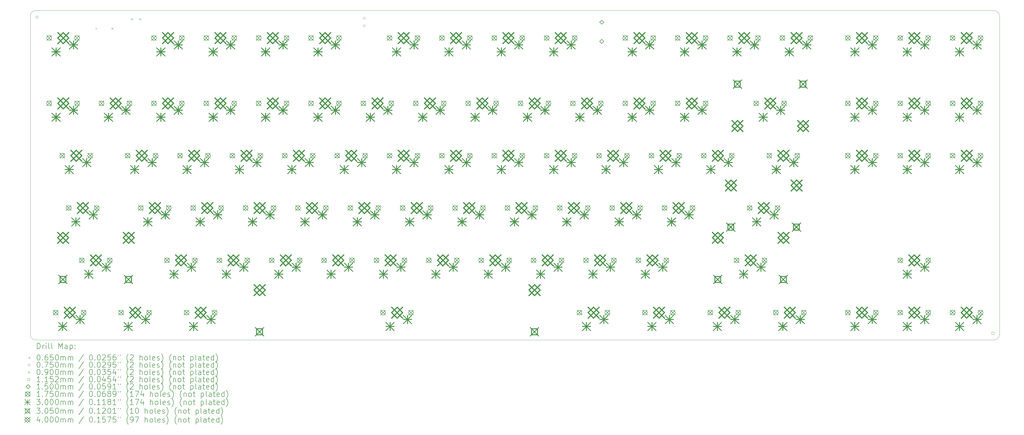
<source format=gbr>
%TF.GenerationSoftware,KiCad,Pcbnew,(6.0.7)*%
%TF.CreationDate,2022-09-11T22:01:50-05:00*%
%TF.ProjectId,PyKey87,50794b65-7938-4372-9e6b-696361645f70,rev?*%
%TF.SameCoordinates,Original*%
%TF.FileFunction,Drillmap*%
%TF.FilePolarity,Positive*%
%FSLAX45Y45*%
G04 Gerber Fmt 4.5, Leading zero omitted, Abs format (unit mm)*
G04 Created by KiCad (PCBNEW (6.0.7)) date 2022-09-11 22:01:50*
%MOMM*%
%LPD*%
G01*
G04 APERTURE LIST*
%ADD10C,0.100000*%
%ADD11C,0.099060*%
%ADD12C,0.200000*%
%ADD13C,0.065000*%
%ADD14C,0.075000*%
%ADD15C,0.090000*%
%ADD16C,0.115200*%
%ADD17C,0.150000*%
%ADD18C,0.175000*%
%ADD19C,0.300000*%
%ADD20C,0.305000*%
%ADD21C,0.400000*%
G04 APERTURE END LIST*
D10*
X41200000Y-4200000D02*
G75*
G03*
X41000000Y-4000000I-200000J0D01*
G01*
X41000000Y-16000000D02*
G75*
G03*
X41200000Y-15800000I0J200000D01*
G01*
X5950000Y-15800000D02*
G75*
G03*
X6150000Y-16000000I200000J0D01*
G01*
X6150000Y-4000000D02*
G75*
G03*
X5950000Y-4200000I0J-200000D01*
G01*
D11*
X6150000Y-4000000D02*
X41000000Y-4000000D01*
X6150000Y-16000000D02*
X41000000Y-16000000D01*
X41200000Y-15800000D02*
X41200000Y-4200000D01*
X5950000Y-4200000D02*
X5950000Y-15800000D01*
D12*
D13*
X8317700Y-4622600D02*
X8382700Y-4687600D01*
X8382700Y-4622600D02*
X8317700Y-4687600D01*
X8895700Y-4622600D02*
X8960700Y-4687600D01*
X8960700Y-4622600D02*
X8895700Y-4687600D01*
D14*
X18135000Y-4283000D02*
G75*
G03*
X18135000Y-4283000I-37500J0D01*
G01*
X18135000Y-4558000D02*
G75*
G03*
X18135000Y-4558000I-37500J0D01*
G01*
D15*
X9642500Y-4269500D02*
X9642500Y-4359500D01*
X9597500Y-4314500D02*
X9687500Y-4314500D01*
X9942500Y-4269500D02*
X9942500Y-4359500D01*
X9897500Y-4314500D02*
X9987500Y-4314500D01*
D16*
X6230230Y-4281230D02*
X6230230Y-4199770D01*
X6148770Y-4199770D01*
X6148770Y-4281230D01*
X6230230Y-4281230D01*
X40998230Y-15791230D02*
X40998230Y-15709770D01*
X40916770Y-15709770D01*
X40916770Y-15791230D01*
X40998230Y-15791230D01*
D17*
X26733500Y-4503000D02*
X26808500Y-4428000D01*
X26733500Y-4353000D01*
X26658500Y-4428000D01*
X26733500Y-4503000D01*
X26733500Y-5203000D02*
X26808500Y-5128000D01*
X26733500Y-5053000D01*
X26658500Y-5128000D01*
X26733500Y-5203000D01*
D18*
X6548250Y-4913250D02*
X6723250Y-5088250D01*
X6723250Y-4913250D02*
X6548250Y-5088250D01*
X6723250Y-5000750D02*
G75*
G03*
X6723250Y-5000750I-87500J0D01*
G01*
X6548250Y-7294500D02*
X6723250Y-7469500D01*
X6723250Y-7294500D02*
X6548250Y-7469500D01*
X6723250Y-7382000D02*
G75*
G03*
X6723250Y-7382000I-87500J0D01*
G01*
X6786380Y-14914500D02*
X6961380Y-15089500D01*
X6961380Y-14914500D02*
X6786380Y-15089500D01*
X6961380Y-15002000D02*
G75*
G03*
X6961380Y-15002000I-87500J0D01*
G01*
X7024500Y-9199500D02*
X7199500Y-9374500D01*
X7199500Y-9199500D02*
X7024500Y-9374500D01*
X7199500Y-9287000D02*
G75*
G03*
X7199500Y-9287000I-87500J0D01*
G01*
X7262750Y-11104500D02*
X7437750Y-11279500D01*
X7437750Y-11104500D02*
X7262750Y-11279500D01*
X7437750Y-11192000D02*
G75*
G03*
X7437750Y-11192000I-87500J0D01*
G01*
X7564250Y-4913250D02*
X7739250Y-5088250D01*
X7739250Y-4913250D02*
X7564250Y-5088250D01*
X7739250Y-5000750D02*
G75*
G03*
X7739250Y-5000750I-87500J0D01*
G01*
X7564250Y-7294500D02*
X7739250Y-7469500D01*
X7739250Y-7294500D02*
X7564250Y-7469500D01*
X7739250Y-7382000D02*
G75*
G03*
X7739250Y-7382000I-87500J0D01*
G01*
X7735700Y-13009500D02*
X7910700Y-13184500D01*
X7910700Y-13009500D02*
X7735700Y-13184500D01*
X7910700Y-13097000D02*
G75*
G03*
X7910700Y-13097000I-87500J0D01*
G01*
X7802380Y-14914500D02*
X7977380Y-15089500D01*
X7977380Y-14914500D02*
X7802380Y-15089500D01*
X7977380Y-15002000D02*
G75*
G03*
X7977380Y-15002000I-87500J0D01*
G01*
X8040500Y-9199500D02*
X8215500Y-9374500D01*
X8215500Y-9199500D02*
X8040500Y-9374500D01*
X8215500Y-9287000D02*
G75*
G03*
X8215500Y-9287000I-87500J0D01*
G01*
X8278750Y-11104500D02*
X8453750Y-11279500D01*
X8453750Y-11104500D02*
X8278750Y-11279500D01*
X8453750Y-11192000D02*
G75*
G03*
X8453750Y-11192000I-87500J0D01*
G01*
X8453250Y-7294500D02*
X8628250Y-7469500D01*
X8628250Y-7294500D02*
X8453250Y-7469500D01*
X8628250Y-7382000D02*
G75*
G03*
X8628250Y-7382000I-87500J0D01*
G01*
X8751700Y-13009500D02*
X8926700Y-13184500D01*
X8926700Y-13009500D02*
X8751700Y-13184500D01*
X8926700Y-13097000D02*
G75*
G03*
X8926700Y-13097000I-87500J0D01*
G01*
X9167620Y-14914500D02*
X9342620Y-15089500D01*
X9342620Y-14914500D02*
X9167620Y-15089500D01*
X9342620Y-15002000D02*
G75*
G03*
X9342620Y-15002000I-87500J0D01*
G01*
X9405700Y-9199500D02*
X9580700Y-9374500D01*
X9580700Y-9199500D02*
X9405700Y-9374500D01*
X9580700Y-9287000D02*
G75*
G03*
X9580700Y-9287000I-87500J0D01*
G01*
X9469250Y-7294500D02*
X9644250Y-7469500D01*
X9644250Y-7294500D02*
X9469250Y-7469500D01*
X9644250Y-7382000D02*
G75*
G03*
X9644250Y-7382000I-87500J0D01*
G01*
X9882000Y-11104500D02*
X10057000Y-11279500D01*
X10057000Y-11104500D02*
X9882000Y-11279500D01*
X10057000Y-11192000D02*
G75*
G03*
X10057000Y-11192000I-87500J0D01*
G01*
X10183620Y-14914500D02*
X10358620Y-15089500D01*
X10358620Y-14914500D02*
X10183620Y-15089500D01*
X10358620Y-15002000D02*
G75*
G03*
X10358620Y-15002000I-87500J0D01*
G01*
X10358250Y-4913250D02*
X10533250Y-5088250D01*
X10533250Y-4913250D02*
X10358250Y-5088250D01*
X10533250Y-5000750D02*
G75*
G03*
X10533250Y-5000750I-87500J0D01*
G01*
X10358300Y-7294500D02*
X10533300Y-7469500D01*
X10533300Y-7294500D02*
X10358300Y-7469500D01*
X10533300Y-7382000D02*
G75*
G03*
X10533300Y-7382000I-87500J0D01*
G01*
X10421700Y-9199500D02*
X10596700Y-9374500D01*
X10596700Y-9199500D02*
X10421700Y-9374500D01*
X10596700Y-9287000D02*
G75*
G03*
X10596700Y-9287000I-87500J0D01*
G01*
X10834500Y-13009500D02*
X11009500Y-13184500D01*
X11009500Y-13009500D02*
X10834500Y-13184500D01*
X11009500Y-13097000D02*
G75*
G03*
X11009500Y-13097000I-87500J0D01*
G01*
X10898000Y-11104500D02*
X11073000Y-11279500D01*
X11073000Y-11104500D02*
X10898000Y-11279500D01*
X11073000Y-11192000D02*
G75*
G03*
X11073000Y-11192000I-87500J0D01*
G01*
X11310700Y-9199500D02*
X11485700Y-9374500D01*
X11485700Y-9199500D02*
X11310700Y-9374500D01*
X11485700Y-9287000D02*
G75*
G03*
X11485700Y-9287000I-87500J0D01*
G01*
X11374250Y-4913250D02*
X11549250Y-5088250D01*
X11549250Y-4913250D02*
X11374250Y-5088250D01*
X11549250Y-5000750D02*
G75*
G03*
X11549250Y-5000750I-87500J0D01*
G01*
X11374300Y-7294500D02*
X11549300Y-7469500D01*
X11549300Y-7294500D02*
X11374300Y-7469500D01*
X11549300Y-7382000D02*
G75*
G03*
X11549300Y-7382000I-87500J0D01*
G01*
X11548900Y-14914500D02*
X11723900Y-15089500D01*
X11723900Y-14914500D02*
X11548900Y-15089500D01*
X11723900Y-15002000D02*
G75*
G03*
X11723900Y-15002000I-87500J0D01*
G01*
X11787000Y-11104500D02*
X11962000Y-11279500D01*
X11962000Y-11104500D02*
X11787000Y-11279500D01*
X11962000Y-11192000D02*
G75*
G03*
X11962000Y-11192000I-87500J0D01*
G01*
X11850500Y-13009500D02*
X12025500Y-13184500D01*
X12025500Y-13009500D02*
X11850500Y-13184500D01*
X12025500Y-13097000D02*
G75*
G03*
X12025500Y-13097000I-87500J0D01*
G01*
X12263250Y-4913250D02*
X12438250Y-5088250D01*
X12438250Y-4913250D02*
X12263250Y-5088250D01*
X12438250Y-5000750D02*
G75*
G03*
X12438250Y-5000750I-87500J0D01*
G01*
X12263300Y-7294500D02*
X12438300Y-7469500D01*
X12438300Y-7294500D02*
X12263300Y-7469500D01*
X12438300Y-7382000D02*
G75*
G03*
X12438300Y-7382000I-87500J0D01*
G01*
X12326700Y-9199500D02*
X12501700Y-9374500D01*
X12501700Y-9199500D02*
X12326700Y-9374500D01*
X12501700Y-9287000D02*
G75*
G03*
X12501700Y-9287000I-87500J0D01*
G01*
X12564900Y-14914500D02*
X12739900Y-15089500D01*
X12739900Y-14914500D02*
X12564900Y-15089500D01*
X12739900Y-15002000D02*
G75*
G03*
X12739900Y-15002000I-87500J0D01*
G01*
X12739500Y-13009500D02*
X12914500Y-13184500D01*
X12914500Y-13009500D02*
X12739500Y-13184500D01*
X12914500Y-13097000D02*
G75*
G03*
X12914500Y-13097000I-87500J0D01*
G01*
X12803000Y-11104500D02*
X12978000Y-11279500D01*
X12978000Y-11104500D02*
X12803000Y-11279500D01*
X12978000Y-11192000D02*
G75*
G03*
X12978000Y-11192000I-87500J0D01*
G01*
X13215700Y-9199500D02*
X13390700Y-9374500D01*
X13390700Y-9199500D02*
X13215700Y-9374500D01*
X13390700Y-9287000D02*
G75*
G03*
X13390700Y-9287000I-87500J0D01*
G01*
X13279250Y-4913250D02*
X13454250Y-5088250D01*
X13454250Y-4913250D02*
X13279250Y-5088250D01*
X13454250Y-5000750D02*
G75*
G03*
X13454250Y-5000750I-87500J0D01*
G01*
X13279300Y-7294500D02*
X13454300Y-7469500D01*
X13454300Y-7294500D02*
X13279300Y-7469500D01*
X13454300Y-7382000D02*
G75*
G03*
X13454300Y-7382000I-87500J0D01*
G01*
X13692000Y-11104500D02*
X13867000Y-11279500D01*
X13867000Y-11104500D02*
X13692000Y-11279500D01*
X13867000Y-11192000D02*
G75*
G03*
X13867000Y-11192000I-87500J0D01*
G01*
X13755500Y-13009500D02*
X13930500Y-13184500D01*
X13930500Y-13009500D02*
X13755500Y-13184500D01*
X13930500Y-13097000D02*
G75*
G03*
X13930500Y-13097000I-87500J0D01*
G01*
X14168250Y-4913250D02*
X14343250Y-5088250D01*
X14343250Y-4913250D02*
X14168250Y-5088250D01*
X14343250Y-5000750D02*
G75*
G03*
X14343250Y-5000750I-87500J0D01*
G01*
X14168300Y-7294500D02*
X14343300Y-7469500D01*
X14343300Y-7294500D02*
X14168300Y-7469500D01*
X14343300Y-7382000D02*
G75*
G03*
X14343300Y-7382000I-87500J0D01*
G01*
X14231700Y-9199500D02*
X14406700Y-9374500D01*
X14406700Y-9199500D02*
X14231700Y-9374500D01*
X14406700Y-9287000D02*
G75*
G03*
X14406700Y-9287000I-87500J0D01*
G01*
X14644500Y-13009500D02*
X14819500Y-13184500D01*
X14819500Y-13009500D02*
X14644500Y-13184500D01*
X14819500Y-13097000D02*
G75*
G03*
X14819500Y-13097000I-87500J0D01*
G01*
X14708000Y-11104500D02*
X14883000Y-11279500D01*
X14883000Y-11104500D02*
X14708000Y-11279500D01*
X14883000Y-11192000D02*
G75*
G03*
X14883000Y-11192000I-87500J0D01*
G01*
X15120700Y-9199500D02*
X15295700Y-9374500D01*
X15295700Y-9199500D02*
X15120700Y-9374500D01*
X15295700Y-9287000D02*
G75*
G03*
X15295700Y-9287000I-87500J0D01*
G01*
X15184250Y-4913250D02*
X15359250Y-5088250D01*
X15359250Y-4913250D02*
X15184250Y-5088250D01*
X15359250Y-5000750D02*
G75*
G03*
X15359250Y-5000750I-87500J0D01*
G01*
X15184300Y-7294500D02*
X15359300Y-7469500D01*
X15359300Y-7294500D02*
X15184300Y-7469500D01*
X15359300Y-7382000D02*
G75*
G03*
X15359300Y-7382000I-87500J0D01*
G01*
X15597000Y-11104500D02*
X15772000Y-11279500D01*
X15772000Y-11104500D02*
X15597000Y-11279500D01*
X15772000Y-11192000D02*
G75*
G03*
X15772000Y-11192000I-87500J0D01*
G01*
X15660500Y-13009500D02*
X15835500Y-13184500D01*
X15835500Y-13009500D02*
X15660500Y-13184500D01*
X15835500Y-13097000D02*
G75*
G03*
X15835500Y-13097000I-87500J0D01*
G01*
X16073250Y-4913250D02*
X16248250Y-5088250D01*
X16248250Y-4913250D02*
X16073250Y-5088250D01*
X16248250Y-5000750D02*
G75*
G03*
X16248250Y-5000750I-87500J0D01*
G01*
X16073300Y-7294500D02*
X16248300Y-7469500D01*
X16248300Y-7294500D02*
X16073300Y-7469500D01*
X16248300Y-7382000D02*
G75*
G03*
X16248300Y-7382000I-87500J0D01*
G01*
X16136700Y-9199500D02*
X16311700Y-9374500D01*
X16311700Y-9199500D02*
X16136700Y-9374500D01*
X16311700Y-9287000D02*
G75*
G03*
X16311700Y-9287000I-87500J0D01*
G01*
X16549500Y-13009500D02*
X16724500Y-13184500D01*
X16724500Y-13009500D02*
X16549500Y-13184500D01*
X16724500Y-13097000D02*
G75*
G03*
X16724500Y-13097000I-87500J0D01*
G01*
X16613000Y-11104500D02*
X16788000Y-11279500D01*
X16788000Y-11104500D02*
X16613000Y-11279500D01*
X16788000Y-11192000D02*
G75*
G03*
X16788000Y-11192000I-87500J0D01*
G01*
X17025700Y-9199500D02*
X17200700Y-9374500D01*
X17200700Y-9199500D02*
X17025700Y-9374500D01*
X17200700Y-9287000D02*
G75*
G03*
X17200700Y-9287000I-87500J0D01*
G01*
X17089250Y-4913250D02*
X17264250Y-5088250D01*
X17264250Y-4913250D02*
X17089250Y-5088250D01*
X17264250Y-5000750D02*
G75*
G03*
X17264250Y-5000750I-87500J0D01*
G01*
X17089300Y-7294500D02*
X17264300Y-7469500D01*
X17264300Y-7294500D02*
X17089300Y-7469500D01*
X17264300Y-7382000D02*
G75*
G03*
X17264300Y-7382000I-87500J0D01*
G01*
X17502000Y-11104500D02*
X17677000Y-11279500D01*
X17677000Y-11104500D02*
X17502000Y-11279500D01*
X17677000Y-11192000D02*
G75*
G03*
X17677000Y-11192000I-87500J0D01*
G01*
X17565500Y-13009500D02*
X17740500Y-13184500D01*
X17740500Y-13009500D02*
X17565500Y-13184500D01*
X17740500Y-13097000D02*
G75*
G03*
X17740500Y-13097000I-87500J0D01*
G01*
X17978300Y-7294500D02*
X18153300Y-7469500D01*
X18153300Y-7294500D02*
X17978300Y-7469500D01*
X18153300Y-7382000D02*
G75*
G03*
X18153300Y-7382000I-87500J0D01*
G01*
X18041700Y-9199500D02*
X18216700Y-9374500D01*
X18216700Y-9199500D02*
X18041700Y-9374500D01*
X18216700Y-9287000D02*
G75*
G03*
X18216700Y-9287000I-87500J0D01*
G01*
X18454500Y-13009500D02*
X18629500Y-13184500D01*
X18629500Y-13009500D02*
X18454500Y-13184500D01*
X18629500Y-13097000D02*
G75*
G03*
X18629500Y-13097000I-87500J0D01*
G01*
X18518000Y-11104500D02*
X18693000Y-11279500D01*
X18693000Y-11104500D02*
X18518000Y-11279500D01*
X18693000Y-11192000D02*
G75*
G03*
X18693000Y-11192000I-87500J0D01*
G01*
X18692600Y-14914500D02*
X18867600Y-15089500D01*
X18867600Y-14914500D02*
X18692600Y-15089500D01*
X18867600Y-15002000D02*
G75*
G03*
X18867600Y-15002000I-87500J0D01*
G01*
X18930700Y-9199500D02*
X19105700Y-9374500D01*
X19105700Y-9199500D02*
X18930700Y-9374500D01*
X19105700Y-9287000D02*
G75*
G03*
X19105700Y-9287000I-87500J0D01*
G01*
X18930750Y-4913250D02*
X19105750Y-5088250D01*
X19105750Y-4913250D02*
X18930750Y-5088250D01*
X19105750Y-5000750D02*
G75*
G03*
X19105750Y-5000750I-87500J0D01*
G01*
X18994300Y-7294500D02*
X19169300Y-7469500D01*
X19169300Y-7294500D02*
X18994300Y-7469500D01*
X19169300Y-7382000D02*
G75*
G03*
X19169300Y-7382000I-87500J0D01*
G01*
X19407000Y-11104500D02*
X19582000Y-11279500D01*
X19582000Y-11104500D02*
X19407000Y-11279500D01*
X19582000Y-11192000D02*
G75*
G03*
X19582000Y-11192000I-87500J0D01*
G01*
X19470500Y-13009500D02*
X19645500Y-13184500D01*
X19645500Y-13009500D02*
X19470500Y-13184500D01*
X19645500Y-13097000D02*
G75*
G03*
X19645500Y-13097000I-87500J0D01*
G01*
X19708600Y-14914500D02*
X19883600Y-15089500D01*
X19883600Y-14914500D02*
X19708600Y-15089500D01*
X19883600Y-15002000D02*
G75*
G03*
X19883600Y-15002000I-87500J0D01*
G01*
X19883300Y-7294500D02*
X20058300Y-7469500D01*
X20058300Y-7294500D02*
X19883300Y-7469500D01*
X20058300Y-7382000D02*
G75*
G03*
X20058300Y-7382000I-87500J0D01*
G01*
X19946700Y-9199500D02*
X20121700Y-9374500D01*
X20121700Y-9199500D02*
X19946700Y-9374500D01*
X20121700Y-9287000D02*
G75*
G03*
X20121700Y-9287000I-87500J0D01*
G01*
X19946750Y-4913250D02*
X20121750Y-5088250D01*
X20121750Y-4913250D02*
X19946750Y-5088250D01*
X20121750Y-5000750D02*
G75*
G03*
X20121750Y-5000750I-87500J0D01*
G01*
X20359500Y-13009500D02*
X20534500Y-13184500D01*
X20534500Y-13009500D02*
X20359500Y-13184500D01*
X20534500Y-13097000D02*
G75*
G03*
X20534500Y-13097000I-87500J0D01*
G01*
X20423000Y-11104500D02*
X20598000Y-11279500D01*
X20598000Y-11104500D02*
X20423000Y-11279500D01*
X20598000Y-11192000D02*
G75*
G03*
X20598000Y-11192000I-87500J0D01*
G01*
X20835700Y-9199500D02*
X21010700Y-9374500D01*
X21010700Y-9199500D02*
X20835700Y-9374500D01*
X21010700Y-9287000D02*
G75*
G03*
X21010700Y-9287000I-87500J0D01*
G01*
X20835750Y-4913250D02*
X21010750Y-5088250D01*
X21010750Y-4913250D02*
X20835750Y-5088250D01*
X21010750Y-5000750D02*
G75*
G03*
X21010750Y-5000750I-87500J0D01*
G01*
X20899300Y-7294500D02*
X21074300Y-7469500D01*
X21074300Y-7294500D02*
X20899300Y-7469500D01*
X21074300Y-7382000D02*
G75*
G03*
X21074300Y-7382000I-87500J0D01*
G01*
X21312000Y-11104500D02*
X21487000Y-11279500D01*
X21487000Y-11104500D02*
X21312000Y-11279500D01*
X21487000Y-11192000D02*
G75*
G03*
X21487000Y-11192000I-87500J0D01*
G01*
X21375500Y-13009500D02*
X21550500Y-13184500D01*
X21550500Y-13009500D02*
X21375500Y-13184500D01*
X21550500Y-13097000D02*
G75*
G03*
X21550500Y-13097000I-87500J0D01*
G01*
X21788300Y-7294500D02*
X21963300Y-7469500D01*
X21963300Y-7294500D02*
X21788300Y-7469500D01*
X21963300Y-7382000D02*
G75*
G03*
X21963300Y-7382000I-87500J0D01*
G01*
X21851700Y-9199500D02*
X22026700Y-9374500D01*
X22026700Y-9199500D02*
X21851700Y-9374500D01*
X22026700Y-9287000D02*
G75*
G03*
X22026700Y-9287000I-87500J0D01*
G01*
X21851750Y-4913250D02*
X22026750Y-5088250D01*
X22026750Y-4913250D02*
X21851750Y-5088250D01*
X22026750Y-5000750D02*
G75*
G03*
X22026750Y-5000750I-87500J0D01*
G01*
X22264500Y-13009500D02*
X22439500Y-13184500D01*
X22439500Y-13009500D02*
X22264500Y-13184500D01*
X22439500Y-13097000D02*
G75*
G03*
X22439500Y-13097000I-87500J0D01*
G01*
X22328000Y-11104500D02*
X22503000Y-11279500D01*
X22503000Y-11104500D02*
X22328000Y-11279500D01*
X22503000Y-11192000D02*
G75*
G03*
X22503000Y-11192000I-87500J0D01*
G01*
X22740700Y-9199500D02*
X22915700Y-9374500D01*
X22915700Y-9199500D02*
X22740700Y-9374500D01*
X22915700Y-9287000D02*
G75*
G03*
X22915700Y-9287000I-87500J0D01*
G01*
X22740750Y-4913250D02*
X22915750Y-5088250D01*
X22915750Y-4913250D02*
X22740750Y-5088250D01*
X22915750Y-5000750D02*
G75*
G03*
X22915750Y-5000750I-87500J0D01*
G01*
X22804300Y-7294500D02*
X22979300Y-7469500D01*
X22979300Y-7294500D02*
X22804300Y-7469500D01*
X22979300Y-7382000D02*
G75*
G03*
X22979300Y-7382000I-87500J0D01*
G01*
X23217000Y-11104500D02*
X23392000Y-11279500D01*
X23392000Y-11104500D02*
X23217000Y-11279500D01*
X23392000Y-11192000D02*
G75*
G03*
X23392000Y-11192000I-87500J0D01*
G01*
X23280500Y-13009500D02*
X23455500Y-13184500D01*
X23455500Y-13009500D02*
X23280500Y-13184500D01*
X23455500Y-13097000D02*
G75*
G03*
X23455500Y-13097000I-87500J0D01*
G01*
X23693300Y-7294500D02*
X23868300Y-7469500D01*
X23868300Y-7294500D02*
X23693300Y-7469500D01*
X23868300Y-7382000D02*
G75*
G03*
X23868300Y-7382000I-87500J0D01*
G01*
X23756700Y-9199500D02*
X23931700Y-9374500D01*
X23931700Y-9199500D02*
X23756700Y-9374500D01*
X23931700Y-9287000D02*
G75*
G03*
X23931700Y-9287000I-87500J0D01*
G01*
X23756750Y-4913250D02*
X23931750Y-5088250D01*
X23931750Y-4913250D02*
X23756750Y-5088250D01*
X23931750Y-5000750D02*
G75*
G03*
X23931750Y-5000750I-87500J0D01*
G01*
X24169500Y-13009500D02*
X24344500Y-13184500D01*
X24344500Y-13009500D02*
X24169500Y-13184500D01*
X24344500Y-13097000D02*
G75*
G03*
X24344500Y-13097000I-87500J0D01*
G01*
X24233000Y-11104500D02*
X24408000Y-11279500D01*
X24408000Y-11104500D02*
X24233000Y-11279500D01*
X24408000Y-11192000D02*
G75*
G03*
X24408000Y-11192000I-87500J0D01*
G01*
X24645700Y-9199500D02*
X24820700Y-9374500D01*
X24820700Y-9199500D02*
X24645700Y-9374500D01*
X24820700Y-9287000D02*
G75*
G03*
X24820700Y-9287000I-87500J0D01*
G01*
X24645750Y-4913250D02*
X24820750Y-5088250D01*
X24820750Y-4913250D02*
X24645750Y-5088250D01*
X24820750Y-5000750D02*
G75*
G03*
X24820750Y-5000750I-87500J0D01*
G01*
X24709300Y-7294500D02*
X24884300Y-7469500D01*
X24884300Y-7294500D02*
X24709300Y-7469500D01*
X24884300Y-7382000D02*
G75*
G03*
X24884300Y-7382000I-87500J0D01*
G01*
X25122000Y-11104500D02*
X25297000Y-11279500D01*
X25297000Y-11104500D02*
X25122000Y-11279500D01*
X25297000Y-11192000D02*
G75*
G03*
X25297000Y-11192000I-87500J0D01*
G01*
X25185500Y-13009500D02*
X25360500Y-13184500D01*
X25360500Y-13009500D02*
X25185500Y-13184500D01*
X25360500Y-13097000D02*
G75*
G03*
X25360500Y-13097000I-87500J0D01*
G01*
X25598300Y-7294500D02*
X25773300Y-7469500D01*
X25773300Y-7294500D02*
X25598300Y-7469500D01*
X25773300Y-7382000D02*
G75*
G03*
X25773300Y-7382000I-87500J0D01*
G01*
X25661700Y-9199500D02*
X25836700Y-9374500D01*
X25836700Y-9199500D02*
X25661700Y-9374500D01*
X25836700Y-9287000D02*
G75*
G03*
X25836700Y-9287000I-87500J0D01*
G01*
X25661750Y-4913250D02*
X25836750Y-5088250D01*
X25836750Y-4913250D02*
X25661750Y-5088250D01*
X25836750Y-5000750D02*
G75*
G03*
X25836750Y-5000750I-87500J0D01*
G01*
X25836400Y-14914500D02*
X26011400Y-15089500D01*
X26011400Y-14914500D02*
X25836400Y-15089500D01*
X26011400Y-15002000D02*
G75*
G03*
X26011400Y-15002000I-87500J0D01*
G01*
X26074500Y-13009500D02*
X26249500Y-13184500D01*
X26249500Y-13009500D02*
X26074500Y-13184500D01*
X26249500Y-13097000D02*
G75*
G03*
X26249500Y-13097000I-87500J0D01*
G01*
X26138000Y-11104500D02*
X26313000Y-11279500D01*
X26313000Y-11104500D02*
X26138000Y-11279500D01*
X26313000Y-11192000D02*
G75*
G03*
X26313000Y-11192000I-87500J0D01*
G01*
X26550700Y-9199500D02*
X26725700Y-9374500D01*
X26725700Y-9199500D02*
X26550700Y-9374500D01*
X26725700Y-9287000D02*
G75*
G03*
X26725700Y-9287000I-87500J0D01*
G01*
X26614300Y-7294500D02*
X26789300Y-7469500D01*
X26789300Y-7294500D02*
X26614300Y-7469500D01*
X26789300Y-7382000D02*
G75*
G03*
X26789300Y-7382000I-87500J0D01*
G01*
X26852400Y-14914500D02*
X27027400Y-15089500D01*
X27027400Y-14914500D02*
X26852400Y-15089500D01*
X27027400Y-15002000D02*
G75*
G03*
X27027400Y-15002000I-87500J0D01*
G01*
X27027000Y-11104500D02*
X27202000Y-11279500D01*
X27202000Y-11104500D02*
X27027000Y-11279500D01*
X27202000Y-11192000D02*
G75*
G03*
X27202000Y-11192000I-87500J0D01*
G01*
X27090500Y-13009500D02*
X27265500Y-13184500D01*
X27265500Y-13009500D02*
X27090500Y-13184500D01*
X27265500Y-13097000D02*
G75*
G03*
X27265500Y-13097000I-87500J0D01*
G01*
X27503250Y-4913250D02*
X27678250Y-5088250D01*
X27678250Y-4913250D02*
X27503250Y-5088250D01*
X27678250Y-5000750D02*
G75*
G03*
X27678250Y-5000750I-87500J0D01*
G01*
X27503300Y-7294500D02*
X27678300Y-7469500D01*
X27678300Y-7294500D02*
X27503300Y-7469500D01*
X27678300Y-7382000D02*
G75*
G03*
X27678300Y-7382000I-87500J0D01*
G01*
X27566700Y-9199500D02*
X27741700Y-9374500D01*
X27741700Y-9199500D02*
X27566700Y-9374500D01*
X27741700Y-9287000D02*
G75*
G03*
X27741700Y-9287000I-87500J0D01*
G01*
X27979500Y-13009500D02*
X28154500Y-13184500D01*
X28154500Y-13009500D02*
X27979500Y-13184500D01*
X28154500Y-13097000D02*
G75*
G03*
X28154500Y-13097000I-87500J0D01*
G01*
X28043000Y-11104500D02*
X28218000Y-11279500D01*
X28218000Y-11104500D02*
X28043000Y-11279500D01*
X28218000Y-11192000D02*
G75*
G03*
X28218000Y-11192000I-87500J0D01*
G01*
X28217600Y-14914500D02*
X28392600Y-15089500D01*
X28392600Y-14914500D02*
X28217600Y-15089500D01*
X28392600Y-15002000D02*
G75*
G03*
X28392600Y-15002000I-87500J0D01*
G01*
X28455700Y-9199500D02*
X28630700Y-9374500D01*
X28630700Y-9199500D02*
X28455700Y-9374500D01*
X28630700Y-9287000D02*
G75*
G03*
X28630700Y-9287000I-87500J0D01*
G01*
X28519250Y-4913250D02*
X28694250Y-5088250D01*
X28694250Y-4913250D02*
X28519250Y-5088250D01*
X28694250Y-5000750D02*
G75*
G03*
X28694250Y-5000750I-87500J0D01*
G01*
X28519300Y-7294500D02*
X28694300Y-7469500D01*
X28694300Y-7294500D02*
X28519300Y-7469500D01*
X28694300Y-7382000D02*
G75*
G03*
X28694300Y-7382000I-87500J0D01*
G01*
X28932000Y-11104500D02*
X29107000Y-11279500D01*
X29107000Y-11104500D02*
X28932000Y-11279500D01*
X29107000Y-11192000D02*
G75*
G03*
X29107000Y-11192000I-87500J0D01*
G01*
X28995500Y-13009500D02*
X29170500Y-13184500D01*
X29170500Y-13009500D02*
X28995500Y-13184500D01*
X29170500Y-13097000D02*
G75*
G03*
X29170500Y-13097000I-87500J0D01*
G01*
X29233600Y-14914500D02*
X29408600Y-15089500D01*
X29408600Y-14914500D02*
X29233600Y-15089500D01*
X29408600Y-15002000D02*
G75*
G03*
X29408600Y-15002000I-87500J0D01*
G01*
X29408250Y-4913250D02*
X29583250Y-5088250D01*
X29583250Y-4913250D02*
X29408250Y-5088250D01*
X29583250Y-5000750D02*
G75*
G03*
X29583250Y-5000750I-87500J0D01*
G01*
X29408300Y-7294500D02*
X29583300Y-7469500D01*
X29583300Y-7294500D02*
X29408300Y-7469500D01*
X29583300Y-7382000D02*
G75*
G03*
X29583300Y-7382000I-87500J0D01*
G01*
X29471700Y-9199500D02*
X29646700Y-9374500D01*
X29646700Y-9199500D02*
X29471700Y-9374500D01*
X29646700Y-9287000D02*
G75*
G03*
X29646700Y-9287000I-87500J0D01*
G01*
X29948000Y-11104500D02*
X30123000Y-11279500D01*
X30123000Y-11104500D02*
X29948000Y-11279500D01*
X30123000Y-11192000D02*
G75*
G03*
X30123000Y-11192000I-87500J0D01*
G01*
X30360700Y-9199500D02*
X30535700Y-9374500D01*
X30535700Y-9199500D02*
X30360700Y-9374500D01*
X30535700Y-9287000D02*
G75*
G03*
X30535700Y-9287000I-87500J0D01*
G01*
X30424250Y-4913250D02*
X30599250Y-5088250D01*
X30599250Y-4913250D02*
X30424250Y-5088250D01*
X30599250Y-5000750D02*
G75*
G03*
X30599250Y-5000750I-87500J0D01*
G01*
X30424300Y-7294500D02*
X30599300Y-7469500D01*
X30599300Y-7294500D02*
X30424300Y-7469500D01*
X30599300Y-7382000D02*
G75*
G03*
X30599300Y-7382000I-87500J0D01*
G01*
X30597600Y-14914500D02*
X30772600Y-15089500D01*
X30772600Y-14914500D02*
X30597600Y-15089500D01*
X30772600Y-15002000D02*
G75*
G03*
X30772600Y-15002000I-87500J0D01*
G01*
X31313250Y-4913250D02*
X31488250Y-5088250D01*
X31488250Y-4913250D02*
X31313250Y-5088250D01*
X31488250Y-5000750D02*
G75*
G03*
X31488250Y-5000750I-87500J0D01*
G01*
X31376700Y-9199500D02*
X31551700Y-9374500D01*
X31551700Y-9199500D02*
X31376700Y-9374500D01*
X31551700Y-9287000D02*
G75*
G03*
X31551700Y-9287000I-87500J0D01*
G01*
X31551400Y-13009500D02*
X31726400Y-13184500D01*
X31726400Y-13009500D02*
X31551400Y-13184500D01*
X31726400Y-13097000D02*
G75*
G03*
X31726400Y-13097000I-87500J0D01*
G01*
X31613600Y-14914500D02*
X31788600Y-15089500D01*
X31788600Y-14914500D02*
X31613600Y-15089500D01*
X31788600Y-15002000D02*
G75*
G03*
X31788600Y-15002000I-87500J0D01*
G01*
X32027600Y-11104500D02*
X32202600Y-11279500D01*
X32202600Y-11104500D02*
X32027600Y-11279500D01*
X32202600Y-11192000D02*
G75*
G03*
X32202600Y-11192000I-87500J0D01*
G01*
X32265800Y-7294500D02*
X32440800Y-7469500D01*
X32440800Y-7294500D02*
X32265800Y-7469500D01*
X32440800Y-7382000D02*
G75*
G03*
X32440800Y-7382000I-87500J0D01*
G01*
X32329250Y-4913250D02*
X32504250Y-5088250D01*
X32504250Y-4913250D02*
X32329250Y-5088250D01*
X32504250Y-5000750D02*
G75*
G03*
X32504250Y-5000750I-87500J0D01*
G01*
X32567400Y-13009500D02*
X32742400Y-13184500D01*
X32742400Y-13009500D02*
X32567400Y-13184500D01*
X32742400Y-13097000D02*
G75*
G03*
X32742400Y-13097000I-87500J0D01*
G01*
X32742000Y-9199500D02*
X32917000Y-9374500D01*
X32917000Y-9199500D02*
X32742000Y-9374500D01*
X32917000Y-9287000D02*
G75*
G03*
X32917000Y-9287000I-87500J0D01*
G01*
X32978900Y-14914500D02*
X33153900Y-15089500D01*
X33153900Y-14914500D02*
X32978900Y-15089500D01*
X33153900Y-15002000D02*
G75*
G03*
X33153900Y-15002000I-87500J0D01*
G01*
X33043600Y-11104500D02*
X33218600Y-11279500D01*
X33218600Y-11104500D02*
X33043600Y-11279500D01*
X33218600Y-11192000D02*
G75*
G03*
X33218600Y-11192000I-87500J0D01*
G01*
X33218250Y-4913250D02*
X33393250Y-5088250D01*
X33393250Y-4913250D02*
X33218250Y-5088250D01*
X33393250Y-5000750D02*
G75*
G03*
X33393250Y-5000750I-87500J0D01*
G01*
X33281800Y-7294500D02*
X33456800Y-7469500D01*
X33456800Y-7294500D02*
X33281800Y-7469500D01*
X33456800Y-7382000D02*
G75*
G03*
X33456800Y-7382000I-87500J0D01*
G01*
X33758000Y-9199500D02*
X33933000Y-9374500D01*
X33933000Y-9199500D02*
X33758000Y-9374500D01*
X33933000Y-9287000D02*
G75*
G03*
X33933000Y-9287000I-87500J0D01*
G01*
X33994900Y-14914500D02*
X34169900Y-15089500D01*
X34169900Y-14914500D02*
X33994900Y-15089500D01*
X34169900Y-15002000D02*
G75*
G03*
X34169900Y-15002000I-87500J0D01*
G01*
X34234250Y-4913250D02*
X34409250Y-5088250D01*
X34409250Y-4913250D02*
X34234250Y-5088250D01*
X34409250Y-5000750D02*
G75*
G03*
X34409250Y-5000750I-87500J0D01*
G01*
X35599500Y-4913250D02*
X35774500Y-5088250D01*
X35774500Y-4913250D02*
X35599500Y-5088250D01*
X35774500Y-5000750D02*
G75*
G03*
X35774500Y-5000750I-87500J0D01*
G01*
X35599500Y-7294500D02*
X35774500Y-7469500D01*
X35774500Y-7294500D02*
X35599500Y-7469500D01*
X35774500Y-7382000D02*
G75*
G03*
X35774500Y-7382000I-87500J0D01*
G01*
X35599500Y-9199500D02*
X35774500Y-9374500D01*
X35774500Y-9199500D02*
X35599500Y-9374500D01*
X35774500Y-9287000D02*
G75*
G03*
X35774500Y-9287000I-87500J0D01*
G01*
X35599500Y-14914500D02*
X35774500Y-15089500D01*
X35774500Y-14914500D02*
X35599500Y-15089500D01*
X35774500Y-15002000D02*
G75*
G03*
X35774500Y-15002000I-87500J0D01*
G01*
X36615500Y-4913250D02*
X36790500Y-5088250D01*
X36790500Y-4913250D02*
X36615500Y-5088250D01*
X36790500Y-5000750D02*
G75*
G03*
X36790500Y-5000750I-87500J0D01*
G01*
X36615500Y-7294500D02*
X36790500Y-7469500D01*
X36790500Y-7294500D02*
X36615500Y-7469500D01*
X36790500Y-7382000D02*
G75*
G03*
X36790500Y-7382000I-87500J0D01*
G01*
X36615500Y-9199500D02*
X36790500Y-9374500D01*
X36790500Y-9199500D02*
X36615500Y-9374500D01*
X36790500Y-9287000D02*
G75*
G03*
X36790500Y-9287000I-87500J0D01*
G01*
X36615500Y-14914500D02*
X36790500Y-15089500D01*
X36790500Y-14914500D02*
X36615500Y-15089500D01*
X36790500Y-15002000D02*
G75*
G03*
X36790500Y-15002000I-87500J0D01*
G01*
X37504500Y-4913250D02*
X37679500Y-5088250D01*
X37679500Y-4913250D02*
X37504500Y-5088250D01*
X37679500Y-5000750D02*
G75*
G03*
X37679500Y-5000750I-87500J0D01*
G01*
X37504500Y-7294500D02*
X37679500Y-7469500D01*
X37679500Y-7294500D02*
X37504500Y-7469500D01*
X37679500Y-7382000D02*
G75*
G03*
X37679500Y-7382000I-87500J0D01*
G01*
X37504500Y-9199500D02*
X37679500Y-9374500D01*
X37679500Y-9199500D02*
X37504500Y-9374500D01*
X37679500Y-9287000D02*
G75*
G03*
X37679500Y-9287000I-87500J0D01*
G01*
X37504500Y-13009500D02*
X37679500Y-13184500D01*
X37679500Y-13009500D02*
X37504500Y-13184500D01*
X37679500Y-13097000D02*
G75*
G03*
X37679500Y-13097000I-87500J0D01*
G01*
X37504500Y-14914500D02*
X37679500Y-15089500D01*
X37679500Y-14914500D02*
X37504500Y-15089500D01*
X37679500Y-15002000D02*
G75*
G03*
X37679500Y-15002000I-87500J0D01*
G01*
X38520500Y-4913250D02*
X38695500Y-5088250D01*
X38695500Y-4913250D02*
X38520500Y-5088250D01*
X38695500Y-5000750D02*
G75*
G03*
X38695500Y-5000750I-87500J0D01*
G01*
X38520500Y-7294500D02*
X38695500Y-7469500D01*
X38695500Y-7294500D02*
X38520500Y-7469500D01*
X38695500Y-7382000D02*
G75*
G03*
X38695500Y-7382000I-87500J0D01*
G01*
X38520500Y-9199500D02*
X38695500Y-9374500D01*
X38695500Y-9199500D02*
X38520500Y-9374500D01*
X38695500Y-9287000D02*
G75*
G03*
X38695500Y-9287000I-87500J0D01*
G01*
X38520500Y-13009500D02*
X38695500Y-13184500D01*
X38695500Y-13009500D02*
X38520500Y-13184500D01*
X38695500Y-13097000D02*
G75*
G03*
X38695500Y-13097000I-87500J0D01*
G01*
X38520500Y-14914500D02*
X38695500Y-15089500D01*
X38695500Y-14914500D02*
X38520500Y-15089500D01*
X38695500Y-15002000D02*
G75*
G03*
X38695500Y-15002000I-87500J0D01*
G01*
X39409500Y-4913250D02*
X39584500Y-5088250D01*
X39584500Y-4913250D02*
X39409500Y-5088250D01*
X39584500Y-5000750D02*
G75*
G03*
X39584500Y-5000750I-87500J0D01*
G01*
X39409500Y-7294500D02*
X39584500Y-7469500D01*
X39584500Y-7294500D02*
X39409500Y-7469500D01*
X39584500Y-7382000D02*
G75*
G03*
X39584500Y-7382000I-87500J0D01*
G01*
X39409500Y-9199500D02*
X39584500Y-9374500D01*
X39584500Y-9199500D02*
X39409500Y-9374500D01*
X39584500Y-9287000D02*
G75*
G03*
X39584500Y-9287000I-87500J0D01*
G01*
X39409500Y-14914500D02*
X39584500Y-15089500D01*
X39584500Y-14914500D02*
X39409500Y-15089500D01*
X39584500Y-15002000D02*
G75*
G03*
X39584500Y-15002000I-87500J0D01*
G01*
X40425500Y-4913250D02*
X40600500Y-5088250D01*
X40600500Y-4913250D02*
X40425500Y-5088250D01*
X40600500Y-5000750D02*
G75*
G03*
X40600500Y-5000750I-87500J0D01*
G01*
X40425500Y-7294500D02*
X40600500Y-7469500D01*
X40600500Y-7294500D02*
X40425500Y-7469500D01*
X40600500Y-7382000D02*
G75*
G03*
X40600500Y-7382000I-87500J0D01*
G01*
X40425500Y-9199500D02*
X40600500Y-9374500D01*
X40600500Y-9199500D02*
X40425500Y-9374500D01*
X40600500Y-9287000D02*
G75*
G03*
X40600500Y-9287000I-87500J0D01*
G01*
X40425500Y-14914500D02*
X40600500Y-15089500D01*
X40600500Y-14914500D02*
X40425500Y-15089500D01*
X40600500Y-15002000D02*
G75*
G03*
X40600500Y-15002000I-87500J0D01*
G01*
D19*
X6739750Y-5358750D02*
X7039750Y-5658750D01*
X7039750Y-5358750D02*
X6739750Y-5658750D01*
X6889750Y-5358750D02*
X6889750Y-5658750D01*
X6739750Y-5508750D02*
X7039750Y-5508750D01*
X6739750Y-7740000D02*
X7039750Y-8040000D01*
X7039750Y-7740000D02*
X6739750Y-8040000D01*
X6889750Y-7740000D02*
X6889750Y-8040000D01*
X6739750Y-7890000D02*
X7039750Y-7890000D01*
X6977880Y-15360000D02*
X7277880Y-15660000D01*
X7277880Y-15360000D02*
X6977880Y-15660000D01*
X7127880Y-15360000D02*
X7127880Y-15660000D01*
X6977880Y-15510000D02*
X7277880Y-15510000D01*
X7216000Y-9645000D02*
X7516000Y-9945000D01*
X7516000Y-9645000D02*
X7216000Y-9945000D01*
X7366000Y-9645000D02*
X7366000Y-9945000D01*
X7216000Y-9795000D02*
X7516000Y-9795000D01*
X7374750Y-5104750D02*
X7674750Y-5404750D01*
X7674750Y-5104750D02*
X7374750Y-5404750D01*
X7524750Y-5104750D02*
X7524750Y-5404750D01*
X7374750Y-5254750D02*
X7674750Y-5254750D01*
X7374750Y-7486000D02*
X7674750Y-7786000D01*
X7674750Y-7486000D02*
X7374750Y-7786000D01*
X7524750Y-7486000D02*
X7524750Y-7786000D01*
X7374750Y-7636000D02*
X7674750Y-7636000D01*
X7454250Y-11550000D02*
X7754250Y-11850000D01*
X7754250Y-11550000D02*
X7454250Y-11850000D01*
X7604250Y-11550000D02*
X7604250Y-11850000D01*
X7454250Y-11700000D02*
X7754250Y-11700000D01*
X7612880Y-15106000D02*
X7912880Y-15406000D01*
X7912880Y-15106000D02*
X7612880Y-15406000D01*
X7762880Y-15106000D02*
X7762880Y-15406000D01*
X7612880Y-15256000D02*
X7912880Y-15256000D01*
X7851000Y-9391000D02*
X8151000Y-9691000D01*
X8151000Y-9391000D02*
X7851000Y-9691000D01*
X8001000Y-9391000D02*
X8001000Y-9691000D01*
X7851000Y-9541000D02*
X8151000Y-9541000D01*
X7927200Y-13455000D02*
X8227200Y-13755000D01*
X8227200Y-13455000D02*
X7927200Y-13755000D01*
X8077200Y-13455000D02*
X8077200Y-13755000D01*
X7927200Y-13605000D02*
X8227200Y-13605000D01*
X8089250Y-11296000D02*
X8389250Y-11596000D01*
X8389250Y-11296000D02*
X8089250Y-11596000D01*
X8239250Y-11296000D02*
X8239250Y-11596000D01*
X8089250Y-11446000D02*
X8389250Y-11446000D01*
X8562200Y-13201000D02*
X8862200Y-13501000D01*
X8862200Y-13201000D02*
X8562200Y-13501000D01*
X8712200Y-13201000D02*
X8712200Y-13501000D01*
X8562200Y-13351000D02*
X8862200Y-13351000D01*
X8644750Y-7740000D02*
X8944750Y-8040000D01*
X8944750Y-7740000D02*
X8644750Y-8040000D01*
X8794750Y-7740000D02*
X8794750Y-8040000D01*
X8644750Y-7890000D02*
X8944750Y-7890000D01*
X9279750Y-7486000D02*
X9579750Y-7786000D01*
X9579750Y-7486000D02*
X9279750Y-7786000D01*
X9429750Y-7486000D02*
X9429750Y-7786000D01*
X9279750Y-7636000D02*
X9579750Y-7636000D01*
X9359120Y-15360000D02*
X9659120Y-15660000D01*
X9659120Y-15360000D02*
X9359120Y-15660000D01*
X9509120Y-15360000D02*
X9509120Y-15660000D01*
X9359120Y-15510000D02*
X9659120Y-15510000D01*
X9597200Y-9645000D02*
X9897200Y-9945000D01*
X9897200Y-9645000D02*
X9597200Y-9945000D01*
X9747200Y-9645000D02*
X9747200Y-9945000D01*
X9597200Y-9795000D02*
X9897200Y-9795000D01*
X9994120Y-15106000D02*
X10294120Y-15406000D01*
X10294120Y-15106000D02*
X9994120Y-15406000D01*
X10144120Y-15106000D02*
X10144120Y-15406000D01*
X9994120Y-15256000D02*
X10294120Y-15256000D01*
X10073500Y-11550000D02*
X10373500Y-11850000D01*
X10373500Y-11550000D02*
X10073500Y-11850000D01*
X10223500Y-11550000D02*
X10223500Y-11850000D01*
X10073500Y-11700000D02*
X10373500Y-11700000D01*
X10232200Y-9391000D02*
X10532200Y-9691000D01*
X10532200Y-9391000D02*
X10232200Y-9691000D01*
X10382200Y-9391000D02*
X10382200Y-9691000D01*
X10232200Y-9541000D02*
X10532200Y-9541000D01*
X10549750Y-5358750D02*
X10849750Y-5658750D01*
X10849750Y-5358750D02*
X10549750Y-5658750D01*
X10699750Y-5358750D02*
X10699750Y-5658750D01*
X10549750Y-5508750D02*
X10849750Y-5508750D01*
X10549800Y-7740000D02*
X10849800Y-8040000D01*
X10849800Y-7740000D02*
X10549800Y-8040000D01*
X10699800Y-7740000D02*
X10699800Y-8040000D01*
X10549800Y-7890000D02*
X10849800Y-7890000D01*
X10708500Y-11296000D02*
X11008500Y-11596000D01*
X11008500Y-11296000D02*
X10708500Y-11596000D01*
X10858500Y-11296000D02*
X10858500Y-11596000D01*
X10708500Y-11446000D02*
X11008500Y-11446000D01*
X11026000Y-13455000D02*
X11326000Y-13755000D01*
X11326000Y-13455000D02*
X11026000Y-13755000D01*
X11176000Y-13455000D02*
X11176000Y-13755000D01*
X11026000Y-13605000D02*
X11326000Y-13605000D01*
X11184750Y-5104750D02*
X11484750Y-5404750D01*
X11484750Y-5104750D02*
X11184750Y-5404750D01*
X11334750Y-5104750D02*
X11334750Y-5404750D01*
X11184750Y-5254750D02*
X11484750Y-5254750D01*
X11184800Y-7486000D02*
X11484800Y-7786000D01*
X11484800Y-7486000D02*
X11184800Y-7786000D01*
X11334800Y-7486000D02*
X11334800Y-7786000D01*
X11184800Y-7636000D02*
X11484800Y-7636000D01*
X11502200Y-9645000D02*
X11802200Y-9945000D01*
X11802200Y-9645000D02*
X11502200Y-9945000D01*
X11652200Y-9645000D02*
X11652200Y-9945000D01*
X11502200Y-9795000D02*
X11802200Y-9795000D01*
X11661000Y-13201000D02*
X11961000Y-13501000D01*
X11961000Y-13201000D02*
X11661000Y-13501000D01*
X11811000Y-13201000D02*
X11811000Y-13501000D01*
X11661000Y-13351000D02*
X11961000Y-13351000D01*
X11740400Y-15360000D02*
X12040400Y-15660000D01*
X12040400Y-15360000D02*
X11740400Y-15660000D01*
X11890400Y-15360000D02*
X11890400Y-15660000D01*
X11740400Y-15510000D02*
X12040400Y-15510000D01*
X11978500Y-11550000D02*
X12278500Y-11850000D01*
X12278500Y-11550000D02*
X11978500Y-11850000D01*
X12128500Y-11550000D02*
X12128500Y-11850000D01*
X11978500Y-11700000D02*
X12278500Y-11700000D01*
X12137200Y-9391000D02*
X12437200Y-9691000D01*
X12437200Y-9391000D02*
X12137200Y-9691000D01*
X12287200Y-9391000D02*
X12287200Y-9691000D01*
X12137200Y-9541000D02*
X12437200Y-9541000D01*
X12375400Y-15106000D02*
X12675400Y-15406000D01*
X12675400Y-15106000D02*
X12375400Y-15406000D01*
X12525400Y-15106000D02*
X12525400Y-15406000D01*
X12375400Y-15256000D02*
X12675400Y-15256000D01*
X12454750Y-5358750D02*
X12754750Y-5658750D01*
X12754750Y-5358750D02*
X12454750Y-5658750D01*
X12604750Y-5358750D02*
X12604750Y-5658750D01*
X12454750Y-5508750D02*
X12754750Y-5508750D01*
X12454800Y-7740000D02*
X12754800Y-8040000D01*
X12754800Y-7740000D02*
X12454800Y-8040000D01*
X12604800Y-7740000D02*
X12604800Y-8040000D01*
X12454800Y-7890000D02*
X12754800Y-7890000D01*
X12613500Y-11296000D02*
X12913500Y-11596000D01*
X12913500Y-11296000D02*
X12613500Y-11596000D01*
X12763500Y-11296000D02*
X12763500Y-11596000D01*
X12613500Y-11446000D02*
X12913500Y-11446000D01*
X12931000Y-13455000D02*
X13231000Y-13755000D01*
X13231000Y-13455000D02*
X12931000Y-13755000D01*
X13081000Y-13455000D02*
X13081000Y-13755000D01*
X12931000Y-13605000D02*
X13231000Y-13605000D01*
X13089750Y-5104750D02*
X13389750Y-5404750D01*
X13389750Y-5104750D02*
X13089750Y-5404750D01*
X13239750Y-5104750D02*
X13239750Y-5404750D01*
X13089750Y-5254750D02*
X13389750Y-5254750D01*
X13089800Y-7486000D02*
X13389800Y-7786000D01*
X13389800Y-7486000D02*
X13089800Y-7786000D01*
X13239800Y-7486000D02*
X13239800Y-7786000D01*
X13089800Y-7636000D02*
X13389800Y-7636000D01*
X13407200Y-9645000D02*
X13707200Y-9945000D01*
X13707200Y-9645000D02*
X13407200Y-9945000D01*
X13557200Y-9645000D02*
X13557200Y-9945000D01*
X13407200Y-9795000D02*
X13707200Y-9795000D01*
X13566000Y-13201000D02*
X13866000Y-13501000D01*
X13866000Y-13201000D02*
X13566000Y-13501000D01*
X13716000Y-13201000D02*
X13716000Y-13501000D01*
X13566000Y-13351000D02*
X13866000Y-13351000D01*
X13883500Y-11550000D02*
X14183500Y-11850000D01*
X14183500Y-11550000D02*
X13883500Y-11850000D01*
X14033500Y-11550000D02*
X14033500Y-11850000D01*
X13883500Y-11700000D02*
X14183500Y-11700000D01*
X14042200Y-9391000D02*
X14342200Y-9691000D01*
X14342200Y-9391000D02*
X14042200Y-9691000D01*
X14192200Y-9391000D02*
X14192200Y-9691000D01*
X14042200Y-9541000D02*
X14342200Y-9541000D01*
X14359750Y-5358750D02*
X14659750Y-5658750D01*
X14659750Y-5358750D02*
X14359750Y-5658750D01*
X14509750Y-5358750D02*
X14509750Y-5658750D01*
X14359750Y-5508750D02*
X14659750Y-5508750D01*
X14359800Y-7740000D02*
X14659800Y-8040000D01*
X14659800Y-7740000D02*
X14359800Y-8040000D01*
X14509800Y-7740000D02*
X14509800Y-8040000D01*
X14359800Y-7890000D02*
X14659800Y-7890000D01*
X14518500Y-11296000D02*
X14818500Y-11596000D01*
X14818500Y-11296000D02*
X14518500Y-11596000D01*
X14668500Y-11296000D02*
X14668500Y-11596000D01*
X14518500Y-11446000D02*
X14818500Y-11446000D01*
X14836000Y-13455000D02*
X15136000Y-13755000D01*
X15136000Y-13455000D02*
X14836000Y-13755000D01*
X14986000Y-13455000D02*
X14986000Y-13755000D01*
X14836000Y-13605000D02*
X15136000Y-13605000D01*
X14994750Y-5104750D02*
X15294750Y-5404750D01*
X15294750Y-5104750D02*
X14994750Y-5404750D01*
X15144750Y-5104750D02*
X15144750Y-5404750D01*
X14994750Y-5254750D02*
X15294750Y-5254750D01*
X14994800Y-7486000D02*
X15294800Y-7786000D01*
X15294800Y-7486000D02*
X14994800Y-7786000D01*
X15144800Y-7486000D02*
X15144800Y-7786000D01*
X14994800Y-7636000D02*
X15294800Y-7636000D01*
X15312200Y-9645000D02*
X15612200Y-9945000D01*
X15612200Y-9645000D02*
X15312200Y-9945000D01*
X15462200Y-9645000D02*
X15462200Y-9945000D01*
X15312200Y-9795000D02*
X15612200Y-9795000D01*
X15471000Y-13201000D02*
X15771000Y-13501000D01*
X15771000Y-13201000D02*
X15471000Y-13501000D01*
X15621000Y-13201000D02*
X15621000Y-13501000D01*
X15471000Y-13351000D02*
X15771000Y-13351000D01*
X15788500Y-11550000D02*
X16088500Y-11850000D01*
X16088500Y-11550000D02*
X15788500Y-11850000D01*
X15938500Y-11550000D02*
X15938500Y-11850000D01*
X15788500Y-11700000D02*
X16088500Y-11700000D01*
X15947200Y-9391000D02*
X16247200Y-9691000D01*
X16247200Y-9391000D02*
X15947200Y-9691000D01*
X16097200Y-9391000D02*
X16097200Y-9691000D01*
X15947200Y-9541000D02*
X16247200Y-9541000D01*
X16264750Y-5358750D02*
X16564750Y-5658750D01*
X16564750Y-5358750D02*
X16264750Y-5658750D01*
X16414750Y-5358750D02*
X16414750Y-5658750D01*
X16264750Y-5508750D02*
X16564750Y-5508750D01*
X16264800Y-7740000D02*
X16564800Y-8040000D01*
X16564800Y-7740000D02*
X16264800Y-8040000D01*
X16414800Y-7740000D02*
X16414800Y-8040000D01*
X16264800Y-7890000D02*
X16564800Y-7890000D01*
X16423500Y-11296000D02*
X16723500Y-11596000D01*
X16723500Y-11296000D02*
X16423500Y-11596000D01*
X16573500Y-11296000D02*
X16573500Y-11596000D01*
X16423500Y-11446000D02*
X16723500Y-11446000D01*
X16741000Y-13455000D02*
X17041000Y-13755000D01*
X17041000Y-13455000D02*
X16741000Y-13755000D01*
X16891000Y-13455000D02*
X16891000Y-13755000D01*
X16741000Y-13605000D02*
X17041000Y-13605000D01*
X16899750Y-5104750D02*
X17199750Y-5404750D01*
X17199750Y-5104750D02*
X16899750Y-5404750D01*
X17049750Y-5104750D02*
X17049750Y-5404750D01*
X16899750Y-5254750D02*
X17199750Y-5254750D01*
X16899800Y-7486000D02*
X17199800Y-7786000D01*
X17199800Y-7486000D02*
X16899800Y-7786000D01*
X17049800Y-7486000D02*
X17049800Y-7786000D01*
X16899800Y-7636000D02*
X17199800Y-7636000D01*
X17217200Y-9645000D02*
X17517200Y-9945000D01*
X17517200Y-9645000D02*
X17217200Y-9945000D01*
X17367200Y-9645000D02*
X17367200Y-9945000D01*
X17217200Y-9795000D02*
X17517200Y-9795000D01*
X17376000Y-13201000D02*
X17676000Y-13501000D01*
X17676000Y-13201000D02*
X17376000Y-13501000D01*
X17526000Y-13201000D02*
X17526000Y-13501000D01*
X17376000Y-13351000D02*
X17676000Y-13351000D01*
X17693500Y-11550000D02*
X17993500Y-11850000D01*
X17993500Y-11550000D02*
X17693500Y-11850000D01*
X17843500Y-11550000D02*
X17843500Y-11850000D01*
X17693500Y-11700000D02*
X17993500Y-11700000D01*
X17852200Y-9391000D02*
X18152200Y-9691000D01*
X18152200Y-9391000D02*
X17852200Y-9691000D01*
X18002200Y-9391000D02*
X18002200Y-9691000D01*
X17852200Y-9541000D02*
X18152200Y-9541000D01*
X18169800Y-7740000D02*
X18469800Y-8040000D01*
X18469800Y-7740000D02*
X18169800Y-8040000D01*
X18319800Y-7740000D02*
X18319800Y-8040000D01*
X18169800Y-7890000D02*
X18469800Y-7890000D01*
X18328500Y-11296000D02*
X18628500Y-11596000D01*
X18628500Y-11296000D02*
X18328500Y-11596000D01*
X18478500Y-11296000D02*
X18478500Y-11596000D01*
X18328500Y-11446000D02*
X18628500Y-11446000D01*
X18646000Y-13455000D02*
X18946000Y-13755000D01*
X18946000Y-13455000D02*
X18646000Y-13755000D01*
X18796000Y-13455000D02*
X18796000Y-13755000D01*
X18646000Y-13605000D02*
X18946000Y-13605000D01*
X18804800Y-7486000D02*
X19104800Y-7786000D01*
X19104800Y-7486000D02*
X18804800Y-7786000D01*
X18954800Y-7486000D02*
X18954800Y-7786000D01*
X18804800Y-7636000D02*
X19104800Y-7636000D01*
X18884100Y-15360000D02*
X19184100Y-15660000D01*
X19184100Y-15360000D02*
X18884100Y-15660000D01*
X19034100Y-15360000D02*
X19034100Y-15660000D01*
X18884100Y-15510000D02*
X19184100Y-15510000D01*
X19122200Y-9645000D02*
X19422200Y-9945000D01*
X19422200Y-9645000D02*
X19122200Y-9945000D01*
X19272200Y-9645000D02*
X19272200Y-9945000D01*
X19122200Y-9795000D02*
X19422200Y-9795000D01*
X19122250Y-5358750D02*
X19422250Y-5658750D01*
X19422250Y-5358750D02*
X19122250Y-5658750D01*
X19272250Y-5358750D02*
X19272250Y-5658750D01*
X19122250Y-5508750D02*
X19422250Y-5508750D01*
X19281000Y-13201000D02*
X19581000Y-13501000D01*
X19581000Y-13201000D02*
X19281000Y-13501000D01*
X19431000Y-13201000D02*
X19431000Y-13501000D01*
X19281000Y-13351000D02*
X19581000Y-13351000D01*
X19519100Y-15106000D02*
X19819100Y-15406000D01*
X19819100Y-15106000D02*
X19519100Y-15406000D01*
X19669100Y-15106000D02*
X19669100Y-15406000D01*
X19519100Y-15256000D02*
X19819100Y-15256000D01*
X19598500Y-11550000D02*
X19898500Y-11850000D01*
X19898500Y-11550000D02*
X19598500Y-11850000D01*
X19748500Y-11550000D02*
X19748500Y-11850000D01*
X19598500Y-11700000D02*
X19898500Y-11700000D01*
X19757200Y-9391000D02*
X20057200Y-9691000D01*
X20057200Y-9391000D02*
X19757200Y-9691000D01*
X19907200Y-9391000D02*
X19907200Y-9691000D01*
X19757200Y-9541000D02*
X20057200Y-9541000D01*
X19757250Y-5104750D02*
X20057250Y-5404750D01*
X20057250Y-5104750D02*
X19757250Y-5404750D01*
X19907250Y-5104750D02*
X19907250Y-5404750D01*
X19757250Y-5254750D02*
X20057250Y-5254750D01*
X20074800Y-7740000D02*
X20374800Y-8040000D01*
X20374800Y-7740000D02*
X20074800Y-8040000D01*
X20224800Y-7740000D02*
X20224800Y-8040000D01*
X20074800Y-7890000D02*
X20374800Y-7890000D01*
X20233500Y-11296000D02*
X20533500Y-11596000D01*
X20533500Y-11296000D02*
X20233500Y-11596000D01*
X20383500Y-11296000D02*
X20383500Y-11596000D01*
X20233500Y-11446000D02*
X20533500Y-11446000D01*
X20551000Y-13455000D02*
X20851000Y-13755000D01*
X20851000Y-13455000D02*
X20551000Y-13755000D01*
X20701000Y-13455000D02*
X20701000Y-13755000D01*
X20551000Y-13605000D02*
X20851000Y-13605000D01*
X20709800Y-7486000D02*
X21009800Y-7786000D01*
X21009800Y-7486000D02*
X20709800Y-7786000D01*
X20859800Y-7486000D02*
X20859800Y-7786000D01*
X20709800Y-7636000D02*
X21009800Y-7636000D01*
X21027200Y-9645000D02*
X21327200Y-9945000D01*
X21327200Y-9645000D02*
X21027200Y-9945000D01*
X21177200Y-9645000D02*
X21177200Y-9945000D01*
X21027200Y-9795000D02*
X21327200Y-9795000D01*
X21027250Y-5358750D02*
X21327250Y-5658750D01*
X21327250Y-5358750D02*
X21027250Y-5658750D01*
X21177250Y-5358750D02*
X21177250Y-5658750D01*
X21027250Y-5508750D02*
X21327250Y-5508750D01*
X21186000Y-13201000D02*
X21486000Y-13501000D01*
X21486000Y-13201000D02*
X21186000Y-13501000D01*
X21336000Y-13201000D02*
X21336000Y-13501000D01*
X21186000Y-13351000D02*
X21486000Y-13351000D01*
X21503500Y-11550000D02*
X21803500Y-11850000D01*
X21803500Y-11550000D02*
X21503500Y-11850000D01*
X21653500Y-11550000D02*
X21653500Y-11850000D01*
X21503500Y-11700000D02*
X21803500Y-11700000D01*
X21662200Y-9391000D02*
X21962200Y-9691000D01*
X21962200Y-9391000D02*
X21662200Y-9691000D01*
X21812200Y-9391000D02*
X21812200Y-9691000D01*
X21662200Y-9541000D02*
X21962200Y-9541000D01*
X21662250Y-5104750D02*
X21962250Y-5404750D01*
X21962250Y-5104750D02*
X21662250Y-5404750D01*
X21812250Y-5104750D02*
X21812250Y-5404750D01*
X21662250Y-5254750D02*
X21962250Y-5254750D01*
X21979800Y-7740000D02*
X22279800Y-8040000D01*
X22279800Y-7740000D02*
X21979800Y-8040000D01*
X22129800Y-7740000D02*
X22129800Y-8040000D01*
X21979800Y-7890000D02*
X22279800Y-7890000D01*
X22138500Y-11296000D02*
X22438500Y-11596000D01*
X22438500Y-11296000D02*
X22138500Y-11596000D01*
X22288500Y-11296000D02*
X22288500Y-11596000D01*
X22138500Y-11446000D02*
X22438500Y-11446000D01*
X22456000Y-13455000D02*
X22756000Y-13755000D01*
X22756000Y-13455000D02*
X22456000Y-13755000D01*
X22606000Y-13455000D02*
X22606000Y-13755000D01*
X22456000Y-13605000D02*
X22756000Y-13605000D01*
X22614800Y-7486000D02*
X22914800Y-7786000D01*
X22914800Y-7486000D02*
X22614800Y-7786000D01*
X22764800Y-7486000D02*
X22764800Y-7786000D01*
X22614800Y-7636000D02*
X22914800Y-7636000D01*
X22932200Y-9645000D02*
X23232200Y-9945000D01*
X23232200Y-9645000D02*
X22932200Y-9945000D01*
X23082200Y-9645000D02*
X23082200Y-9945000D01*
X22932200Y-9795000D02*
X23232200Y-9795000D01*
X22932250Y-5358750D02*
X23232250Y-5658750D01*
X23232250Y-5358750D02*
X22932250Y-5658750D01*
X23082250Y-5358750D02*
X23082250Y-5658750D01*
X22932250Y-5508750D02*
X23232250Y-5508750D01*
X23091000Y-13201000D02*
X23391000Y-13501000D01*
X23391000Y-13201000D02*
X23091000Y-13501000D01*
X23241000Y-13201000D02*
X23241000Y-13501000D01*
X23091000Y-13351000D02*
X23391000Y-13351000D01*
X23408500Y-11550000D02*
X23708500Y-11850000D01*
X23708500Y-11550000D02*
X23408500Y-11850000D01*
X23558500Y-11550000D02*
X23558500Y-11850000D01*
X23408500Y-11700000D02*
X23708500Y-11700000D01*
X23567200Y-9391000D02*
X23867200Y-9691000D01*
X23867200Y-9391000D02*
X23567200Y-9691000D01*
X23717200Y-9391000D02*
X23717200Y-9691000D01*
X23567200Y-9541000D02*
X23867200Y-9541000D01*
X23567250Y-5104750D02*
X23867250Y-5404750D01*
X23867250Y-5104750D02*
X23567250Y-5404750D01*
X23717250Y-5104750D02*
X23717250Y-5404750D01*
X23567250Y-5254750D02*
X23867250Y-5254750D01*
X23884800Y-7740000D02*
X24184800Y-8040000D01*
X24184800Y-7740000D02*
X23884800Y-8040000D01*
X24034800Y-7740000D02*
X24034800Y-8040000D01*
X23884800Y-7890000D02*
X24184800Y-7890000D01*
X24043500Y-11296000D02*
X24343500Y-11596000D01*
X24343500Y-11296000D02*
X24043500Y-11596000D01*
X24193500Y-11296000D02*
X24193500Y-11596000D01*
X24043500Y-11446000D02*
X24343500Y-11446000D01*
X24361000Y-13455000D02*
X24661000Y-13755000D01*
X24661000Y-13455000D02*
X24361000Y-13755000D01*
X24511000Y-13455000D02*
X24511000Y-13755000D01*
X24361000Y-13605000D02*
X24661000Y-13605000D01*
X24519800Y-7486000D02*
X24819800Y-7786000D01*
X24819800Y-7486000D02*
X24519800Y-7786000D01*
X24669800Y-7486000D02*
X24669800Y-7786000D01*
X24519800Y-7636000D02*
X24819800Y-7636000D01*
X24837200Y-9645000D02*
X25137200Y-9945000D01*
X25137200Y-9645000D02*
X24837200Y-9945000D01*
X24987200Y-9645000D02*
X24987200Y-9945000D01*
X24837200Y-9795000D02*
X25137200Y-9795000D01*
X24837250Y-5358750D02*
X25137250Y-5658750D01*
X25137250Y-5358750D02*
X24837250Y-5658750D01*
X24987250Y-5358750D02*
X24987250Y-5658750D01*
X24837250Y-5508750D02*
X25137250Y-5508750D01*
X24996000Y-13201000D02*
X25296000Y-13501000D01*
X25296000Y-13201000D02*
X24996000Y-13501000D01*
X25146000Y-13201000D02*
X25146000Y-13501000D01*
X24996000Y-13351000D02*
X25296000Y-13351000D01*
X25313500Y-11550000D02*
X25613500Y-11850000D01*
X25613500Y-11550000D02*
X25313500Y-11850000D01*
X25463500Y-11550000D02*
X25463500Y-11850000D01*
X25313500Y-11700000D02*
X25613500Y-11700000D01*
X25472200Y-9391000D02*
X25772200Y-9691000D01*
X25772200Y-9391000D02*
X25472200Y-9691000D01*
X25622200Y-9391000D02*
X25622200Y-9691000D01*
X25472200Y-9541000D02*
X25772200Y-9541000D01*
X25472250Y-5104750D02*
X25772250Y-5404750D01*
X25772250Y-5104750D02*
X25472250Y-5404750D01*
X25622250Y-5104750D02*
X25622250Y-5404750D01*
X25472250Y-5254750D02*
X25772250Y-5254750D01*
X25789800Y-7740000D02*
X26089800Y-8040000D01*
X26089800Y-7740000D02*
X25789800Y-8040000D01*
X25939800Y-7740000D02*
X25939800Y-8040000D01*
X25789800Y-7890000D02*
X26089800Y-7890000D01*
X25948500Y-11296000D02*
X26248500Y-11596000D01*
X26248500Y-11296000D02*
X25948500Y-11596000D01*
X26098500Y-11296000D02*
X26098500Y-11596000D01*
X25948500Y-11446000D02*
X26248500Y-11446000D01*
X26027900Y-15360000D02*
X26327900Y-15660000D01*
X26327900Y-15360000D02*
X26027900Y-15660000D01*
X26177900Y-15360000D02*
X26177900Y-15660000D01*
X26027900Y-15510000D02*
X26327900Y-15510000D01*
X26266000Y-13455000D02*
X26566000Y-13755000D01*
X26566000Y-13455000D02*
X26266000Y-13755000D01*
X26416000Y-13455000D02*
X26416000Y-13755000D01*
X26266000Y-13605000D02*
X26566000Y-13605000D01*
X26424800Y-7486000D02*
X26724800Y-7786000D01*
X26724800Y-7486000D02*
X26424800Y-7786000D01*
X26574800Y-7486000D02*
X26574800Y-7786000D01*
X26424800Y-7636000D02*
X26724800Y-7636000D01*
X26662900Y-15106000D02*
X26962900Y-15406000D01*
X26962900Y-15106000D02*
X26662900Y-15406000D01*
X26812900Y-15106000D02*
X26812900Y-15406000D01*
X26662900Y-15256000D02*
X26962900Y-15256000D01*
X26742200Y-9645000D02*
X27042200Y-9945000D01*
X27042200Y-9645000D02*
X26742200Y-9945000D01*
X26892200Y-9645000D02*
X26892200Y-9945000D01*
X26742200Y-9795000D02*
X27042200Y-9795000D01*
X26901000Y-13201000D02*
X27201000Y-13501000D01*
X27201000Y-13201000D02*
X26901000Y-13501000D01*
X27051000Y-13201000D02*
X27051000Y-13501000D01*
X26901000Y-13351000D02*
X27201000Y-13351000D01*
X27218500Y-11550000D02*
X27518500Y-11850000D01*
X27518500Y-11550000D02*
X27218500Y-11850000D01*
X27368500Y-11550000D02*
X27368500Y-11850000D01*
X27218500Y-11700000D02*
X27518500Y-11700000D01*
X27377200Y-9391000D02*
X27677200Y-9691000D01*
X27677200Y-9391000D02*
X27377200Y-9691000D01*
X27527200Y-9391000D02*
X27527200Y-9691000D01*
X27377200Y-9541000D02*
X27677200Y-9541000D01*
X27694750Y-5358750D02*
X27994750Y-5658750D01*
X27994750Y-5358750D02*
X27694750Y-5658750D01*
X27844750Y-5358750D02*
X27844750Y-5658750D01*
X27694750Y-5508750D02*
X27994750Y-5508750D01*
X27694800Y-7740000D02*
X27994800Y-8040000D01*
X27994800Y-7740000D02*
X27694800Y-8040000D01*
X27844800Y-7740000D02*
X27844800Y-8040000D01*
X27694800Y-7890000D02*
X27994800Y-7890000D01*
X27853500Y-11296000D02*
X28153500Y-11596000D01*
X28153500Y-11296000D02*
X27853500Y-11596000D01*
X28003500Y-11296000D02*
X28003500Y-11596000D01*
X27853500Y-11446000D02*
X28153500Y-11446000D01*
X28171000Y-13455000D02*
X28471000Y-13755000D01*
X28471000Y-13455000D02*
X28171000Y-13755000D01*
X28321000Y-13455000D02*
X28321000Y-13755000D01*
X28171000Y-13605000D02*
X28471000Y-13605000D01*
X28329750Y-5104750D02*
X28629750Y-5404750D01*
X28629750Y-5104750D02*
X28329750Y-5404750D01*
X28479750Y-5104750D02*
X28479750Y-5404750D01*
X28329750Y-5254750D02*
X28629750Y-5254750D01*
X28329800Y-7486000D02*
X28629800Y-7786000D01*
X28629800Y-7486000D02*
X28329800Y-7786000D01*
X28479800Y-7486000D02*
X28479800Y-7786000D01*
X28329800Y-7636000D02*
X28629800Y-7636000D01*
X28409100Y-15360000D02*
X28709100Y-15660000D01*
X28709100Y-15360000D02*
X28409100Y-15660000D01*
X28559100Y-15360000D02*
X28559100Y-15660000D01*
X28409100Y-15510000D02*
X28709100Y-15510000D01*
X28647200Y-9645000D02*
X28947200Y-9945000D01*
X28947200Y-9645000D02*
X28647200Y-9945000D01*
X28797200Y-9645000D02*
X28797200Y-9945000D01*
X28647200Y-9795000D02*
X28947200Y-9795000D01*
X28806000Y-13201000D02*
X29106000Y-13501000D01*
X29106000Y-13201000D02*
X28806000Y-13501000D01*
X28956000Y-13201000D02*
X28956000Y-13501000D01*
X28806000Y-13351000D02*
X29106000Y-13351000D01*
X29044100Y-15106000D02*
X29344100Y-15406000D01*
X29344100Y-15106000D02*
X29044100Y-15406000D01*
X29194100Y-15106000D02*
X29194100Y-15406000D01*
X29044100Y-15256000D02*
X29344100Y-15256000D01*
X29123500Y-11550000D02*
X29423500Y-11850000D01*
X29423500Y-11550000D02*
X29123500Y-11850000D01*
X29273500Y-11550000D02*
X29273500Y-11850000D01*
X29123500Y-11700000D02*
X29423500Y-11700000D01*
X29282200Y-9391000D02*
X29582200Y-9691000D01*
X29582200Y-9391000D02*
X29282200Y-9691000D01*
X29432200Y-9391000D02*
X29432200Y-9691000D01*
X29282200Y-9541000D02*
X29582200Y-9541000D01*
X29599750Y-5358750D02*
X29899750Y-5658750D01*
X29899750Y-5358750D02*
X29599750Y-5658750D01*
X29749750Y-5358750D02*
X29749750Y-5658750D01*
X29599750Y-5508750D02*
X29899750Y-5508750D01*
X29599800Y-7740000D02*
X29899800Y-8040000D01*
X29899800Y-7740000D02*
X29599800Y-8040000D01*
X29749800Y-7740000D02*
X29749800Y-8040000D01*
X29599800Y-7890000D02*
X29899800Y-7890000D01*
X29758500Y-11296000D02*
X30058500Y-11596000D01*
X30058500Y-11296000D02*
X29758500Y-11596000D01*
X29908500Y-11296000D02*
X29908500Y-11596000D01*
X29758500Y-11446000D02*
X30058500Y-11446000D01*
X30234750Y-5104750D02*
X30534750Y-5404750D01*
X30534750Y-5104750D02*
X30234750Y-5404750D01*
X30384750Y-5104750D02*
X30384750Y-5404750D01*
X30234750Y-5254750D02*
X30534750Y-5254750D01*
X30234800Y-7486000D02*
X30534800Y-7786000D01*
X30534800Y-7486000D02*
X30234800Y-7786000D01*
X30384800Y-7486000D02*
X30384800Y-7786000D01*
X30234800Y-7636000D02*
X30534800Y-7636000D01*
X30552200Y-9645000D02*
X30852200Y-9945000D01*
X30852200Y-9645000D02*
X30552200Y-9945000D01*
X30702200Y-9645000D02*
X30702200Y-9945000D01*
X30552200Y-9795000D02*
X30852200Y-9795000D01*
X30789100Y-15360000D02*
X31089100Y-15660000D01*
X31089100Y-15360000D02*
X30789100Y-15660000D01*
X30939100Y-15360000D02*
X30939100Y-15660000D01*
X30789100Y-15510000D02*
X31089100Y-15510000D01*
X31187200Y-9391000D02*
X31487200Y-9691000D01*
X31487200Y-9391000D02*
X31187200Y-9691000D01*
X31337200Y-9391000D02*
X31337200Y-9691000D01*
X31187200Y-9541000D02*
X31487200Y-9541000D01*
X31424100Y-15106000D02*
X31724100Y-15406000D01*
X31724100Y-15106000D02*
X31424100Y-15406000D01*
X31574100Y-15106000D02*
X31574100Y-15406000D01*
X31424100Y-15256000D02*
X31724100Y-15256000D01*
X31504750Y-5358750D02*
X31804750Y-5658750D01*
X31804750Y-5358750D02*
X31504750Y-5658750D01*
X31654750Y-5358750D02*
X31654750Y-5658750D01*
X31504750Y-5508750D02*
X31804750Y-5508750D01*
X31742900Y-13455000D02*
X32042900Y-13755000D01*
X32042900Y-13455000D02*
X31742900Y-13755000D01*
X31892900Y-13455000D02*
X31892900Y-13755000D01*
X31742900Y-13605000D02*
X32042900Y-13605000D01*
X32139750Y-5104750D02*
X32439750Y-5404750D01*
X32439750Y-5104750D02*
X32139750Y-5404750D01*
X32289750Y-5104750D02*
X32289750Y-5404750D01*
X32139750Y-5254750D02*
X32439750Y-5254750D01*
X32219100Y-11550000D02*
X32519100Y-11850000D01*
X32519100Y-11550000D02*
X32219100Y-11850000D01*
X32369100Y-11550000D02*
X32369100Y-11850000D01*
X32219100Y-11700000D02*
X32519100Y-11700000D01*
X32377900Y-13201000D02*
X32677900Y-13501000D01*
X32677900Y-13201000D02*
X32377900Y-13501000D01*
X32527900Y-13201000D02*
X32527900Y-13501000D01*
X32377900Y-13351000D02*
X32677900Y-13351000D01*
X32457300Y-7740000D02*
X32757300Y-8040000D01*
X32757300Y-7740000D02*
X32457300Y-8040000D01*
X32607300Y-7740000D02*
X32607300Y-8040000D01*
X32457300Y-7890000D02*
X32757300Y-7890000D01*
X32854100Y-11296000D02*
X33154100Y-11596000D01*
X33154100Y-11296000D02*
X32854100Y-11596000D01*
X33004100Y-11296000D02*
X33004100Y-11596000D01*
X32854100Y-11446000D02*
X33154100Y-11446000D01*
X32933500Y-9645000D02*
X33233500Y-9945000D01*
X33233500Y-9645000D02*
X32933500Y-9945000D01*
X33083500Y-9645000D02*
X33083500Y-9945000D01*
X32933500Y-9795000D02*
X33233500Y-9795000D01*
X33092300Y-7486000D02*
X33392300Y-7786000D01*
X33392300Y-7486000D02*
X33092300Y-7786000D01*
X33242300Y-7486000D02*
X33242300Y-7786000D01*
X33092300Y-7636000D02*
X33392300Y-7636000D01*
X33170400Y-15360000D02*
X33470400Y-15660000D01*
X33470400Y-15360000D02*
X33170400Y-15660000D01*
X33320400Y-15360000D02*
X33320400Y-15660000D01*
X33170400Y-15510000D02*
X33470400Y-15510000D01*
X33409750Y-5358750D02*
X33709750Y-5658750D01*
X33709750Y-5358750D02*
X33409750Y-5658750D01*
X33559750Y-5358750D02*
X33559750Y-5658750D01*
X33409750Y-5508750D02*
X33709750Y-5508750D01*
X33568500Y-9391000D02*
X33868500Y-9691000D01*
X33868500Y-9391000D02*
X33568500Y-9691000D01*
X33718500Y-9391000D02*
X33718500Y-9691000D01*
X33568500Y-9541000D02*
X33868500Y-9541000D01*
X33805400Y-15106000D02*
X34105400Y-15406000D01*
X34105400Y-15106000D02*
X33805400Y-15406000D01*
X33955400Y-15106000D02*
X33955400Y-15406000D01*
X33805400Y-15256000D02*
X34105400Y-15256000D01*
X34044750Y-5104750D02*
X34344750Y-5404750D01*
X34344750Y-5104750D02*
X34044750Y-5404750D01*
X34194750Y-5104750D02*
X34194750Y-5404750D01*
X34044750Y-5254750D02*
X34344750Y-5254750D01*
X35791000Y-5358750D02*
X36091000Y-5658750D01*
X36091000Y-5358750D02*
X35791000Y-5658750D01*
X35941000Y-5358750D02*
X35941000Y-5658750D01*
X35791000Y-5508750D02*
X36091000Y-5508750D01*
X35791000Y-7740000D02*
X36091000Y-8040000D01*
X36091000Y-7740000D02*
X35791000Y-8040000D01*
X35941000Y-7740000D02*
X35941000Y-8040000D01*
X35791000Y-7890000D02*
X36091000Y-7890000D01*
X35791000Y-9645000D02*
X36091000Y-9945000D01*
X36091000Y-9645000D02*
X35791000Y-9945000D01*
X35941000Y-9645000D02*
X35941000Y-9945000D01*
X35791000Y-9795000D02*
X36091000Y-9795000D01*
X35791000Y-15360000D02*
X36091000Y-15660000D01*
X36091000Y-15360000D02*
X35791000Y-15660000D01*
X35941000Y-15360000D02*
X35941000Y-15660000D01*
X35791000Y-15510000D02*
X36091000Y-15510000D01*
X36426000Y-5104750D02*
X36726000Y-5404750D01*
X36726000Y-5104750D02*
X36426000Y-5404750D01*
X36576000Y-5104750D02*
X36576000Y-5404750D01*
X36426000Y-5254750D02*
X36726000Y-5254750D01*
X36426000Y-7486000D02*
X36726000Y-7786000D01*
X36726000Y-7486000D02*
X36426000Y-7786000D01*
X36576000Y-7486000D02*
X36576000Y-7786000D01*
X36426000Y-7636000D02*
X36726000Y-7636000D01*
X36426000Y-9391000D02*
X36726000Y-9691000D01*
X36726000Y-9391000D02*
X36426000Y-9691000D01*
X36576000Y-9391000D02*
X36576000Y-9691000D01*
X36426000Y-9541000D02*
X36726000Y-9541000D01*
X36426000Y-15106000D02*
X36726000Y-15406000D01*
X36726000Y-15106000D02*
X36426000Y-15406000D01*
X36576000Y-15106000D02*
X36576000Y-15406000D01*
X36426000Y-15256000D02*
X36726000Y-15256000D01*
X37696000Y-5358750D02*
X37996000Y-5658750D01*
X37996000Y-5358750D02*
X37696000Y-5658750D01*
X37846000Y-5358750D02*
X37846000Y-5658750D01*
X37696000Y-5508750D02*
X37996000Y-5508750D01*
X37696000Y-7740000D02*
X37996000Y-8040000D01*
X37996000Y-7740000D02*
X37696000Y-8040000D01*
X37846000Y-7740000D02*
X37846000Y-8040000D01*
X37696000Y-7890000D02*
X37996000Y-7890000D01*
X37696000Y-9645000D02*
X37996000Y-9945000D01*
X37996000Y-9645000D02*
X37696000Y-9945000D01*
X37846000Y-9645000D02*
X37846000Y-9945000D01*
X37696000Y-9795000D02*
X37996000Y-9795000D01*
X37696000Y-13455000D02*
X37996000Y-13755000D01*
X37996000Y-13455000D02*
X37696000Y-13755000D01*
X37846000Y-13455000D02*
X37846000Y-13755000D01*
X37696000Y-13605000D02*
X37996000Y-13605000D01*
X37696000Y-15360000D02*
X37996000Y-15660000D01*
X37996000Y-15360000D02*
X37696000Y-15660000D01*
X37846000Y-15360000D02*
X37846000Y-15660000D01*
X37696000Y-15510000D02*
X37996000Y-15510000D01*
X38331000Y-5104750D02*
X38631000Y-5404750D01*
X38631000Y-5104750D02*
X38331000Y-5404750D01*
X38481000Y-5104750D02*
X38481000Y-5404750D01*
X38331000Y-5254750D02*
X38631000Y-5254750D01*
X38331000Y-7486000D02*
X38631000Y-7786000D01*
X38631000Y-7486000D02*
X38331000Y-7786000D01*
X38481000Y-7486000D02*
X38481000Y-7786000D01*
X38331000Y-7636000D02*
X38631000Y-7636000D01*
X38331000Y-9391000D02*
X38631000Y-9691000D01*
X38631000Y-9391000D02*
X38331000Y-9691000D01*
X38481000Y-9391000D02*
X38481000Y-9691000D01*
X38331000Y-9541000D02*
X38631000Y-9541000D01*
X38331000Y-13201000D02*
X38631000Y-13501000D01*
X38631000Y-13201000D02*
X38331000Y-13501000D01*
X38481000Y-13201000D02*
X38481000Y-13501000D01*
X38331000Y-13351000D02*
X38631000Y-13351000D01*
X38331000Y-15106000D02*
X38631000Y-15406000D01*
X38631000Y-15106000D02*
X38331000Y-15406000D01*
X38481000Y-15106000D02*
X38481000Y-15406000D01*
X38331000Y-15256000D02*
X38631000Y-15256000D01*
X39601000Y-5358750D02*
X39901000Y-5658750D01*
X39901000Y-5358750D02*
X39601000Y-5658750D01*
X39751000Y-5358750D02*
X39751000Y-5658750D01*
X39601000Y-5508750D02*
X39901000Y-5508750D01*
X39601000Y-7740000D02*
X39901000Y-8040000D01*
X39901000Y-7740000D02*
X39601000Y-8040000D01*
X39751000Y-7740000D02*
X39751000Y-8040000D01*
X39601000Y-7890000D02*
X39901000Y-7890000D01*
X39601000Y-9645000D02*
X39901000Y-9945000D01*
X39901000Y-9645000D02*
X39601000Y-9945000D01*
X39751000Y-9645000D02*
X39751000Y-9945000D01*
X39601000Y-9795000D02*
X39901000Y-9795000D01*
X39601000Y-15360000D02*
X39901000Y-15660000D01*
X39901000Y-15360000D02*
X39601000Y-15660000D01*
X39751000Y-15360000D02*
X39751000Y-15660000D01*
X39601000Y-15510000D02*
X39901000Y-15510000D01*
X40236000Y-5104750D02*
X40536000Y-5404750D01*
X40536000Y-5104750D02*
X40236000Y-5404750D01*
X40386000Y-5104750D02*
X40386000Y-5404750D01*
X40236000Y-5254750D02*
X40536000Y-5254750D01*
X40236000Y-7486000D02*
X40536000Y-7786000D01*
X40536000Y-7486000D02*
X40236000Y-7786000D01*
X40386000Y-7486000D02*
X40386000Y-7786000D01*
X40236000Y-7636000D02*
X40536000Y-7636000D01*
X40236000Y-9391000D02*
X40536000Y-9691000D01*
X40536000Y-9391000D02*
X40236000Y-9691000D01*
X40386000Y-9391000D02*
X40386000Y-9691000D01*
X40236000Y-9541000D02*
X40536000Y-9541000D01*
X40236000Y-15106000D02*
X40536000Y-15406000D01*
X40536000Y-15106000D02*
X40236000Y-15406000D01*
X40386000Y-15106000D02*
X40386000Y-15406000D01*
X40236000Y-15256000D02*
X40536000Y-15256000D01*
D20*
X6984900Y-13644500D02*
X7289900Y-13949500D01*
X7289900Y-13644500D02*
X6984900Y-13949500D01*
X7245235Y-13904835D02*
X7245235Y-13689165D01*
X7029565Y-13689165D01*
X7029565Y-13904835D01*
X7245235Y-13904835D01*
X9372500Y-13644500D02*
X9677500Y-13949500D01*
X9677500Y-13644500D02*
X9372500Y-13949500D01*
X9632835Y-13904835D02*
X9632835Y-13689165D01*
X9417165Y-13689165D01*
X9417165Y-13904835D01*
X9632835Y-13904835D01*
X14135600Y-15549500D02*
X14440600Y-15854500D01*
X14440600Y-15549500D02*
X14135600Y-15854500D01*
X14395935Y-15809835D02*
X14395935Y-15594165D01*
X14180265Y-15594165D01*
X14180265Y-15809835D01*
X14395935Y-15809835D01*
X24135600Y-15549500D02*
X24440600Y-15854500D01*
X24440600Y-15549500D02*
X24135600Y-15854500D01*
X24395935Y-15809835D02*
X24395935Y-15594165D01*
X24180265Y-15594165D01*
X24180265Y-15809835D01*
X24395935Y-15809835D01*
X30800600Y-13644500D02*
X31105600Y-13949500D01*
X31105600Y-13644500D02*
X30800600Y-13949500D01*
X31060935Y-13904835D02*
X31060935Y-13689165D01*
X30845265Y-13689165D01*
X30845265Y-13904835D01*
X31060935Y-13904835D01*
X31276800Y-11739500D02*
X31581800Y-12044500D01*
X31581800Y-11739500D02*
X31276800Y-12044500D01*
X31537135Y-11999835D02*
X31537135Y-11784165D01*
X31321465Y-11784165D01*
X31321465Y-11999835D01*
X31537135Y-11999835D01*
X31515000Y-6529500D02*
X31820000Y-6834500D01*
X31820000Y-6529500D02*
X31515000Y-6834500D01*
X31775335Y-6789835D02*
X31775335Y-6574165D01*
X31559665Y-6574165D01*
X31559665Y-6789835D01*
X31775335Y-6789835D01*
X33188200Y-13644500D02*
X33493200Y-13949500D01*
X33493200Y-13644500D02*
X33188200Y-13949500D01*
X33448535Y-13904835D02*
X33448535Y-13689165D01*
X33232865Y-13689165D01*
X33232865Y-13904835D01*
X33448535Y-13904835D01*
X33664400Y-11739500D02*
X33969400Y-12044500D01*
X33969400Y-11739500D02*
X33664400Y-12044500D01*
X33924735Y-11999835D02*
X33924735Y-11784165D01*
X33709065Y-11784165D01*
X33709065Y-11999835D01*
X33924735Y-11999835D01*
X33902600Y-6529500D02*
X34207600Y-6834500D01*
X34207600Y-6529500D02*
X33902600Y-6834500D01*
X34162935Y-6789835D02*
X34162935Y-6574165D01*
X33947265Y-6574165D01*
X33947265Y-6789835D01*
X34162935Y-6789835D01*
D21*
X6937400Y-12073000D02*
X7337400Y-12473000D01*
X7337400Y-12073000D02*
X6937400Y-12473000D01*
X7137400Y-12473000D02*
X7337400Y-12273000D01*
X7137400Y-12073000D01*
X6937400Y-12273000D01*
X7137400Y-12473000D01*
X6943750Y-4800750D02*
X7343750Y-5200750D01*
X7343750Y-4800750D02*
X6943750Y-5200750D01*
X7143750Y-5200750D02*
X7343750Y-5000750D01*
X7143750Y-4800750D01*
X6943750Y-5000750D01*
X7143750Y-5200750D01*
X6943750Y-7182000D02*
X7343750Y-7582000D01*
X7343750Y-7182000D02*
X6943750Y-7582000D01*
X7143750Y-7582000D02*
X7343750Y-7382000D01*
X7143750Y-7182000D01*
X6943750Y-7382000D01*
X7143750Y-7582000D01*
X7181880Y-14802000D02*
X7581880Y-15202000D01*
X7581880Y-14802000D02*
X7181880Y-15202000D01*
X7381880Y-15202000D02*
X7581880Y-15002000D01*
X7381880Y-14802000D01*
X7181880Y-15002000D01*
X7381880Y-15202000D01*
X7420000Y-9087000D02*
X7820000Y-9487000D01*
X7820000Y-9087000D02*
X7420000Y-9487000D01*
X7620000Y-9487000D02*
X7820000Y-9287000D01*
X7620000Y-9087000D01*
X7420000Y-9287000D01*
X7620000Y-9487000D01*
X7658250Y-10992000D02*
X8058250Y-11392000D01*
X8058250Y-10992000D02*
X7658250Y-11392000D01*
X7858250Y-11392000D02*
X8058250Y-11192000D01*
X7858250Y-10992000D01*
X7658250Y-11192000D01*
X7858250Y-11392000D01*
X8131200Y-12897000D02*
X8531200Y-13297000D01*
X8531200Y-12897000D02*
X8131200Y-13297000D01*
X8331200Y-13297000D02*
X8531200Y-13097000D01*
X8331200Y-12897000D01*
X8131200Y-13097000D01*
X8331200Y-13297000D01*
X8848750Y-7182000D02*
X9248750Y-7582000D01*
X9248750Y-7182000D02*
X8848750Y-7582000D01*
X9048750Y-7582000D02*
X9248750Y-7382000D01*
X9048750Y-7182000D01*
X8848750Y-7382000D01*
X9048750Y-7582000D01*
X9325000Y-12073000D02*
X9725000Y-12473000D01*
X9725000Y-12073000D02*
X9325000Y-12473000D01*
X9525000Y-12473000D02*
X9725000Y-12273000D01*
X9525000Y-12073000D01*
X9325000Y-12273000D01*
X9525000Y-12473000D01*
X9563120Y-14802000D02*
X9963120Y-15202000D01*
X9963120Y-14802000D02*
X9563120Y-15202000D01*
X9763120Y-15202000D02*
X9963120Y-15002000D01*
X9763120Y-14802000D01*
X9563120Y-15002000D01*
X9763120Y-15202000D01*
X9801200Y-9087000D02*
X10201200Y-9487000D01*
X10201200Y-9087000D02*
X9801200Y-9487000D01*
X10001200Y-9487000D02*
X10201200Y-9287000D01*
X10001200Y-9087000D01*
X9801200Y-9287000D01*
X10001200Y-9487000D01*
X10277500Y-10992000D02*
X10677500Y-11392000D01*
X10677500Y-10992000D02*
X10277500Y-11392000D01*
X10477500Y-11392000D02*
X10677500Y-11192000D01*
X10477500Y-10992000D01*
X10277500Y-11192000D01*
X10477500Y-11392000D01*
X10753750Y-4800750D02*
X11153750Y-5200750D01*
X11153750Y-4800750D02*
X10753750Y-5200750D01*
X10953750Y-5200750D02*
X11153750Y-5000750D01*
X10953750Y-4800750D01*
X10753750Y-5000750D01*
X10953750Y-5200750D01*
X10753800Y-7182000D02*
X11153800Y-7582000D01*
X11153800Y-7182000D02*
X10753800Y-7582000D01*
X10953800Y-7582000D02*
X11153800Y-7382000D01*
X10953800Y-7182000D01*
X10753800Y-7382000D01*
X10953800Y-7582000D01*
X11230000Y-12897000D02*
X11630000Y-13297000D01*
X11630000Y-12897000D02*
X11230000Y-13297000D01*
X11430000Y-13297000D02*
X11630000Y-13097000D01*
X11430000Y-12897000D01*
X11230000Y-13097000D01*
X11430000Y-13297000D01*
X11706200Y-9087000D02*
X12106200Y-9487000D01*
X12106200Y-9087000D02*
X11706200Y-9487000D01*
X11906200Y-9487000D02*
X12106200Y-9287000D01*
X11906200Y-9087000D01*
X11706200Y-9287000D01*
X11906200Y-9487000D01*
X11944400Y-14802000D02*
X12344400Y-15202000D01*
X12344400Y-14802000D02*
X11944400Y-15202000D01*
X12144400Y-15202000D02*
X12344400Y-15002000D01*
X12144400Y-14802000D01*
X11944400Y-15002000D01*
X12144400Y-15202000D01*
X12182500Y-10992000D02*
X12582500Y-11392000D01*
X12582500Y-10992000D02*
X12182500Y-11392000D01*
X12382500Y-11392000D02*
X12582500Y-11192000D01*
X12382500Y-10992000D01*
X12182500Y-11192000D01*
X12382500Y-11392000D01*
X12658750Y-4800750D02*
X13058750Y-5200750D01*
X13058750Y-4800750D02*
X12658750Y-5200750D01*
X12858750Y-5200750D02*
X13058750Y-5000750D01*
X12858750Y-4800750D01*
X12658750Y-5000750D01*
X12858750Y-5200750D01*
X12658800Y-7182000D02*
X13058800Y-7582000D01*
X13058800Y-7182000D02*
X12658800Y-7582000D01*
X12858800Y-7582000D02*
X13058800Y-7382000D01*
X12858800Y-7182000D01*
X12658800Y-7382000D01*
X12858800Y-7582000D01*
X13135000Y-12897000D02*
X13535000Y-13297000D01*
X13535000Y-12897000D02*
X13135000Y-13297000D01*
X13335000Y-13297000D02*
X13535000Y-13097000D01*
X13335000Y-12897000D01*
X13135000Y-13097000D01*
X13335000Y-13297000D01*
X13611200Y-9087000D02*
X14011200Y-9487000D01*
X14011200Y-9087000D02*
X13611200Y-9487000D01*
X13811200Y-9487000D02*
X14011200Y-9287000D01*
X13811200Y-9087000D01*
X13611200Y-9287000D01*
X13811200Y-9487000D01*
X14087500Y-10992000D02*
X14487500Y-11392000D01*
X14487500Y-10992000D02*
X14087500Y-11392000D01*
X14287500Y-11392000D02*
X14487500Y-11192000D01*
X14287500Y-10992000D01*
X14087500Y-11192000D01*
X14287500Y-11392000D01*
X14088100Y-13978000D02*
X14488100Y-14378000D01*
X14488100Y-13978000D02*
X14088100Y-14378000D01*
X14288100Y-14378000D02*
X14488100Y-14178000D01*
X14288100Y-13978000D01*
X14088100Y-14178000D01*
X14288100Y-14378000D01*
X14563750Y-4800750D02*
X14963750Y-5200750D01*
X14963750Y-4800750D02*
X14563750Y-5200750D01*
X14763750Y-5200750D02*
X14963750Y-5000750D01*
X14763750Y-4800750D01*
X14563750Y-5000750D01*
X14763750Y-5200750D01*
X14563800Y-7182000D02*
X14963800Y-7582000D01*
X14963800Y-7182000D02*
X14563800Y-7582000D01*
X14763800Y-7582000D02*
X14963800Y-7382000D01*
X14763800Y-7182000D01*
X14563800Y-7382000D01*
X14763800Y-7582000D01*
X15040000Y-12897000D02*
X15440000Y-13297000D01*
X15440000Y-12897000D02*
X15040000Y-13297000D01*
X15240000Y-13297000D02*
X15440000Y-13097000D01*
X15240000Y-12897000D01*
X15040000Y-13097000D01*
X15240000Y-13297000D01*
X15516200Y-9087000D02*
X15916200Y-9487000D01*
X15916200Y-9087000D02*
X15516200Y-9487000D01*
X15716200Y-9487000D02*
X15916200Y-9287000D01*
X15716200Y-9087000D01*
X15516200Y-9287000D01*
X15716200Y-9487000D01*
X15992500Y-10992000D02*
X16392500Y-11392000D01*
X16392500Y-10992000D02*
X15992500Y-11392000D01*
X16192500Y-11392000D02*
X16392500Y-11192000D01*
X16192500Y-10992000D01*
X15992500Y-11192000D01*
X16192500Y-11392000D01*
X16468750Y-4800750D02*
X16868750Y-5200750D01*
X16868750Y-4800750D02*
X16468750Y-5200750D01*
X16668750Y-5200750D02*
X16868750Y-5000750D01*
X16668750Y-4800750D01*
X16468750Y-5000750D01*
X16668750Y-5200750D01*
X16468800Y-7182000D02*
X16868800Y-7582000D01*
X16868800Y-7182000D02*
X16468800Y-7582000D01*
X16668800Y-7582000D02*
X16868800Y-7382000D01*
X16668800Y-7182000D01*
X16468800Y-7382000D01*
X16668800Y-7582000D01*
X16945000Y-12897000D02*
X17345000Y-13297000D01*
X17345000Y-12897000D02*
X16945000Y-13297000D01*
X17145000Y-13297000D02*
X17345000Y-13097000D01*
X17145000Y-12897000D01*
X16945000Y-13097000D01*
X17145000Y-13297000D01*
X17421200Y-9087000D02*
X17821200Y-9487000D01*
X17821200Y-9087000D02*
X17421200Y-9487000D01*
X17621200Y-9487000D02*
X17821200Y-9287000D01*
X17621200Y-9087000D01*
X17421200Y-9287000D01*
X17621200Y-9487000D01*
X17897500Y-10992000D02*
X18297500Y-11392000D01*
X18297500Y-10992000D02*
X17897500Y-11392000D01*
X18097500Y-11392000D02*
X18297500Y-11192000D01*
X18097500Y-10992000D01*
X17897500Y-11192000D01*
X18097500Y-11392000D01*
X18373800Y-7182000D02*
X18773800Y-7582000D01*
X18773800Y-7182000D02*
X18373800Y-7582000D01*
X18573800Y-7582000D02*
X18773800Y-7382000D01*
X18573800Y-7182000D01*
X18373800Y-7382000D01*
X18573800Y-7582000D01*
X18850000Y-12897000D02*
X19250000Y-13297000D01*
X19250000Y-12897000D02*
X18850000Y-13297000D01*
X19050000Y-13297000D02*
X19250000Y-13097000D01*
X19050000Y-12897000D01*
X18850000Y-13097000D01*
X19050000Y-13297000D01*
X19088100Y-14802000D02*
X19488100Y-15202000D01*
X19488100Y-14802000D02*
X19088100Y-15202000D01*
X19288100Y-15202000D02*
X19488100Y-15002000D01*
X19288100Y-14802000D01*
X19088100Y-15002000D01*
X19288100Y-15202000D01*
X19326200Y-9087000D02*
X19726200Y-9487000D01*
X19726200Y-9087000D02*
X19326200Y-9487000D01*
X19526200Y-9487000D02*
X19726200Y-9287000D01*
X19526200Y-9087000D01*
X19326200Y-9287000D01*
X19526200Y-9487000D01*
X19326250Y-4800750D02*
X19726250Y-5200750D01*
X19726250Y-4800750D02*
X19326250Y-5200750D01*
X19526250Y-5200750D02*
X19726250Y-5000750D01*
X19526250Y-4800750D01*
X19326250Y-5000750D01*
X19526250Y-5200750D01*
X19802500Y-10992000D02*
X20202500Y-11392000D01*
X20202500Y-10992000D02*
X19802500Y-11392000D01*
X20002500Y-11392000D02*
X20202500Y-11192000D01*
X20002500Y-10992000D01*
X19802500Y-11192000D01*
X20002500Y-11392000D01*
X20278800Y-7182000D02*
X20678800Y-7582000D01*
X20678800Y-7182000D02*
X20278800Y-7582000D01*
X20478800Y-7582000D02*
X20678800Y-7382000D01*
X20478800Y-7182000D01*
X20278800Y-7382000D01*
X20478800Y-7582000D01*
X20755000Y-12897000D02*
X21155000Y-13297000D01*
X21155000Y-12897000D02*
X20755000Y-13297000D01*
X20955000Y-13297000D02*
X21155000Y-13097000D01*
X20955000Y-12897000D01*
X20755000Y-13097000D01*
X20955000Y-13297000D01*
X21231200Y-9087000D02*
X21631200Y-9487000D01*
X21631200Y-9087000D02*
X21231200Y-9487000D01*
X21431200Y-9487000D02*
X21631200Y-9287000D01*
X21431200Y-9087000D01*
X21231200Y-9287000D01*
X21431200Y-9487000D01*
X21231250Y-4800750D02*
X21631250Y-5200750D01*
X21631250Y-4800750D02*
X21231250Y-5200750D01*
X21431250Y-5200750D02*
X21631250Y-5000750D01*
X21431250Y-4800750D01*
X21231250Y-5000750D01*
X21431250Y-5200750D01*
X21707500Y-10992000D02*
X22107500Y-11392000D01*
X22107500Y-10992000D02*
X21707500Y-11392000D01*
X21907500Y-11392000D02*
X22107500Y-11192000D01*
X21907500Y-10992000D01*
X21707500Y-11192000D01*
X21907500Y-11392000D01*
X22183800Y-7182000D02*
X22583800Y-7582000D01*
X22583800Y-7182000D02*
X22183800Y-7582000D01*
X22383800Y-7582000D02*
X22583800Y-7382000D01*
X22383800Y-7182000D01*
X22183800Y-7382000D01*
X22383800Y-7582000D01*
X22660000Y-12897000D02*
X23060000Y-13297000D01*
X23060000Y-12897000D02*
X22660000Y-13297000D01*
X22860000Y-13297000D02*
X23060000Y-13097000D01*
X22860000Y-12897000D01*
X22660000Y-13097000D01*
X22860000Y-13297000D01*
X23136200Y-9087000D02*
X23536200Y-9487000D01*
X23536200Y-9087000D02*
X23136200Y-9487000D01*
X23336200Y-9487000D02*
X23536200Y-9287000D01*
X23336200Y-9087000D01*
X23136200Y-9287000D01*
X23336200Y-9487000D01*
X23136250Y-4800750D02*
X23536250Y-5200750D01*
X23536250Y-4800750D02*
X23136250Y-5200750D01*
X23336250Y-5200750D02*
X23536250Y-5000750D01*
X23336250Y-4800750D01*
X23136250Y-5000750D01*
X23336250Y-5200750D01*
X23612500Y-10992000D02*
X24012500Y-11392000D01*
X24012500Y-10992000D02*
X23612500Y-11392000D01*
X23812500Y-11392000D02*
X24012500Y-11192000D01*
X23812500Y-10992000D01*
X23612500Y-11192000D01*
X23812500Y-11392000D01*
X24088100Y-13978000D02*
X24488100Y-14378000D01*
X24488100Y-13978000D02*
X24088100Y-14378000D01*
X24288100Y-14378000D02*
X24488100Y-14178000D01*
X24288100Y-13978000D01*
X24088100Y-14178000D01*
X24288100Y-14378000D01*
X24088800Y-7182000D02*
X24488800Y-7582000D01*
X24488800Y-7182000D02*
X24088800Y-7582000D01*
X24288800Y-7582000D02*
X24488800Y-7382000D01*
X24288800Y-7182000D01*
X24088800Y-7382000D01*
X24288800Y-7582000D01*
X24565000Y-12897000D02*
X24965000Y-13297000D01*
X24965000Y-12897000D02*
X24565000Y-13297000D01*
X24765000Y-13297000D02*
X24965000Y-13097000D01*
X24765000Y-12897000D01*
X24565000Y-13097000D01*
X24765000Y-13297000D01*
X25041200Y-9087000D02*
X25441200Y-9487000D01*
X25441200Y-9087000D02*
X25041200Y-9487000D01*
X25241200Y-9487000D02*
X25441200Y-9287000D01*
X25241200Y-9087000D01*
X25041200Y-9287000D01*
X25241200Y-9487000D01*
X25041250Y-4800750D02*
X25441250Y-5200750D01*
X25441250Y-4800750D02*
X25041250Y-5200750D01*
X25241250Y-5200750D02*
X25441250Y-5000750D01*
X25241250Y-4800750D01*
X25041250Y-5000750D01*
X25241250Y-5200750D01*
X25517500Y-10992000D02*
X25917500Y-11392000D01*
X25917500Y-10992000D02*
X25517500Y-11392000D01*
X25717500Y-11392000D02*
X25917500Y-11192000D01*
X25717500Y-10992000D01*
X25517500Y-11192000D01*
X25717500Y-11392000D01*
X25993800Y-7182000D02*
X26393800Y-7582000D01*
X26393800Y-7182000D02*
X25993800Y-7582000D01*
X26193800Y-7582000D02*
X26393800Y-7382000D01*
X26193800Y-7182000D01*
X25993800Y-7382000D01*
X26193800Y-7582000D01*
X26231900Y-14802000D02*
X26631900Y-15202000D01*
X26631900Y-14802000D02*
X26231900Y-15202000D01*
X26431900Y-15202000D02*
X26631900Y-15002000D01*
X26431900Y-14802000D01*
X26231900Y-15002000D01*
X26431900Y-15202000D01*
X26470000Y-12897000D02*
X26870000Y-13297000D01*
X26870000Y-12897000D02*
X26470000Y-13297000D01*
X26670000Y-13297000D02*
X26870000Y-13097000D01*
X26670000Y-12897000D01*
X26470000Y-13097000D01*
X26670000Y-13297000D01*
X26946200Y-9087000D02*
X27346200Y-9487000D01*
X27346200Y-9087000D02*
X26946200Y-9487000D01*
X27146200Y-9487000D02*
X27346200Y-9287000D01*
X27146200Y-9087000D01*
X26946200Y-9287000D01*
X27146200Y-9487000D01*
X27422500Y-10992000D02*
X27822500Y-11392000D01*
X27822500Y-10992000D02*
X27422500Y-11392000D01*
X27622500Y-11392000D02*
X27822500Y-11192000D01*
X27622500Y-10992000D01*
X27422500Y-11192000D01*
X27622500Y-11392000D01*
X27898750Y-4800750D02*
X28298750Y-5200750D01*
X28298750Y-4800750D02*
X27898750Y-5200750D01*
X28098750Y-5200750D02*
X28298750Y-5000750D01*
X28098750Y-4800750D01*
X27898750Y-5000750D01*
X28098750Y-5200750D01*
X27898800Y-7182000D02*
X28298800Y-7582000D01*
X28298800Y-7182000D02*
X27898800Y-7582000D01*
X28098800Y-7582000D02*
X28298800Y-7382000D01*
X28098800Y-7182000D01*
X27898800Y-7382000D01*
X28098800Y-7582000D01*
X28375000Y-12897000D02*
X28775000Y-13297000D01*
X28775000Y-12897000D02*
X28375000Y-13297000D01*
X28575000Y-13297000D02*
X28775000Y-13097000D01*
X28575000Y-12897000D01*
X28375000Y-13097000D01*
X28575000Y-13297000D01*
X28613100Y-14802000D02*
X29013100Y-15202000D01*
X29013100Y-14802000D02*
X28613100Y-15202000D01*
X28813100Y-15202000D02*
X29013100Y-15002000D01*
X28813100Y-14802000D01*
X28613100Y-15002000D01*
X28813100Y-15202000D01*
X28851200Y-9087000D02*
X29251200Y-9487000D01*
X29251200Y-9087000D02*
X28851200Y-9487000D01*
X29051200Y-9487000D02*
X29251200Y-9287000D01*
X29051200Y-9087000D01*
X28851200Y-9287000D01*
X29051200Y-9487000D01*
X29327500Y-10992000D02*
X29727500Y-11392000D01*
X29727500Y-10992000D02*
X29327500Y-11392000D01*
X29527500Y-11392000D02*
X29727500Y-11192000D01*
X29527500Y-10992000D01*
X29327500Y-11192000D01*
X29527500Y-11392000D01*
X29803750Y-4800750D02*
X30203750Y-5200750D01*
X30203750Y-4800750D02*
X29803750Y-5200750D01*
X30003750Y-5200750D02*
X30203750Y-5000750D01*
X30003750Y-4800750D01*
X29803750Y-5000750D01*
X30003750Y-5200750D01*
X29803800Y-7182000D02*
X30203800Y-7582000D01*
X30203800Y-7182000D02*
X29803800Y-7582000D01*
X30003800Y-7582000D02*
X30203800Y-7382000D01*
X30003800Y-7182000D01*
X29803800Y-7382000D01*
X30003800Y-7582000D01*
X30753100Y-12073000D02*
X31153100Y-12473000D01*
X31153100Y-12073000D02*
X30753100Y-12473000D01*
X30953100Y-12473000D02*
X31153100Y-12273000D01*
X30953100Y-12073000D01*
X30753100Y-12273000D01*
X30953100Y-12473000D01*
X30756200Y-9087000D02*
X31156200Y-9487000D01*
X31156200Y-9087000D02*
X30756200Y-9487000D01*
X30956200Y-9487000D02*
X31156200Y-9287000D01*
X30956200Y-9087000D01*
X30756200Y-9287000D01*
X30956200Y-9487000D01*
X30993100Y-14802000D02*
X31393100Y-15202000D01*
X31393100Y-14802000D02*
X30993100Y-15202000D01*
X31193100Y-15202000D02*
X31393100Y-15002000D01*
X31193100Y-14802000D01*
X30993100Y-15002000D01*
X31193100Y-15202000D01*
X31229300Y-10168000D02*
X31629300Y-10568000D01*
X31629300Y-10168000D02*
X31229300Y-10568000D01*
X31429300Y-10568000D02*
X31629300Y-10368000D01*
X31429300Y-10168000D01*
X31229300Y-10368000D01*
X31429300Y-10568000D01*
X31467500Y-8006000D02*
X31867500Y-8406000D01*
X31867500Y-8006000D02*
X31467500Y-8406000D01*
X31667500Y-8406000D02*
X31867500Y-8206000D01*
X31667500Y-8006000D01*
X31467500Y-8206000D01*
X31667500Y-8406000D01*
X31708750Y-4800750D02*
X32108750Y-5200750D01*
X32108750Y-4800750D02*
X31708750Y-5200750D01*
X31908750Y-5200750D02*
X32108750Y-5000750D01*
X31908750Y-4800750D01*
X31708750Y-5000750D01*
X31908750Y-5200750D01*
X31946900Y-12897000D02*
X32346900Y-13297000D01*
X32346900Y-12897000D02*
X31946900Y-13297000D01*
X32146900Y-13297000D02*
X32346900Y-13097000D01*
X32146900Y-12897000D01*
X31946900Y-13097000D01*
X32146900Y-13297000D01*
X32423100Y-10992000D02*
X32823100Y-11392000D01*
X32823100Y-10992000D02*
X32423100Y-11392000D01*
X32623100Y-11392000D02*
X32823100Y-11192000D01*
X32623100Y-10992000D01*
X32423100Y-11192000D01*
X32623100Y-11392000D01*
X32661300Y-7182000D02*
X33061300Y-7582000D01*
X33061300Y-7182000D02*
X32661300Y-7582000D01*
X32861300Y-7582000D02*
X33061300Y-7382000D01*
X32861300Y-7182000D01*
X32661300Y-7382000D01*
X32861300Y-7582000D01*
X33137500Y-9087000D02*
X33537500Y-9487000D01*
X33537500Y-9087000D02*
X33137500Y-9487000D01*
X33337500Y-9487000D02*
X33537500Y-9287000D01*
X33337500Y-9087000D01*
X33137500Y-9287000D01*
X33337500Y-9487000D01*
X33140700Y-12073000D02*
X33540700Y-12473000D01*
X33540700Y-12073000D02*
X33140700Y-12473000D01*
X33340700Y-12473000D02*
X33540700Y-12273000D01*
X33340700Y-12073000D01*
X33140700Y-12273000D01*
X33340700Y-12473000D01*
X33374400Y-14802000D02*
X33774400Y-15202000D01*
X33774400Y-14802000D02*
X33374400Y-15202000D01*
X33574400Y-15202000D02*
X33774400Y-15002000D01*
X33574400Y-14802000D01*
X33374400Y-15002000D01*
X33574400Y-15202000D01*
X33613750Y-4800750D02*
X34013750Y-5200750D01*
X34013750Y-4800750D02*
X33613750Y-5200750D01*
X33813750Y-5200750D02*
X34013750Y-5000750D01*
X33813750Y-4800750D01*
X33613750Y-5000750D01*
X33813750Y-5200750D01*
X33616900Y-10168000D02*
X34016900Y-10568000D01*
X34016900Y-10168000D02*
X33616900Y-10568000D01*
X33816900Y-10568000D02*
X34016900Y-10368000D01*
X33816900Y-10168000D01*
X33616900Y-10368000D01*
X33816900Y-10568000D01*
X33855100Y-8006000D02*
X34255100Y-8406000D01*
X34255100Y-8006000D02*
X33855100Y-8406000D01*
X34055100Y-8406000D02*
X34255100Y-8206000D01*
X34055100Y-8006000D01*
X33855100Y-8206000D01*
X34055100Y-8406000D01*
X35995000Y-4800750D02*
X36395000Y-5200750D01*
X36395000Y-4800750D02*
X35995000Y-5200750D01*
X36195000Y-5200750D02*
X36395000Y-5000750D01*
X36195000Y-4800750D01*
X35995000Y-5000750D01*
X36195000Y-5200750D01*
X35995000Y-7182000D02*
X36395000Y-7582000D01*
X36395000Y-7182000D02*
X35995000Y-7582000D01*
X36195000Y-7582000D02*
X36395000Y-7382000D01*
X36195000Y-7182000D01*
X35995000Y-7382000D01*
X36195000Y-7582000D01*
X35995000Y-9087000D02*
X36395000Y-9487000D01*
X36395000Y-9087000D02*
X35995000Y-9487000D01*
X36195000Y-9487000D02*
X36395000Y-9287000D01*
X36195000Y-9087000D01*
X35995000Y-9287000D01*
X36195000Y-9487000D01*
X35995000Y-14802000D02*
X36395000Y-15202000D01*
X36395000Y-14802000D02*
X35995000Y-15202000D01*
X36195000Y-15202000D02*
X36395000Y-15002000D01*
X36195000Y-14802000D01*
X35995000Y-15002000D01*
X36195000Y-15202000D01*
X37900000Y-4800750D02*
X38300000Y-5200750D01*
X38300000Y-4800750D02*
X37900000Y-5200750D01*
X38100000Y-5200750D02*
X38300000Y-5000750D01*
X38100000Y-4800750D01*
X37900000Y-5000750D01*
X38100000Y-5200750D01*
X37900000Y-7182000D02*
X38300000Y-7582000D01*
X38300000Y-7182000D02*
X37900000Y-7582000D01*
X38100000Y-7582000D02*
X38300000Y-7382000D01*
X38100000Y-7182000D01*
X37900000Y-7382000D01*
X38100000Y-7582000D01*
X37900000Y-9087000D02*
X38300000Y-9487000D01*
X38300000Y-9087000D02*
X37900000Y-9487000D01*
X38100000Y-9487000D02*
X38300000Y-9287000D01*
X38100000Y-9087000D01*
X37900000Y-9287000D01*
X38100000Y-9487000D01*
X37900000Y-12897000D02*
X38300000Y-13297000D01*
X38300000Y-12897000D02*
X37900000Y-13297000D01*
X38100000Y-13297000D02*
X38300000Y-13097000D01*
X38100000Y-12897000D01*
X37900000Y-13097000D01*
X38100000Y-13297000D01*
X37900000Y-14802000D02*
X38300000Y-15202000D01*
X38300000Y-14802000D02*
X37900000Y-15202000D01*
X38100000Y-15202000D02*
X38300000Y-15002000D01*
X38100000Y-14802000D01*
X37900000Y-15002000D01*
X38100000Y-15202000D01*
X39805000Y-4800750D02*
X40205000Y-5200750D01*
X40205000Y-4800750D02*
X39805000Y-5200750D01*
X40005000Y-5200750D02*
X40205000Y-5000750D01*
X40005000Y-4800750D01*
X39805000Y-5000750D01*
X40005000Y-5200750D01*
X39805000Y-7182000D02*
X40205000Y-7582000D01*
X40205000Y-7182000D02*
X39805000Y-7582000D01*
X40005000Y-7582000D02*
X40205000Y-7382000D01*
X40005000Y-7182000D01*
X39805000Y-7382000D01*
X40005000Y-7582000D01*
X39805000Y-9087000D02*
X40205000Y-9487000D01*
X40205000Y-9087000D02*
X39805000Y-9487000D01*
X40005000Y-9487000D02*
X40205000Y-9287000D01*
X40005000Y-9087000D01*
X39805000Y-9287000D01*
X40005000Y-9487000D01*
X39805000Y-14802000D02*
X40205000Y-15202000D01*
X40205000Y-14802000D02*
X39805000Y-15202000D01*
X40005000Y-15202000D02*
X40205000Y-15002000D01*
X40005000Y-14802000D01*
X39805000Y-15002000D01*
X40005000Y-15202000D01*
D12*
X6202619Y-16315476D02*
X6202619Y-16115476D01*
X6250238Y-16115476D01*
X6278809Y-16125000D01*
X6297857Y-16144048D01*
X6307381Y-16163095D01*
X6316905Y-16201190D01*
X6316905Y-16229762D01*
X6307381Y-16267857D01*
X6297857Y-16286905D01*
X6278809Y-16305952D01*
X6250238Y-16315476D01*
X6202619Y-16315476D01*
X6402619Y-16315476D02*
X6402619Y-16182143D01*
X6402619Y-16220238D02*
X6412143Y-16201190D01*
X6421667Y-16191667D01*
X6440714Y-16182143D01*
X6459762Y-16182143D01*
X6526428Y-16315476D02*
X6526428Y-16182143D01*
X6526428Y-16115476D02*
X6516905Y-16125000D01*
X6526428Y-16134524D01*
X6535952Y-16125000D01*
X6526428Y-16115476D01*
X6526428Y-16134524D01*
X6650238Y-16315476D02*
X6631190Y-16305952D01*
X6621667Y-16286905D01*
X6621667Y-16115476D01*
X6755000Y-16315476D02*
X6735952Y-16305952D01*
X6726428Y-16286905D01*
X6726428Y-16115476D01*
X6983571Y-16315476D02*
X6983571Y-16115476D01*
X7050238Y-16258333D01*
X7116905Y-16115476D01*
X7116905Y-16315476D01*
X7297857Y-16315476D02*
X7297857Y-16210714D01*
X7288333Y-16191667D01*
X7269286Y-16182143D01*
X7231190Y-16182143D01*
X7212143Y-16191667D01*
X7297857Y-16305952D02*
X7278809Y-16315476D01*
X7231190Y-16315476D01*
X7212143Y-16305952D01*
X7202619Y-16286905D01*
X7202619Y-16267857D01*
X7212143Y-16248809D01*
X7231190Y-16239286D01*
X7278809Y-16239286D01*
X7297857Y-16229762D01*
X7393095Y-16182143D02*
X7393095Y-16382143D01*
X7393095Y-16191667D02*
X7412143Y-16182143D01*
X7450238Y-16182143D01*
X7469286Y-16191667D01*
X7478809Y-16201190D01*
X7488333Y-16220238D01*
X7488333Y-16277381D01*
X7478809Y-16296428D01*
X7469286Y-16305952D01*
X7450238Y-16315476D01*
X7412143Y-16315476D01*
X7393095Y-16305952D01*
X7574048Y-16296428D02*
X7583571Y-16305952D01*
X7574048Y-16315476D01*
X7564524Y-16305952D01*
X7574048Y-16296428D01*
X7574048Y-16315476D01*
X7574048Y-16191667D02*
X7583571Y-16201190D01*
X7574048Y-16210714D01*
X7564524Y-16201190D01*
X7574048Y-16191667D01*
X7574048Y-16210714D01*
D13*
X5880000Y-16612500D02*
X5945000Y-16677500D01*
X5945000Y-16612500D02*
X5880000Y-16677500D01*
D12*
X6240714Y-16535476D02*
X6259762Y-16535476D01*
X6278809Y-16545000D01*
X6288333Y-16554524D01*
X6297857Y-16573571D01*
X6307381Y-16611667D01*
X6307381Y-16659286D01*
X6297857Y-16697381D01*
X6288333Y-16716428D01*
X6278809Y-16725952D01*
X6259762Y-16735476D01*
X6240714Y-16735476D01*
X6221667Y-16725952D01*
X6212143Y-16716428D01*
X6202619Y-16697381D01*
X6193095Y-16659286D01*
X6193095Y-16611667D01*
X6202619Y-16573571D01*
X6212143Y-16554524D01*
X6221667Y-16545000D01*
X6240714Y-16535476D01*
X6393095Y-16716428D02*
X6402619Y-16725952D01*
X6393095Y-16735476D01*
X6383571Y-16725952D01*
X6393095Y-16716428D01*
X6393095Y-16735476D01*
X6574048Y-16535476D02*
X6535952Y-16535476D01*
X6516905Y-16545000D01*
X6507381Y-16554524D01*
X6488333Y-16583095D01*
X6478809Y-16621190D01*
X6478809Y-16697381D01*
X6488333Y-16716428D01*
X6497857Y-16725952D01*
X6516905Y-16735476D01*
X6555000Y-16735476D01*
X6574048Y-16725952D01*
X6583571Y-16716428D01*
X6593095Y-16697381D01*
X6593095Y-16649762D01*
X6583571Y-16630714D01*
X6574048Y-16621190D01*
X6555000Y-16611667D01*
X6516905Y-16611667D01*
X6497857Y-16621190D01*
X6488333Y-16630714D01*
X6478809Y-16649762D01*
X6774048Y-16535476D02*
X6678809Y-16535476D01*
X6669286Y-16630714D01*
X6678809Y-16621190D01*
X6697857Y-16611667D01*
X6745476Y-16611667D01*
X6764524Y-16621190D01*
X6774048Y-16630714D01*
X6783571Y-16649762D01*
X6783571Y-16697381D01*
X6774048Y-16716428D01*
X6764524Y-16725952D01*
X6745476Y-16735476D01*
X6697857Y-16735476D01*
X6678809Y-16725952D01*
X6669286Y-16716428D01*
X6907381Y-16535476D02*
X6926428Y-16535476D01*
X6945476Y-16545000D01*
X6955000Y-16554524D01*
X6964524Y-16573571D01*
X6974048Y-16611667D01*
X6974048Y-16659286D01*
X6964524Y-16697381D01*
X6955000Y-16716428D01*
X6945476Y-16725952D01*
X6926428Y-16735476D01*
X6907381Y-16735476D01*
X6888333Y-16725952D01*
X6878809Y-16716428D01*
X6869286Y-16697381D01*
X6859762Y-16659286D01*
X6859762Y-16611667D01*
X6869286Y-16573571D01*
X6878809Y-16554524D01*
X6888333Y-16545000D01*
X6907381Y-16535476D01*
X7059762Y-16735476D02*
X7059762Y-16602143D01*
X7059762Y-16621190D02*
X7069286Y-16611667D01*
X7088333Y-16602143D01*
X7116905Y-16602143D01*
X7135952Y-16611667D01*
X7145476Y-16630714D01*
X7145476Y-16735476D01*
X7145476Y-16630714D02*
X7155000Y-16611667D01*
X7174048Y-16602143D01*
X7202619Y-16602143D01*
X7221667Y-16611667D01*
X7231190Y-16630714D01*
X7231190Y-16735476D01*
X7326428Y-16735476D02*
X7326428Y-16602143D01*
X7326428Y-16621190D02*
X7335952Y-16611667D01*
X7355000Y-16602143D01*
X7383571Y-16602143D01*
X7402619Y-16611667D01*
X7412143Y-16630714D01*
X7412143Y-16735476D01*
X7412143Y-16630714D02*
X7421667Y-16611667D01*
X7440714Y-16602143D01*
X7469286Y-16602143D01*
X7488333Y-16611667D01*
X7497857Y-16630714D01*
X7497857Y-16735476D01*
X7888333Y-16525952D02*
X7716905Y-16783095D01*
X8145476Y-16535476D02*
X8164524Y-16535476D01*
X8183571Y-16545000D01*
X8193095Y-16554524D01*
X8202619Y-16573571D01*
X8212143Y-16611667D01*
X8212143Y-16659286D01*
X8202619Y-16697381D01*
X8193095Y-16716428D01*
X8183571Y-16725952D01*
X8164524Y-16735476D01*
X8145476Y-16735476D01*
X8126428Y-16725952D01*
X8116905Y-16716428D01*
X8107381Y-16697381D01*
X8097857Y-16659286D01*
X8097857Y-16611667D01*
X8107381Y-16573571D01*
X8116905Y-16554524D01*
X8126428Y-16545000D01*
X8145476Y-16535476D01*
X8297857Y-16716428D02*
X8307381Y-16725952D01*
X8297857Y-16735476D01*
X8288333Y-16725952D01*
X8297857Y-16716428D01*
X8297857Y-16735476D01*
X8431190Y-16535476D02*
X8450238Y-16535476D01*
X8469286Y-16545000D01*
X8478810Y-16554524D01*
X8488333Y-16573571D01*
X8497857Y-16611667D01*
X8497857Y-16659286D01*
X8488333Y-16697381D01*
X8478810Y-16716428D01*
X8469286Y-16725952D01*
X8450238Y-16735476D01*
X8431190Y-16735476D01*
X8412143Y-16725952D01*
X8402619Y-16716428D01*
X8393095Y-16697381D01*
X8383571Y-16659286D01*
X8383571Y-16611667D01*
X8393095Y-16573571D01*
X8402619Y-16554524D01*
X8412143Y-16545000D01*
X8431190Y-16535476D01*
X8574048Y-16554524D02*
X8583571Y-16545000D01*
X8602619Y-16535476D01*
X8650238Y-16535476D01*
X8669286Y-16545000D01*
X8678810Y-16554524D01*
X8688333Y-16573571D01*
X8688333Y-16592619D01*
X8678810Y-16621190D01*
X8564524Y-16735476D01*
X8688333Y-16735476D01*
X8869286Y-16535476D02*
X8774048Y-16535476D01*
X8764524Y-16630714D01*
X8774048Y-16621190D01*
X8793095Y-16611667D01*
X8840714Y-16611667D01*
X8859762Y-16621190D01*
X8869286Y-16630714D01*
X8878810Y-16649762D01*
X8878810Y-16697381D01*
X8869286Y-16716428D01*
X8859762Y-16725952D01*
X8840714Y-16735476D01*
X8793095Y-16735476D01*
X8774048Y-16725952D01*
X8764524Y-16716428D01*
X9050238Y-16535476D02*
X9012143Y-16535476D01*
X8993095Y-16545000D01*
X8983571Y-16554524D01*
X8964524Y-16583095D01*
X8955000Y-16621190D01*
X8955000Y-16697381D01*
X8964524Y-16716428D01*
X8974048Y-16725952D01*
X8993095Y-16735476D01*
X9031190Y-16735476D01*
X9050238Y-16725952D01*
X9059762Y-16716428D01*
X9069286Y-16697381D01*
X9069286Y-16649762D01*
X9059762Y-16630714D01*
X9050238Y-16621190D01*
X9031190Y-16611667D01*
X8993095Y-16611667D01*
X8974048Y-16621190D01*
X8964524Y-16630714D01*
X8955000Y-16649762D01*
X9145476Y-16535476D02*
X9145476Y-16573571D01*
X9221667Y-16535476D02*
X9221667Y-16573571D01*
X9516905Y-16811667D02*
X9507381Y-16802143D01*
X9488333Y-16773571D01*
X9478810Y-16754524D01*
X9469286Y-16725952D01*
X9459762Y-16678333D01*
X9459762Y-16640238D01*
X9469286Y-16592619D01*
X9478810Y-16564048D01*
X9488333Y-16545000D01*
X9507381Y-16516428D01*
X9516905Y-16506905D01*
X9583571Y-16554524D02*
X9593095Y-16545000D01*
X9612143Y-16535476D01*
X9659762Y-16535476D01*
X9678810Y-16545000D01*
X9688333Y-16554524D01*
X9697857Y-16573571D01*
X9697857Y-16592619D01*
X9688333Y-16621190D01*
X9574048Y-16735476D01*
X9697857Y-16735476D01*
X9935952Y-16735476D02*
X9935952Y-16535476D01*
X10021667Y-16735476D02*
X10021667Y-16630714D01*
X10012143Y-16611667D01*
X9993095Y-16602143D01*
X9964524Y-16602143D01*
X9945476Y-16611667D01*
X9935952Y-16621190D01*
X10145476Y-16735476D02*
X10126429Y-16725952D01*
X10116905Y-16716428D01*
X10107381Y-16697381D01*
X10107381Y-16640238D01*
X10116905Y-16621190D01*
X10126429Y-16611667D01*
X10145476Y-16602143D01*
X10174048Y-16602143D01*
X10193095Y-16611667D01*
X10202619Y-16621190D01*
X10212143Y-16640238D01*
X10212143Y-16697381D01*
X10202619Y-16716428D01*
X10193095Y-16725952D01*
X10174048Y-16735476D01*
X10145476Y-16735476D01*
X10326429Y-16735476D02*
X10307381Y-16725952D01*
X10297857Y-16706905D01*
X10297857Y-16535476D01*
X10478810Y-16725952D02*
X10459762Y-16735476D01*
X10421667Y-16735476D01*
X10402619Y-16725952D01*
X10393095Y-16706905D01*
X10393095Y-16630714D01*
X10402619Y-16611667D01*
X10421667Y-16602143D01*
X10459762Y-16602143D01*
X10478810Y-16611667D01*
X10488333Y-16630714D01*
X10488333Y-16649762D01*
X10393095Y-16668809D01*
X10564524Y-16725952D02*
X10583571Y-16735476D01*
X10621667Y-16735476D01*
X10640714Y-16725952D01*
X10650238Y-16706905D01*
X10650238Y-16697381D01*
X10640714Y-16678333D01*
X10621667Y-16668809D01*
X10593095Y-16668809D01*
X10574048Y-16659286D01*
X10564524Y-16640238D01*
X10564524Y-16630714D01*
X10574048Y-16611667D01*
X10593095Y-16602143D01*
X10621667Y-16602143D01*
X10640714Y-16611667D01*
X10716905Y-16811667D02*
X10726429Y-16802143D01*
X10745476Y-16773571D01*
X10755000Y-16754524D01*
X10764524Y-16725952D01*
X10774048Y-16678333D01*
X10774048Y-16640238D01*
X10764524Y-16592619D01*
X10755000Y-16564048D01*
X10745476Y-16545000D01*
X10726429Y-16516428D01*
X10716905Y-16506905D01*
X11078810Y-16811667D02*
X11069286Y-16802143D01*
X11050238Y-16773571D01*
X11040714Y-16754524D01*
X11031190Y-16725952D01*
X11021667Y-16678333D01*
X11021667Y-16640238D01*
X11031190Y-16592619D01*
X11040714Y-16564048D01*
X11050238Y-16545000D01*
X11069286Y-16516428D01*
X11078810Y-16506905D01*
X11155000Y-16602143D02*
X11155000Y-16735476D01*
X11155000Y-16621190D02*
X11164524Y-16611667D01*
X11183571Y-16602143D01*
X11212143Y-16602143D01*
X11231190Y-16611667D01*
X11240714Y-16630714D01*
X11240714Y-16735476D01*
X11364524Y-16735476D02*
X11345476Y-16725952D01*
X11335952Y-16716428D01*
X11326428Y-16697381D01*
X11326428Y-16640238D01*
X11335952Y-16621190D01*
X11345476Y-16611667D01*
X11364524Y-16602143D01*
X11393095Y-16602143D01*
X11412143Y-16611667D01*
X11421667Y-16621190D01*
X11431190Y-16640238D01*
X11431190Y-16697381D01*
X11421667Y-16716428D01*
X11412143Y-16725952D01*
X11393095Y-16735476D01*
X11364524Y-16735476D01*
X11488333Y-16602143D02*
X11564524Y-16602143D01*
X11516905Y-16535476D02*
X11516905Y-16706905D01*
X11526428Y-16725952D01*
X11545476Y-16735476D01*
X11564524Y-16735476D01*
X11783571Y-16602143D02*
X11783571Y-16802143D01*
X11783571Y-16611667D02*
X11802619Y-16602143D01*
X11840714Y-16602143D01*
X11859762Y-16611667D01*
X11869286Y-16621190D01*
X11878809Y-16640238D01*
X11878809Y-16697381D01*
X11869286Y-16716428D01*
X11859762Y-16725952D01*
X11840714Y-16735476D01*
X11802619Y-16735476D01*
X11783571Y-16725952D01*
X11993095Y-16735476D02*
X11974048Y-16725952D01*
X11964524Y-16706905D01*
X11964524Y-16535476D01*
X12155000Y-16735476D02*
X12155000Y-16630714D01*
X12145476Y-16611667D01*
X12126428Y-16602143D01*
X12088333Y-16602143D01*
X12069286Y-16611667D01*
X12155000Y-16725952D02*
X12135952Y-16735476D01*
X12088333Y-16735476D01*
X12069286Y-16725952D01*
X12059762Y-16706905D01*
X12059762Y-16687857D01*
X12069286Y-16668809D01*
X12088333Y-16659286D01*
X12135952Y-16659286D01*
X12155000Y-16649762D01*
X12221667Y-16602143D02*
X12297857Y-16602143D01*
X12250238Y-16535476D02*
X12250238Y-16706905D01*
X12259762Y-16725952D01*
X12278809Y-16735476D01*
X12297857Y-16735476D01*
X12440714Y-16725952D02*
X12421667Y-16735476D01*
X12383571Y-16735476D01*
X12364524Y-16725952D01*
X12355000Y-16706905D01*
X12355000Y-16630714D01*
X12364524Y-16611667D01*
X12383571Y-16602143D01*
X12421667Y-16602143D01*
X12440714Y-16611667D01*
X12450238Y-16630714D01*
X12450238Y-16649762D01*
X12355000Y-16668809D01*
X12621667Y-16735476D02*
X12621667Y-16535476D01*
X12621667Y-16725952D02*
X12602619Y-16735476D01*
X12564524Y-16735476D01*
X12545476Y-16725952D01*
X12535952Y-16716428D01*
X12526428Y-16697381D01*
X12526428Y-16640238D01*
X12535952Y-16621190D01*
X12545476Y-16611667D01*
X12564524Y-16602143D01*
X12602619Y-16602143D01*
X12621667Y-16611667D01*
X12697857Y-16811667D02*
X12707381Y-16802143D01*
X12726428Y-16773571D01*
X12735952Y-16754524D01*
X12745476Y-16725952D01*
X12755000Y-16678333D01*
X12755000Y-16640238D01*
X12745476Y-16592619D01*
X12735952Y-16564048D01*
X12726428Y-16545000D01*
X12707381Y-16516428D01*
X12697857Y-16506905D01*
D14*
X5945000Y-16909000D02*
G75*
G03*
X5945000Y-16909000I-37500J0D01*
G01*
D12*
X6240714Y-16799476D02*
X6259762Y-16799476D01*
X6278809Y-16809000D01*
X6288333Y-16818524D01*
X6297857Y-16837571D01*
X6307381Y-16875667D01*
X6307381Y-16923286D01*
X6297857Y-16961381D01*
X6288333Y-16980429D01*
X6278809Y-16989952D01*
X6259762Y-16999476D01*
X6240714Y-16999476D01*
X6221667Y-16989952D01*
X6212143Y-16980429D01*
X6202619Y-16961381D01*
X6193095Y-16923286D01*
X6193095Y-16875667D01*
X6202619Y-16837571D01*
X6212143Y-16818524D01*
X6221667Y-16809000D01*
X6240714Y-16799476D01*
X6393095Y-16980429D02*
X6402619Y-16989952D01*
X6393095Y-16999476D01*
X6383571Y-16989952D01*
X6393095Y-16980429D01*
X6393095Y-16999476D01*
X6469286Y-16799476D02*
X6602619Y-16799476D01*
X6516905Y-16999476D01*
X6774048Y-16799476D02*
X6678809Y-16799476D01*
X6669286Y-16894714D01*
X6678809Y-16885190D01*
X6697857Y-16875667D01*
X6745476Y-16875667D01*
X6764524Y-16885190D01*
X6774048Y-16894714D01*
X6783571Y-16913762D01*
X6783571Y-16961381D01*
X6774048Y-16980429D01*
X6764524Y-16989952D01*
X6745476Y-16999476D01*
X6697857Y-16999476D01*
X6678809Y-16989952D01*
X6669286Y-16980429D01*
X6907381Y-16799476D02*
X6926428Y-16799476D01*
X6945476Y-16809000D01*
X6955000Y-16818524D01*
X6964524Y-16837571D01*
X6974048Y-16875667D01*
X6974048Y-16923286D01*
X6964524Y-16961381D01*
X6955000Y-16980429D01*
X6945476Y-16989952D01*
X6926428Y-16999476D01*
X6907381Y-16999476D01*
X6888333Y-16989952D01*
X6878809Y-16980429D01*
X6869286Y-16961381D01*
X6859762Y-16923286D01*
X6859762Y-16875667D01*
X6869286Y-16837571D01*
X6878809Y-16818524D01*
X6888333Y-16809000D01*
X6907381Y-16799476D01*
X7059762Y-16999476D02*
X7059762Y-16866143D01*
X7059762Y-16885190D02*
X7069286Y-16875667D01*
X7088333Y-16866143D01*
X7116905Y-16866143D01*
X7135952Y-16875667D01*
X7145476Y-16894714D01*
X7145476Y-16999476D01*
X7145476Y-16894714D02*
X7155000Y-16875667D01*
X7174048Y-16866143D01*
X7202619Y-16866143D01*
X7221667Y-16875667D01*
X7231190Y-16894714D01*
X7231190Y-16999476D01*
X7326428Y-16999476D02*
X7326428Y-16866143D01*
X7326428Y-16885190D02*
X7335952Y-16875667D01*
X7355000Y-16866143D01*
X7383571Y-16866143D01*
X7402619Y-16875667D01*
X7412143Y-16894714D01*
X7412143Y-16999476D01*
X7412143Y-16894714D02*
X7421667Y-16875667D01*
X7440714Y-16866143D01*
X7469286Y-16866143D01*
X7488333Y-16875667D01*
X7497857Y-16894714D01*
X7497857Y-16999476D01*
X7888333Y-16789952D02*
X7716905Y-17047095D01*
X8145476Y-16799476D02*
X8164524Y-16799476D01*
X8183571Y-16809000D01*
X8193095Y-16818524D01*
X8202619Y-16837571D01*
X8212143Y-16875667D01*
X8212143Y-16923286D01*
X8202619Y-16961381D01*
X8193095Y-16980429D01*
X8183571Y-16989952D01*
X8164524Y-16999476D01*
X8145476Y-16999476D01*
X8126428Y-16989952D01*
X8116905Y-16980429D01*
X8107381Y-16961381D01*
X8097857Y-16923286D01*
X8097857Y-16875667D01*
X8107381Y-16837571D01*
X8116905Y-16818524D01*
X8126428Y-16809000D01*
X8145476Y-16799476D01*
X8297857Y-16980429D02*
X8307381Y-16989952D01*
X8297857Y-16999476D01*
X8288333Y-16989952D01*
X8297857Y-16980429D01*
X8297857Y-16999476D01*
X8431190Y-16799476D02*
X8450238Y-16799476D01*
X8469286Y-16809000D01*
X8478810Y-16818524D01*
X8488333Y-16837571D01*
X8497857Y-16875667D01*
X8497857Y-16923286D01*
X8488333Y-16961381D01*
X8478810Y-16980429D01*
X8469286Y-16989952D01*
X8450238Y-16999476D01*
X8431190Y-16999476D01*
X8412143Y-16989952D01*
X8402619Y-16980429D01*
X8393095Y-16961381D01*
X8383571Y-16923286D01*
X8383571Y-16875667D01*
X8393095Y-16837571D01*
X8402619Y-16818524D01*
X8412143Y-16809000D01*
X8431190Y-16799476D01*
X8574048Y-16818524D02*
X8583571Y-16809000D01*
X8602619Y-16799476D01*
X8650238Y-16799476D01*
X8669286Y-16809000D01*
X8678810Y-16818524D01*
X8688333Y-16837571D01*
X8688333Y-16856619D01*
X8678810Y-16885190D01*
X8564524Y-16999476D01*
X8688333Y-16999476D01*
X8783571Y-16999476D02*
X8821667Y-16999476D01*
X8840714Y-16989952D01*
X8850238Y-16980429D01*
X8869286Y-16951857D01*
X8878810Y-16913762D01*
X8878810Y-16837571D01*
X8869286Y-16818524D01*
X8859762Y-16809000D01*
X8840714Y-16799476D01*
X8802619Y-16799476D01*
X8783571Y-16809000D01*
X8774048Y-16818524D01*
X8764524Y-16837571D01*
X8764524Y-16885190D01*
X8774048Y-16904238D01*
X8783571Y-16913762D01*
X8802619Y-16923286D01*
X8840714Y-16923286D01*
X8859762Y-16913762D01*
X8869286Y-16904238D01*
X8878810Y-16885190D01*
X9059762Y-16799476D02*
X8964524Y-16799476D01*
X8955000Y-16894714D01*
X8964524Y-16885190D01*
X8983571Y-16875667D01*
X9031190Y-16875667D01*
X9050238Y-16885190D01*
X9059762Y-16894714D01*
X9069286Y-16913762D01*
X9069286Y-16961381D01*
X9059762Y-16980429D01*
X9050238Y-16989952D01*
X9031190Y-16999476D01*
X8983571Y-16999476D01*
X8964524Y-16989952D01*
X8955000Y-16980429D01*
X9145476Y-16799476D02*
X9145476Y-16837571D01*
X9221667Y-16799476D02*
X9221667Y-16837571D01*
X9516905Y-17075667D02*
X9507381Y-17066143D01*
X9488333Y-17037571D01*
X9478810Y-17018524D01*
X9469286Y-16989952D01*
X9459762Y-16942333D01*
X9459762Y-16904238D01*
X9469286Y-16856619D01*
X9478810Y-16828048D01*
X9488333Y-16809000D01*
X9507381Y-16780429D01*
X9516905Y-16770905D01*
X9583571Y-16818524D02*
X9593095Y-16809000D01*
X9612143Y-16799476D01*
X9659762Y-16799476D01*
X9678810Y-16809000D01*
X9688333Y-16818524D01*
X9697857Y-16837571D01*
X9697857Y-16856619D01*
X9688333Y-16885190D01*
X9574048Y-16999476D01*
X9697857Y-16999476D01*
X9935952Y-16999476D02*
X9935952Y-16799476D01*
X10021667Y-16999476D02*
X10021667Y-16894714D01*
X10012143Y-16875667D01*
X9993095Y-16866143D01*
X9964524Y-16866143D01*
X9945476Y-16875667D01*
X9935952Y-16885190D01*
X10145476Y-16999476D02*
X10126429Y-16989952D01*
X10116905Y-16980429D01*
X10107381Y-16961381D01*
X10107381Y-16904238D01*
X10116905Y-16885190D01*
X10126429Y-16875667D01*
X10145476Y-16866143D01*
X10174048Y-16866143D01*
X10193095Y-16875667D01*
X10202619Y-16885190D01*
X10212143Y-16904238D01*
X10212143Y-16961381D01*
X10202619Y-16980429D01*
X10193095Y-16989952D01*
X10174048Y-16999476D01*
X10145476Y-16999476D01*
X10326429Y-16999476D02*
X10307381Y-16989952D01*
X10297857Y-16970905D01*
X10297857Y-16799476D01*
X10478810Y-16989952D02*
X10459762Y-16999476D01*
X10421667Y-16999476D01*
X10402619Y-16989952D01*
X10393095Y-16970905D01*
X10393095Y-16894714D01*
X10402619Y-16875667D01*
X10421667Y-16866143D01*
X10459762Y-16866143D01*
X10478810Y-16875667D01*
X10488333Y-16894714D01*
X10488333Y-16913762D01*
X10393095Y-16932810D01*
X10564524Y-16989952D02*
X10583571Y-16999476D01*
X10621667Y-16999476D01*
X10640714Y-16989952D01*
X10650238Y-16970905D01*
X10650238Y-16961381D01*
X10640714Y-16942333D01*
X10621667Y-16932810D01*
X10593095Y-16932810D01*
X10574048Y-16923286D01*
X10564524Y-16904238D01*
X10564524Y-16894714D01*
X10574048Y-16875667D01*
X10593095Y-16866143D01*
X10621667Y-16866143D01*
X10640714Y-16875667D01*
X10716905Y-17075667D02*
X10726429Y-17066143D01*
X10745476Y-17037571D01*
X10755000Y-17018524D01*
X10764524Y-16989952D01*
X10774048Y-16942333D01*
X10774048Y-16904238D01*
X10764524Y-16856619D01*
X10755000Y-16828048D01*
X10745476Y-16809000D01*
X10726429Y-16780429D01*
X10716905Y-16770905D01*
X11078810Y-17075667D02*
X11069286Y-17066143D01*
X11050238Y-17037571D01*
X11040714Y-17018524D01*
X11031190Y-16989952D01*
X11021667Y-16942333D01*
X11021667Y-16904238D01*
X11031190Y-16856619D01*
X11040714Y-16828048D01*
X11050238Y-16809000D01*
X11069286Y-16780429D01*
X11078810Y-16770905D01*
X11155000Y-16866143D02*
X11155000Y-16999476D01*
X11155000Y-16885190D02*
X11164524Y-16875667D01*
X11183571Y-16866143D01*
X11212143Y-16866143D01*
X11231190Y-16875667D01*
X11240714Y-16894714D01*
X11240714Y-16999476D01*
X11364524Y-16999476D02*
X11345476Y-16989952D01*
X11335952Y-16980429D01*
X11326428Y-16961381D01*
X11326428Y-16904238D01*
X11335952Y-16885190D01*
X11345476Y-16875667D01*
X11364524Y-16866143D01*
X11393095Y-16866143D01*
X11412143Y-16875667D01*
X11421667Y-16885190D01*
X11431190Y-16904238D01*
X11431190Y-16961381D01*
X11421667Y-16980429D01*
X11412143Y-16989952D01*
X11393095Y-16999476D01*
X11364524Y-16999476D01*
X11488333Y-16866143D02*
X11564524Y-16866143D01*
X11516905Y-16799476D02*
X11516905Y-16970905D01*
X11526428Y-16989952D01*
X11545476Y-16999476D01*
X11564524Y-16999476D01*
X11783571Y-16866143D02*
X11783571Y-17066143D01*
X11783571Y-16875667D02*
X11802619Y-16866143D01*
X11840714Y-16866143D01*
X11859762Y-16875667D01*
X11869286Y-16885190D01*
X11878809Y-16904238D01*
X11878809Y-16961381D01*
X11869286Y-16980429D01*
X11859762Y-16989952D01*
X11840714Y-16999476D01*
X11802619Y-16999476D01*
X11783571Y-16989952D01*
X11993095Y-16999476D02*
X11974048Y-16989952D01*
X11964524Y-16970905D01*
X11964524Y-16799476D01*
X12155000Y-16999476D02*
X12155000Y-16894714D01*
X12145476Y-16875667D01*
X12126428Y-16866143D01*
X12088333Y-16866143D01*
X12069286Y-16875667D01*
X12155000Y-16989952D02*
X12135952Y-16999476D01*
X12088333Y-16999476D01*
X12069286Y-16989952D01*
X12059762Y-16970905D01*
X12059762Y-16951857D01*
X12069286Y-16932810D01*
X12088333Y-16923286D01*
X12135952Y-16923286D01*
X12155000Y-16913762D01*
X12221667Y-16866143D02*
X12297857Y-16866143D01*
X12250238Y-16799476D02*
X12250238Y-16970905D01*
X12259762Y-16989952D01*
X12278809Y-16999476D01*
X12297857Y-16999476D01*
X12440714Y-16989952D02*
X12421667Y-16999476D01*
X12383571Y-16999476D01*
X12364524Y-16989952D01*
X12355000Y-16970905D01*
X12355000Y-16894714D01*
X12364524Y-16875667D01*
X12383571Y-16866143D01*
X12421667Y-16866143D01*
X12440714Y-16875667D01*
X12450238Y-16894714D01*
X12450238Y-16913762D01*
X12355000Y-16932810D01*
X12621667Y-16999476D02*
X12621667Y-16799476D01*
X12621667Y-16989952D02*
X12602619Y-16999476D01*
X12564524Y-16999476D01*
X12545476Y-16989952D01*
X12535952Y-16980429D01*
X12526428Y-16961381D01*
X12526428Y-16904238D01*
X12535952Y-16885190D01*
X12545476Y-16875667D01*
X12564524Y-16866143D01*
X12602619Y-16866143D01*
X12621667Y-16875667D01*
X12697857Y-17075667D02*
X12707381Y-17066143D01*
X12726428Y-17037571D01*
X12735952Y-17018524D01*
X12745476Y-16989952D01*
X12755000Y-16942333D01*
X12755000Y-16904238D01*
X12745476Y-16856619D01*
X12735952Y-16828048D01*
X12726428Y-16809000D01*
X12707381Y-16780429D01*
X12697857Y-16770905D01*
D15*
X5900000Y-17128000D02*
X5900000Y-17218000D01*
X5855000Y-17173000D02*
X5945000Y-17173000D01*
D12*
X6240714Y-17063476D02*
X6259762Y-17063476D01*
X6278809Y-17073000D01*
X6288333Y-17082524D01*
X6297857Y-17101571D01*
X6307381Y-17139667D01*
X6307381Y-17187286D01*
X6297857Y-17225381D01*
X6288333Y-17244429D01*
X6278809Y-17253952D01*
X6259762Y-17263476D01*
X6240714Y-17263476D01*
X6221667Y-17253952D01*
X6212143Y-17244429D01*
X6202619Y-17225381D01*
X6193095Y-17187286D01*
X6193095Y-17139667D01*
X6202619Y-17101571D01*
X6212143Y-17082524D01*
X6221667Y-17073000D01*
X6240714Y-17063476D01*
X6393095Y-17244429D02*
X6402619Y-17253952D01*
X6393095Y-17263476D01*
X6383571Y-17253952D01*
X6393095Y-17244429D01*
X6393095Y-17263476D01*
X6497857Y-17263476D02*
X6535952Y-17263476D01*
X6555000Y-17253952D01*
X6564524Y-17244429D01*
X6583571Y-17215857D01*
X6593095Y-17177762D01*
X6593095Y-17101571D01*
X6583571Y-17082524D01*
X6574048Y-17073000D01*
X6555000Y-17063476D01*
X6516905Y-17063476D01*
X6497857Y-17073000D01*
X6488333Y-17082524D01*
X6478809Y-17101571D01*
X6478809Y-17149190D01*
X6488333Y-17168238D01*
X6497857Y-17177762D01*
X6516905Y-17187286D01*
X6555000Y-17187286D01*
X6574048Y-17177762D01*
X6583571Y-17168238D01*
X6593095Y-17149190D01*
X6716905Y-17063476D02*
X6735952Y-17063476D01*
X6755000Y-17073000D01*
X6764524Y-17082524D01*
X6774048Y-17101571D01*
X6783571Y-17139667D01*
X6783571Y-17187286D01*
X6774048Y-17225381D01*
X6764524Y-17244429D01*
X6755000Y-17253952D01*
X6735952Y-17263476D01*
X6716905Y-17263476D01*
X6697857Y-17253952D01*
X6688333Y-17244429D01*
X6678809Y-17225381D01*
X6669286Y-17187286D01*
X6669286Y-17139667D01*
X6678809Y-17101571D01*
X6688333Y-17082524D01*
X6697857Y-17073000D01*
X6716905Y-17063476D01*
X6907381Y-17063476D02*
X6926428Y-17063476D01*
X6945476Y-17073000D01*
X6955000Y-17082524D01*
X6964524Y-17101571D01*
X6974048Y-17139667D01*
X6974048Y-17187286D01*
X6964524Y-17225381D01*
X6955000Y-17244429D01*
X6945476Y-17253952D01*
X6926428Y-17263476D01*
X6907381Y-17263476D01*
X6888333Y-17253952D01*
X6878809Y-17244429D01*
X6869286Y-17225381D01*
X6859762Y-17187286D01*
X6859762Y-17139667D01*
X6869286Y-17101571D01*
X6878809Y-17082524D01*
X6888333Y-17073000D01*
X6907381Y-17063476D01*
X7059762Y-17263476D02*
X7059762Y-17130143D01*
X7059762Y-17149190D02*
X7069286Y-17139667D01*
X7088333Y-17130143D01*
X7116905Y-17130143D01*
X7135952Y-17139667D01*
X7145476Y-17158714D01*
X7145476Y-17263476D01*
X7145476Y-17158714D02*
X7155000Y-17139667D01*
X7174048Y-17130143D01*
X7202619Y-17130143D01*
X7221667Y-17139667D01*
X7231190Y-17158714D01*
X7231190Y-17263476D01*
X7326428Y-17263476D02*
X7326428Y-17130143D01*
X7326428Y-17149190D02*
X7335952Y-17139667D01*
X7355000Y-17130143D01*
X7383571Y-17130143D01*
X7402619Y-17139667D01*
X7412143Y-17158714D01*
X7412143Y-17263476D01*
X7412143Y-17158714D02*
X7421667Y-17139667D01*
X7440714Y-17130143D01*
X7469286Y-17130143D01*
X7488333Y-17139667D01*
X7497857Y-17158714D01*
X7497857Y-17263476D01*
X7888333Y-17053952D02*
X7716905Y-17311095D01*
X8145476Y-17063476D02*
X8164524Y-17063476D01*
X8183571Y-17073000D01*
X8193095Y-17082524D01*
X8202619Y-17101571D01*
X8212143Y-17139667D01*
X8212143Y-17187286D01*
X8202619Y-17225381D01*
X8193095Y-17244429D01*
X8183571Y-17253952D01*
X8164524Y-17263476D01*
X8145476Y-17263476D01*
X8126428Y-17253952D01*
X8116905Y-17244429D01*
X8107381Y-17225381D01*
X8097857Y-17187286D01*
X8097857Y-17139667D01*
X8107381Y-17101571D01*
X8116905Y-17082524D01*
X8126428Y-17073000D01*
X8145476Y-17063476D01*
X8297857Y-17244429D02*
X8307381Y-17253952D01*
X8297857Y-17263476D01*
X8288333Y-17253952D01*
X8297857Y-17244429D01*
X8297857Y-17263476D01*
X8431190Y-17063476D02*
X8450238Y-17063476D01*
X8469286Y-17073000D01*
X8478810Y-17082524D01*
X8488333Y-17101571D01*
X8497857Y-17139667D01*
X8497857Y-17187286D01*
X8488333Y-17225381D01*
X8478810Y-17244429D01*
X8469286Y-17253952D01*
X8450238Y-17263476D01*
X8431190Y-17263476D01*
X8412143Y-17253952D01*
X8402619Y-17244429D01*
X8393095Y-17225381D01*
X8383571Y-17187286D01*
X8383571Y-17139667D01*
X8393095Y-17101571D01*
X8402619Y-17082524D01*
X8412143Y-17073000D01*
X8431190Y-17063476D01*
X8564524Y-17063476D02*
X8688333Y-17063476D01*
X8621667Y-17139667D01*
X8650238Y-17139667D01*
X8669286Y-17149190D01*
X8678810Y-17158714D01*
X8688333Y-17177762D01*
X8688333Y-17225381D01*
X8678810Y-17244429D01*
X8669286Y-17253952D01*
X8650238Y-17263476D01*
X8593095Y-17263476D01*
X8574048Y-17253952D01*
X8564524Y-17244429D01*
X8869286Y-17063476D02*
X8774048Y-17063476D01*
X8764524Y-17158714D01*
X8774048Y-17149190D01*
X8793095Y-17139667D01*
X8840714Y-17139667D01*
X8859762Y-17149190D01*
X8869286Y-17158714D01*
X8878810Y-17177762D01*
X8878810Y-17225381D01*
X8869286Y-17244429D01*
X8859762Y-17253952D01*
X8840714Y-17263476D01*
X8793095Y-17263476D01*
X8774048Y-17253952D01*
X8764524Y-17244429D01*
X9050238Y-17130143D02*
X9050238Y-17263476D01*
X9002619Y-17053952D02*
X8955000Y-17196810D01*
X9078810Y-17196810D01*
X9145476Y-17063476D02*
X9145476Y-17101571D01*
X9221667Y-17063476D02*
X9221667Y-17101571D01*
X9516905Y-17339667D02*
X9507381Y-17330143D01*
X9488333Y-17301571D01*
X9478810Y-17282524D01*
X9469286Y-17253952D01*
X9459762Y-17206333D01*
X9459762Y-17168238D01*
X9469286Y-17120619D01*
X9478810Y-17092048D01*
X9488333Y-17073000D01*
X9507381Y-17044429D01*
X9516905Y-17034905D01*
X9583571Y-17082524D02*
X9593095Y-17073000D01*
X9612143Y-17063476D01*
X9659762Y-17063476D01*
X9678810Y-17073000D01*
X9688333Y-17082524D01*
X9697857Y-17101571D01*
X9697857Y-17120619D01*
X9688333Y-17149190D01*
X9574048Y-17263476D01*
X9697857Y-17263476D01*
X9935952Y-17263476D02*
X9935952Y-17063476D01*
X10021667Y-17263476D02*
X10021667Y-17158714D01*
X10012143Y-17139667D01*
X9993095Y-17130143D01*
X9964524Y-17130143D01*
X9945476Y-17139667D01*
X9935952Y-17149190D01*
X10145476Y-17263476D02*
X10126429Y-17253952D01*
X10116905Y-17244429D01*
X10107381Y-17225381D01*
X10107381Y-17168238D01*
X10116905Y-17149190D01*
X10126429Y-17139667D01*
X10145476Y-17130143D01*
X10174048Y-17130143D01*
X10193095Y-17139667D01*
X10202619Y-17149190D01*
X10212143Y-17168238D01*
X10212143Y-17225381D01*
X10202619Y-17244429D01*
X10193095Y-17253952D01*
X10174048Y-17263476D01*
X10145476Y-17263476D01*
X10326429Y-17263476D02*
X10307381Y-17253952D01*
X10297857Y-17234905D01*
X10297857Y-17063476D01*
X10478810Y-17253952D02*
X10459762Y-17263476D01*
X10421667Y-17263476D01*
X10402619Y-17253952D01*
X10393095Y-17234905D01*
X10393095Y-17158714D01*
X10402619Y-17139667D01*
X10421667Y-17130143D01*
X10459762Y-17130143D01*
X10478810Y-17139667D01*
X10488333Y-17158714D01*
X10488333Y-17177762D01*
X10393095Y-17196810D01*
X10564524Y-17253952D02*
X10583571Y-17263476D01*
X10621667Y-17263476D01*
X10640714Y-17253952D01*
X10650238Y-17234905D01*
X10650238Y-17225381D01*
X10640714Y-17206333D01*
X10621667Y-17196810D01*
X10593095Y-17196810D01*
X10574048Y-17187286D01*
X10564524Y-17168238D01*
X10564524Y-17158714D01*
X10574048Y-17139667D01*
X10593095Y-17130143D01*
X10621667Y-17130143D01*
X10640714Y-17139667D01*
X10716905Y-17339667D02*
X10726429Y-17330143D01*
X10745476Y-17301571D01*
X10755000Y-17282524D01*
X10764524Y-17253952D01*
X10774048Y-17206333D01*
X10774048Y-17168238D01*
X10764524Y-17120619D01*
X10755000Y-17092048D01*
X10745476Y-17073000D01*
X10726429Y-17044429D01*
X10716905Y-17034905D01*
X11078810Y-17339667D02*
X11069286Y-17330143D01*
X11050238Y-17301571D01*
X11040714Y-17282524D01*
X11031190Y-17253952D01*
X11021667Y-17206333D01*
X11021667Y-17168238D01*
X11031190Y-17120619D01*
X11040714Y-17092048D01*
X11050238Y-17073000D01*
X11069286Y-17044429D01*
X11078810Y-17034905D01*
X11155000Y-17130143D02*
X11155000Y-17263476D01*
X11155000Y-17149190D02*
X11164524Y-17139667D01*
X11183571Y-17130143D01*
X11212143Y-17130143D01*
X11231190Y-17139667D01*
X11240714Y-17158714D01*
X11240714Y-17263476D01*
X11364524Y-17263476D02*
X11345476Y-17253952D01*
X11335952Y-17244429D01*
X11326428Y-17225381D01*
X11326428Y-17168238D01*
X11335952Y-17149190D01*
X11345476Y-17139667D01*
X11364524Y-17130143D01*
X11393095Y-17130143D01*
X11412143Y-17139667D01*
X11421667Y-17149190D01*
X11431190Y-17168238D01*
X11431190Y-17225381D01*
X11421667Y-17244429D01*
X11412143Y-17253952D01*
X11393095Y-17263476D01*
X11364524Y-17263476D01*
X11488333Y-17130143D02*
X11564524Y-17130143D01*
X11516905Y-17063476D02*
X11516905Y-17234905D01*
X11526428Y-17253952D01*
X11545476Y-17263476D01*
X11564524Y-17263476D01*
X11783571Y-17130143D02*
X11783571Y-17330143D01*
X11783571Y-17139667D02*
X11802619Y-17130143D01*
X11840714Y-17130143D01*
X11859762Y-17139667D01*
X11869286Y-17149190D01*
X11878809Y-17168238D01*
X11878809Y-17225381D01*
X11869286Y-17244429D01*
X11859762Y-17253952D01*
X11840714Y-17263476D01*
X11802619Y-17263476D01*
X11783571Y-17253952D01*
X11993095Y-17263476D02*
X11974048Y-17253952D01*
X11964524Y-17234905D01*
X11964524Y-17063476D01*
X12155000Y-17263476D02*
X12155000Y-17158714D01*
X12145476Y-17139667D01*
X12126428Y-17130143D01*
X12088333Y-17130143D01*
X12069286Y-17139667D01*
X12155000Y-17253952D02*
X12135952Y-17263476D01*
X12088333Y-17263476D01*
X12069286Y-17253952D01*
X12059762Y-17234905D01*
X12059762Y-17215857D01*
X12069286Y-17196810D01*
X12088333Y-17187286D01*
X12135952Y-17187286D01*
X12155000Y-17177762D01*
X12221667Y-17130143D02*
X12297857Y-17130143D01*
X12250238Y-17063476D02*
X12250238Y-17234905D01*
X12259762Y-17253952D01*
X12278809Y-17263476D01*
X12297857Y-17263476D01*
X12440714Y-17253952D02*
X12421667Y-17263476D01*
X12383571Y-17263476D01*
X12364524Y-17253952D01*
X12355000Y-17234905D01*
X12355000Y-17158714D01*
X12364524Y-17139667D01*
X12383571Y-17130143D01*
X12421667Y-17130143D01*
X12440714Y-17139667D01*
X12450238Y-17158714D01*
X12450238Y-17177762D01*
X12355000Y-17196810D01*
X12621667Y-17263476D02*
X12621667Y-17063476D01*
X12621667Y-17253952D02*
X12602619Y-17263476D01*
X12564524Y-17263476D01*
X12545476Y-17253952D01*
X12535952Y-17244429D01*
X12526428Y-17225381D01*
X12526428Y-17168238D01*
X12535952Y-17149190D01*
X12545476Y-17139667D01*
X12564524Y-17130143D01*
X12602619Y-17130143D01*
X12621667Y-17139667D01*
X12697857Y-17339667D02*
X12707381Y-17330143D01*
X12726428Y-17301571D01*
X12735952Y-17282524D01*
X12745476Y-17253952D01*
X12755000Y-17206333D01*
X12755000Y-17168238D01*
X12745476Y-17120619D01*
X12735952Y-17092048D01*
X12726428Y-17073000D01*
X12707381Y-17044429D01*
X12697857Y-17034905D01*
D16*
X5928130Y-17477730D02*
X5928130Y-17396270D01*
X5846670Y-17396270D01*
X5846670Y-17477730D01*
X5928130Y-17477730D01*
D12*
X6307381Y-17527476D02*
X6193095Y-17527476D01*
X6250238Y-17527476D02*
X6250238Y-17327476D01*
X6231190Y-17356048D01*
X6212143Y-17375095D01*
X6193095Y-17384619D01*
X6393095Y-17508429D02*
X6402619Y-17517952D01*
X6393095Y-17527476D01*
X6383571Y-17517952D01*
X6393095Y-17508429D01*
X6393095Y-17527476D01*
X6593095Y-17527476D02*
X6478809Y-17527476D01*
X6535952Y-17527476D02*
X6535952Y-17327476D01*
X6516905Y-17356048D01*
X6497857Y-17375095D01*
X6478809Y-17384619D01*
X6774048Y-17327476D02*
X6678809Y-17327476D01*
X6669286Y-17422714D01*
X6678809Y-17413190D01*
X6697857Y-17403667D01*
X6745476Y-17403667D01*
X6764524Y-17413190D01*
X6774048Y-17422714D01*
X6783571Y-17441762D01*
X6783571Y-17489381D01*
X6774048Y-17508429D01*
X6764524Y-17517952D01*
X6745476Y-17527476D01*
X6697857Y-17527476D01*
X6678809Y-17517952D01*
X6669286Y-17508429D01*
X6859762Y-17346524D02*
X6869286Y-17337000D01*
X6888333Y-17327476D01*
X6935952Y-17327476D01*
X6955000Y-17337000D01*
X6964524Y-17346524D01*
X6974048Y-17365571D01*
X6974048Y-17384619D01*
X6964524Y-17413190D01*
X6850238Y-17527476D01*
X6974048Y-17527476D01*
X7059762Y-17527476D02*
X7059762Y-17394143D01*
X7059762Y-17413190D02*
X7069286Y-17403667D01*
X7088333Y-17394143D01*
X7116905Y-17394143D01*
X7135952Y-17403667D01*
X7145476Y-17422714D01*
X7145476Y-17527476D01*
X7145476Y-17422714D02*
X7155000Y-17403667D01*
X7174048Y-17394143D01*
X7202619Y-17394143D01*
X7221667Y-17403667D01*
X7231190Y-17422714D01*
X7231190Y-17527476D01*
X7326428Y-17527476D02*
X7326428Y-17394143D01*
X7326428Y-17413190D02*
X7335952Y-17403667D01*
X7355000Y-17394143D01*
X7383571Y-17394143D01*
X7402619Y-17403667D01*
X7412143Y-17422714D01*
X7412143Y-17527476D01*
X7412143Y-17422714D02*
X7421667Y-17403667D01*
X7440714Y-17394143D01*
X7469286Y-17394143D01*
X7488333Y-17403667D01*
X7497857Y-17422714D01*
X7497857Y-17527476D01*
X7888333Y-17317952D02*
X7716905Y-17575095D01*
X8145476Y-17327476D02*
X8164524Y-17327476D01*
X8183571Y-17337000D01*
X8193095Y-17346524D01*
X8202619Y-17365571D01*
X8212143Y-17403667D01*
X8212143Y-17451286D01*
X8202619Y-17489381D01*
X8193095Y-17508429D01*
X8183571Y-17517952D01*
X8164524Y-17527476D01*
X8145476Y-17527476D01*
X8126428Y-17517952D01*
X8116905Y-17508429D01*
X8107381Y-17489381D01*
X8097857Y-17451286D01*
X8097857Y-17403667D01*
X8107381Y-17365571D01*
X8116905Y-17346524D01*
X8126428Y-17337000D01*
X8145476Y-17327476D01*
X8297857Y-17508429D02*
X8307381Y-17517952D01*
X8297857Y-17527476D01*
X8288333Y-17517952D01*
X8297857Y-17508429D01*
X8297857Y-17527476D01*
X8431190Y-17327476D02*
X8450238Y-17327476D01*
X8469286Y-17337000D01*
X8478810Y-17346524D01*
X8488333Y-17365571D01*
X8497857Y-17403667D01*
X8497857Y-17451286D01*
X8488333Y-17489381D01*
X8478810Y-17508429D01*
X8469286Y-17517952D01*
X8450238Y-17527476D01*
X8431190Y-17527476D01*
X8412143Y-17517952D01*
X8402619Y-17508429D01*
X8393095Y-17489381D01*
X8383571Y-17451286D01*
X8383571Y-17403667D01*
X8393095Y-17365571D01*
X8402619Y-17346524D01*
X8412143Y-17337000D01*
X8431190Y-17327476D01*
X8669286Y-17394143D02*
X8669286Y-17527476D01*
X8621667Y-17317952D02*
X8574048Y-17460810D01*
X8697857Y-17460810D01*
X8869286Y-17327476D02*
X8774048Y-17327476D01*
X8764524Y-17422714D01*
X8774048Y-17413190D01*
X8793095Y-17403667D01*
X8840714Y-17403667D01*
X8859762Y-17413190D01*
X8869286Y-17422714D01*
X8878810Y-17441762D01*
X8878810Y-17489381D01*
X8869286Y-17508429D01*
X8859762Y-17517952D01*
X8840714Y-17527476D01*
X8793095Y-17527476D01*
X8774048Y-17517952D01*
X8764524Y-17508429D01*
X9050238Y-17394143D02*
X9050238Y-17527476D01*
X9002619Y-17317952D02*
X8955000Y-17460810D01*
X9078810Y-17460810D01*
X9145476Y-17327476D02*
X9145476Y-17365571D01*
X9221667Y-17327476D02*
X9221667Y-17365571D01*
X9516905Y-17603667D02*
X9507381Y-17594143D01*
X9488333Y-17565571D01*
X9478810Y-17546524D01*
X9469286Y-17517952D01*
X9459762Y-17470333D01*
X9459762Y-17432238D01*
X9469286Y-17384619D01*
X9478810Y-17356048D01*
X9488333Y-17337000D01*
X9507381Y-17308429D01*
X9516905Y-17298905D01*
X9583571Y-17346524D02*
X9593095Y-17337000D01*
X9612143Y-17327476D01*
X9659762Y-17327476D01*
X9678810Y-17337000D01*
X9688333Y-17346524D01*
X9697857Y-17365571D01*
X9697857Y-17384619D01*
X9688333Y-17413190D01*
X9574048Y-17527476D01*
X9697857Y-17527476D01*
X9935952Y-17527476D02*
X9935952Y-17327476D01*
X10021667Y-17527476D02*
X10021667Y-17422714D01*
X10012143Y-17403667D01*
X9993095Y-17394143D01*
X9964524Y-17394143D01*
X9945476Y-17403667D01*
X9935952Y-17413190D01*
X10145476Y-17527476D02*
X10126429Y-17517952D01*
X10116905Y-17508429D01*
X10107381Y-17489381D01*
X10107381Y-17432238D01*
X10116905Y-17413190D01*
X10126429Y-17403667D01*
X10145476Y-17394143D01*
X10174048Y-17394143D01*
X10193095Y-17403667D01*
X10202619Y-17413190D01*
X10212143Y-17432238D01*
X10212143Y-17489381D01*
X10202619Y-17508429D01*
X10193095Y-17517952D01*
X10174048Y-17527476D01*
X10145476Y-17527476D01*
X10326429Y-17527476D02*
X10307381Y-17517952D01*
X10297857Y-17498905D01*
X10297857Y-17327476D01*
X10478810Y-17517952D02*
X10459762Y-17527476D01*
X10421667Y-17527476D01*
X10402619Y-17517952D01*
X10393095Y-17498905D01*
X10393095Y-17422714D01*
X10402619Y-17403667D01*
X10421667Y-17394143D01*
X10459762Y-17394143D01*
X10478810Y-17403667D01*
X10488333Y-17422714D01*
X10488333Y-17441762D01*
X10393095Y-17460810D01*
X10564524Y-17517952D02*
X10583571Y-17527476D01*
X10621667Y-17527476D01*
X10640714Y-17517952D01*
X10650238Y-17498905D01*
X10650238Y-17489381D01*
X10640714Y-17470333D01*
X10621667Y-17460810D01*
X10593095Y-17460810D01*
X10574048Y-17451286D01*
X10564524Y-17432238D01*
X10564524Y-17422714D01*
X10574048Y-17403667D01*
X10593095Y-17394143D01*
X10621667Y-17394143D01*
X10640714Y-17403667D01*
X10716905Y-17603667D02*
X10726429Y-17594143D01*
X10745476Y-17565571D01*
X10755000Y-17546524D01*
X10764524Y-17517952D01*
X10774048Y-17470333D01*
X10774048Y-17432238D01*
X10764524Y-17384619D01*
X10755000Y-17356048D01*
X10745476Y-17337000D01*
X10726429Y-17308429D01*
X10716905Y-17298905D01*
X11078810Y-17603667D02*
X11069286Y-17594143D01*
X11050238Y-17565571D01*
X11040714Y-17546524D01*
X11031190Y-17517952D01*
X11021667Y-17470333D01*
X11021667Y-17432238D01*
X11031190Y-17384619D01*
X11040714Y-17356048D01*
X11050238Y-17337000D01*
X11069286Y-17308429D01*
X11078810Y-17298905D01*
X11155000Y-17394143D02*
X11155000Y-17527476D01*
X11155000Y-17413190D02*
X11164524Y-17403667D01*
X11183571Y-17394143D01*
X11212143Y-17394143D01*
X11231190Y-17403667D01*
X11240714Y-17422714D01*
X11240714Y-17527476D01*
X11364524Y-17527476D02*
X11345476Y-17517952D01*
X11335952Y-17508429D01*
X11326428Y-17489381D01*
X11326428Y-17432238D01*
X11335952Y-17413190D01*
X11345476Y-17403667D01*
X11364524Y-17394143D01*
X11393095Y-17394143D01*
X11412143Y-17403667D01*
X11421667Y-17413190D01*
X11431190Y-17432238D01*
X11431190Y-17489381D01*
X11421667Y-17508429D01*
X11412143Y-17517952D01*
X11393095Y-17527476D01*
X11364524Y-17527476D01*
X11488333Y-17394143D02*
X11564524Y-17394143D01*
X11516905Y-17327476D02*
X11516905Y-17498905D01*
X11526428Y-17517952D01*
X11545476Y-17527476D01*
X11564524Y-17527476D01*
X11783571Y-17394143D02*
X11783571Y-17594143D01*
X11783571Y-17403667D02*
X11802619Y-17394143D01*
X11840714Y-17394143D01*
X11859762Y-17403667D01*
X11869286Y-17413190D01*
X11878809Y-17432238D01*
X11878809Y-17489381D01*
X11869286Y-17508429D01*
X11859762Y-17517952D01*
X11840714Y-17527476D01*
X11802619Y-17527476D01*
X11783571Y-17517952D01*
X11993095Y-17527476D02*
X11974048Y-17517952D01*
X11964524Y-17498905D01*
X11964524Y-17327476D01*
X12155000Y-17527476D02*
X12155000Y-17422714D01*
X12145476Y-17403667D01*
X12126428Y-17394143D01*
X12088333Y-17394143D01*
X12069286Y-17403667D01*
X12155000Y-17517952D02*
X12135952Y-17527476D01*
X12088333Y-17527476D01*
X12069286Y-17517952D01*
X12059762Y-17498905D01*
X12059762Y-17479857D01*
X12069286Y-17460810D01*
X12088333Y-17451286D01*
X12135952Y-17451286D01*
X12155000Y-17441762D01*
X12221667Y-17394143D02*
X12297857Y-17394143D01*
X12250238Y-17327476D02*
X12250238Y-17498905D01*
X12259762Y-17517952D01*
X12278809Y-17527476D01*
X12297857Y-17527476D01*
X12440714Y-17517952D02*
X12421667Y-17527476D01*
X12383571Y-17527476D01*
X12364524Y-17517952D01*
X12355000Y-17498905D01*
X12355000Y-17422714D01*
X12364524Y-17403667D01*
X12383571Y-17394143D01*
X12421667Y-17394143D01*
X12440714Y-17403667D01*
X12450238Y-17422714D01*
X12450238Y-17441762D01*
X12355000Y-17460810D01*
X12621667Y-17527476D02*
X12621667Y-17327476D01*
X12621667Y-17517952D02*
X12602619Y-17527476D01*
X12564524Y-17527476D01*
X12545476Y-17517952D01*
X12535952Y-17508429D01*
X12526428Y-17489381D01*
X12526428Y-17432238D01*
X12535952Y-17413190D01*
X12545476Y-17403667D01*
X12564524Y-17394143D01*
X12602619Y-17394143D01*
X12621667Y-17403667D01*
X12697857Y-17603667D02*
X12707381Y-17594143D01*
X12726428Y-17565571D01*
X12735952Y-17546524D01*
X12745476Y-17517952D01*
X12755000Y-17470333D01*
X12755000Y-17432238D01*
X12745476Y-17384619D01*
X12735952Y-17356048D01*
X12726428Y-17337000D01*
X12707381Y-17308429D01*
X12697857Y-17298905D01*
D17*
X5870000Y-17776000D02*
X5945000Y-17701000D01*
X5870000Y-17626000D01*
X5795000Y-17701000D01*
X5870000Y-17776000D01*
D12*
X6307381Y-17791476D02*
X6193095Y-17791476D01*
X6250238Y-17791476D02*
X6250238Y-17591476D01*
X6231190Y-17620048D01*
X6212143Y-17639095D01*
X6193095Y-17648619D01*
X6393095Y-17772429D02*
X6402619Y-17781952D01*
X6393095Y-17791476D01*
X6383571Y-17781952D01*
X6393095Y-17772429D01*
X6393095Y-17791476D01*
X6583571Y-17591476D02*
X6488333Y-17591476D01*
X6478809Y-17686714D01*
X6488333Y-17677190D01*
X6507381Y-17667667D01*
X6555000Y-17667667D01*
X6574048Y-17677190D01*
X6583571Y-17686714D01*
X6593095Y-17705762D01*
X6593095Y-17753381D01*
X6583571Y-17772429D01*
X6574048Y-17781952D01*
X6555000Y-17791476D01*
X6507381Y-17791476D01*
X6488333Y-17781952D01*
X6478809Y-17772429D01*
X6716905Y-17591476D02*
X6735952Y-17591476D01*
X6755000Y-17601000D01*
X6764524Y-17610524D01*
X6774048Y-17629571D01*
X6783571Y-17667667D01*
X6783571Y-17715286D01*
X6774048Y-17753381D01*
X6764524Y-17772429D01*
X6755000Y-17781952D01*
X6735952Y-17791476D01*
X6716905Y-17791476D01*
X6697857Y-17781952D01*
X6688333Y-17772429D01*
X6678809Y-17753381D01*
X6669286Y-17715286D01*
X6669286Y-17667667D01*
X6678809Y-17629571D01*
X6688333Y-17610524D01*
X6697857Y-17601000D01*
X6716905Y-17591476D01*
X6907381Y-17591476D02*
X6926428Y-17591476D01*
X6945476Y-17601000D01*
X6955000Y-17610524D01*
X6964524Y-17629571D01*
X6974048Y-17667667D01*
X6974048Y-17715286D01*
X6964524Y-17753381D01*
X6955000Y-17772429D01*
X6945476Y-17781952D01*
X6926428Y-17791476D01*
X6907381Y-17791476D01*
X6888333Y-17781952D01*
X6878809Y-17772429D01*
X6869286Y-17753381D01*
X6859762Y-17715286D01*
X6859762Y-17667667D01*
X6869286Y-17629571D01*
X6878809Y-17610524D01*
X6888333Y-17601000D01*
X6907381Y-17591476D01*
X7059762Y-17791476D02*
X7059762Y-17658143D01*
X7059762Y-17677190D02*
X7069286Y-17667667D01*
X7088333Y-17658143D01*
X7116905Y-17658143D01*
X7135952Y-17667667D01*
X7145476Y-17686714D01*
X7145476Y-17791476D01*
X7145476Y-17686714D02*
X7155000Y-17667667D01*
X7174048Y-17658143D01*
X7202619Y-17658143D01*
X7221667Y-17667667D01*
X7231190Y-17686714D01*
X7231190Y-17791476D01*
X7326428Y-17791476D02*
X7326428Y-17658143D01*
X7326428Y-17677190D02*
X7335952Y-17667667D01*
X7355000Y-17658143D01*
X7383571Y-17658143D01*
X7402619Y-17667667D01*
X7412143Y-17686714D01*
X7412143Y-17791476D01*
X7412143Y-17686714D02*
X7421667Y-17667667D01*
X7440714Y-17658143D01*
X7469286Y-17658143D01*
X7488333Y-17667667D01*
X7497857Y-17686714D01*
X7497857Y-17791476D01*
X7888333Y-17581952D02*
X7716905Y-17839095D01*
X8145476Y-17591476D02*
X8164524Y-17591476D01*
X8183571Y-17601000D01*
X8193095Y-17610524D01*
X8202619Y-17629571D01*
X8212143Y-17667667D01*
X8212143Y-17715286D01*
X8202619Y-17753381D01*
X8193095Y-17772429D01*
X8183571Y-17781952D01*
X8164524Y-17791476D01*
X8145476Y-17791476D01*
X8126428Y-17781952D01*
X8116905Y-17772429D01*
X8107381Y-17753381D01*
X8097857Y-17715286D01*
X8097857Y-17667667D01*
X8107381Y-17629571D01*
X8116905Y-17610524D01*
X8126428Y-17601000D01*
X8145476Y-17591476D01*
X8297857Y-17772429D02*
X8307381Y-17781952D01*
X8297857Y-17791476D01*
X8288333Y-17781952D01*
X8297857Y-17772429D01*
X8297857Y-17791476D01*
X8431190Y-17591476D02*
X8450238Y-17591476D01*
X8469286Y-17601000D01*
X8478810Y-17610524D01*
X8488333Y-17629571D01*
X8497857Y-17667667D01*
X8497857Y-17715286D01*
X8488333Y-17753381D01*
X8478810Y-17772429D01*
X8469286Y-17781952D01*
X8450238Y-17791476D01*
X8431190Y-17791476D01*
X8412143Y-17781952D01*
X8402619Y-17772429D01*
X8393095Y-17753381D01*
X8383571Y-17715286D01*
X8383571Y-17667667D01*
X8393095Y-17629571D01*
X8402619Y-17610524D01*
X8412143Y-17601000D01*
X8431190Y-17591476D01*
X8678810Y-17591476D02*
X8583571Y-17591476D01*
X8574048Y-17686714D01*
X8583571Y-17677190D01*
X8602619Y-17667667D01*
X8650238Y-17667667D01*
X8669286Y-17677190D01*
X8678810Y-17686714D01*
X8688333Y-17705762D01*
X8688333Y-17753381D01*
X8678810Y-17772429D01*
X8669286Y-17781952D01*
X8650238Y-17791476D01*
X8602619Y-17791476D01*
X8583571Y-17781952D01*
X8574048Y-17772429D01*
X8783571Y-17791476D02*
X8821667Y-17791476D01*
X8840714Y-17781952D01*
X8850238Y-17772429D01*
X8869286Y-17743857D01*
X8878810Y-17705762D01*
X8878810Y-17629571D01*
X8869286Y-17610524D01*
X8859762Y-17601000D01*
X8840714Y-17591476D01*
X8802619Y-17591476D01*
X8783571Y-17601000D01*
X8774048Y-17610524D01*
X8764524Y-17629571D01*
X8764524Y-17677190D01*
X8774048Y-17696238D01*
X8783571Y-17705762D01*
X8802619Y-17715286D01*
X8840714Y-17715286D01*
X8859762Y-17705762D01*
X8869286Y-17696238D01*
X8878810Y-17677190D01*
X9069286Y-17791476D02*
X8955000Y-17791476D01*
X9012143Y-17791476D02*
X9012143Y-17591476D01*
X8993095Y-17620048D01*
X8974048Y-17639095D01*
X8955000Y-17648619D01*
X9145476Y-17591476D02*
X9145476Y-17629571D01*
X9221667Y-17591476D02*
X9221667Y-17629571D01*
X9516905Y-17867667D02*
X9507381Y-17858143D01*
X9488333Y-17829571D01*
X9478810Y-17810524D01*
X9469286Y-17781952D01*
X9459762Y-17734333D01*
X9459762Y-17696238D01*
X9469286Y-17648619D01*
X9478810Y-17620048D01*
X9488333Y-17601000D01*
X9507381Y-17572429D01*
X9516905Y-17562905D01*
X9583571Y-17610524D02*
X9593095Y-17601000D01*
X9612143Y-17591476D01*
X9659762Y-17591476D01*
X9678810Y-17601000D01*
X9688333Y-17610524D01*
X9697857Y-17629571D01*
X9697857Y-17648619D01*
X9688333Y-17677190D01*
X9574048Y-17791476D01*
X9697857Y-17791476D01*
X9935952Y-17791476D02*
X9935952Y-17591476D01*
X10021667Y-17791476D02*
X10021667Y-17686714D01*
X10012143Y-17667667D01*
X9993095Y-17658143D01*
X9964524Y-17658143D01*
X9945476Y-17667667D01*
X9935952Y-17677190D01*
X10145476Y-17791476D02*
X10126429Y-17781952D01*
X10116905Y-17772429D01*
X10107381Y-17753381D01*
X10107381Y-17696238D01*
X10116905Y-17677190D01*
X10126429Y-17667667D01*
X10145476Y-17658143D01*
X10174048Y-17658143D01*
X10193095Y-17667667D01*
X10202619Y-17677190D01*
X10212143Y-17696238D01*
X10212143Y-17753381D01*
X10202619Y-17772429D01*
X10193095Y-17781952D01*
X10174048Y-17791476D01*
X10145476Y-17791476D01*
X10326429Y-17791476D02*
X10307381Y-17781952D01*
X10297857Y-17762905D01*
X10297857Y-17591476D01*
X10478810Y-17781952D02*
X10459762Y-17791476D01*
X10421667Y-17791476D01*
X10402619Y-17781952D01*
X10393095Y-17762905D01*
X10393095Y-17686714D01*
X10402619Y-17667667D01*
X10421667Y-17658143D01*
X10459762Y-17658143D01*
X10478810Y-17667667D01*
X10488333Y-17686714D01*
X10488333Y-17705762D01*
X10393095Y-17724810D01*
X10564524Y-17781952D02*
X10583571Y-17791476D01*
X10621667Y-17791476D01*
X10640714Y-17781952D01*
X10650238Y-17762905D01*
X10650238Y-17753381D01*
X10640714Y-17734333D01*
X10621667Y-17724810D01*
X10593095Y-17724810D01*
X10574048Y-17715286D01*
X10564524Y-17696238D01*
X10564524Y-17686714D01*
X10574048Y-17667667D01*
X10593095Y-17658143D01*
X10621667Y-17658143D01*
X10640714Y-17667667D01*
X10716905Y-17867667D02*
X10726429Y-17858143D01*
X10745476Y-17829571D01*
X10755000Y-17810524D01*
X10764524Y-17781952D01*
X10774048Y-17734333D01*
X10774048Y-17696238D01*
X10764524Y-17648619D01*
X10755000Y-17620048D01*
X10745476Y-17601000D01*
X10726429Y-17572429D01*
X10716905Y-17562905D01*
X11078810Y-17867667D02*
X11069286Y-17858143D01*
X11050238Y-17829571D01*
X11040714Y-17810524D01*
X11031190Y-17781952D01*
X11021667Y-17734333D01*
X11021667Y-17696238D01*
X11031190Y-17648619D01*
X11040714Y-17620048D01*
X11050238Y-17601000D01*
X11069286Y-17572429D01*
X11078810Y-17562905D01*
X11155000Y-17658143D02*
X11155000Y-17791476D01*
X11155000Y-17677190D02*
X11164524Y-17667667D01*
X11183571Y-17658143D01*
X11212143Y-17658143D01*
X11231190Y-17667667D01*
X11240714Y-17686714D01*
X11240714Y-17791476D01*
X11364524Y-17791476D02*
X11345476Y-17781952D01*
X11335952Y-17772429D01*
X11326428Y-17753381D01*
X11326428Y-17696238D01*
X11335952Y-17677190D01*
X11345476Y-17667667D01*
X11364524Y-17658143D01*
X11393095Y-17658143D01*
X11412143Y-17667667D01*
X11421667Y-17677190D01*
X11431190Y-17696238D01*
X11431190Y-17753381D01*
X11421667Y-17772429D01*
X11412143Y-17781952D01*
X11393095Y-17791476D01*
X11364524Y-17791476D01*
X11488333Y-17658143D02*
X11564524Y-17658143D01*
X11516905Y-17591476D02*
X11516905Y-17762905D01*
X11526428Y-17781952D01*
X11545476Y-17791476D01*
X11564524Y-17791476D01*
X11783571Y-17658143D02*
X11783571Y-17858143D01*
X11783571Y-17667667D02*
X11802619Y-17658143D01*
X11840714Y-17658143D01*
X11859762Y-17667667D01*
X11869286Y-17677190D01*
X11878809Y-17696238D01*
X11878809Y-17753381D01*
X11869286Y-17772429D01*
X11859762Y-17781952D01*
X11840714Y-17791476D01*
X11802619Y-17791476D01*
X11783571Y-17781952D01*
X11993095Y-17791476D02*
X11974048Y-17781952D01*
X11964524Y-17762905D01*
X11964524Y-17591476D01*
X12155000Y-17791476D02*
X12155000Y-17686714D01*
X12145476Y-17667667D01*
X12126428Y-17658143D01*
X12088333Y-17658143D01*
X12069286Y-17667667D01*
X12155000Y-17781952D02*
X12135952Y-17791476D01*
X12088333Y-17791476D01*
X12069286Y-17781952D01*
X12059762Y-17762905D01*
X12059762Y-17743857D01*
X12069286Y-17724810D01*
X12088333Y-17715286D01*
X12135952Y-17715286D01*
X12155000Y-17705762D01*
X12221667Y-17658143D02*
X12297857Y-17658143D01*
X12250238Y-17591476D02*
X12250238Y-17762905D01*
X12259762Y-17781952D01*
X12278809Y-17791476D01*
X12297857Y-17791476D01*
X12440714Y-17781952D02*
X12421667Y-17791476D01*
X12383571Y-17791476D01*
X12364524Y-17781952D01*
X12355000Y-17762905D01*
X12355000Y-17686714D01*
X12364524Y-17667667D01*
X12383571Y-17658143D01*
X12421667Y-17658143D01*
X12440714Y-17667667D01*
X12450238Y-17686714D01*
X12450238Y-17705762D01*
X12355000Y-17724810D01*
X12621667Y-17791476D02*
X12621667Y-17591476D01*
X12621667Y-17781952D02*
X12602619Y-17791476D01*
X12564524Y-17791476D01*
X12545476Y-17781952D01*
X12535952Y-17772429D01*
X12526428Y-17753381D01*
X12526428Y-17696238D01*
X12535952Y-17677190D01*
X12545476Y-17667667D01*
X12564524Y-17658143D01*
X12602619Y-17658143D01*
X12621667Y-17667667D01*
X12697857Y-17867667D02*
X12707381Y-17858143D01*
X12726428Y-17829571D01*
X12735952Y-17810524D01*
X12745476Y-17781952D01*
X12755000Y-17734333D01*
X12755000Y-17696238D01*
X12745476Y-17648619D01*
X12735952Y-17620048D01*
X12726428Y-17601000D01*
X12707381Y-17572429D01*
X12697857Y-17562905D01*
D18*
X5770000Y-17883500D02*
X5945000Y-18058500D01*
X5945000Y-17883500D02*
X5770000Y-18058500D01*
X5945000Y-17971000D02*
G75*
G03*
X5945000Y-17971000I-87500J0D01*
G01*
D12*
X6307381Y-18061476D02*
X6193095Y-18061476D01*
X6250238Y-18061476D02*
X6250238Y-17861476D01*
X6231190Y-17890048D01*
X6212143Y-17909095D01*
X6193095Y-17918619D01*
X6393095Y-18042429D02*
X6402619Y-18051952D01*
X6393095Y-18061476D01*
X6383571Y-18051952D01*
X6393095Y-18042429D01*
X6393095Y-18061476D01*
X6469286Y-17861476D02*
X6602619Y-17861476D01*
X6516905Y-18061476D01*
X6774048Y-17861476D02*
X6678809Y-17861476D01*
X6669286Y-17956714D01*
X6678809Y-17947190D01*
X6697857Y-17937667D01*
X6745476Y-17937667D01*
X6764524Y-17947190D01*
X6774048Y-17956714D01*
X6783571Y-17975762D01*
X6783571Y-18023381D01*
X6774048Y-18042429D01*
X6764524Y-18051952D01*
X6745476Y-18061476D01*
X6697857Y-18061476D01*
X6678809Y-18051952D01*
X6669286Y-18042429D01*
X6907381Y-17861476D02*
X6926428Y-17861476D01*
X6945476Y-17871000D01*
X6955000Y-17880524D01*
X6964524Y-17899571D01*
X6974048Y-17937667D01*
X6974048Y-17985286D01*
X6964524Y-18023381D01*
X6955000Y-18042429D01*
X6945476Y-18051952D01*
X6926428Y-18061476D01*
X6907381Y-18061476D01*
X6888333Y-18051952D01*
X6878809Y-18042429D01*
X6869286Y-18023381D01*
X6859762Y-17985286D01*
X6859762Y-17937667D01*
X6869286Y-17899571D01*
X6878809Y-17880524D01*
X6888333Y-17871000D01*
X6907381Y-17861476D01*
X7059762Y-18061476D02*
X7059762Y-17928143D01*
X7059762Y-17947190D02*
X7069286Y-17937667D01*
X7088333Y-17928143D01*
X7116905Y-17928143D01*
X7135952Y-17937667D01*
X7145476Y-17956714D01*
X7145476Y-18061476D01*
X7145476Y-17956714D02*
X7155000Y-17937667D01*
X7174048Y-17928143D01*
X7202619Y-17928143D01*
X7221667Y-17937667D01*
X7231190Y-17956714D01*
X7231190Y-18061476D01*
X7326428Y-18061476D02*
X7326428Y-17928143D01*
X7326428Y-17947190D02*
X7335952Y-17937667D01*
X7355000Y-17928143D01*
X7383571Y-17928143D01*
X7402619Y-17937667D01*
X7412143Y-17956714D01*
X7412143Y-18061476D01*
X7412143Y-17956714D02*
X7421667Y-17937667D01*
X7440714Y-17928143D01*
X7469286Y-17928143D01*
X7488333Y-17937667D01*
X7497857Y-17956714D01*
X7497857Y-18061476D01*
X7888333Y-17851952D02*
X7716905Y-18109095D01*
X8145476Y-17861476D02*
X8164524Y-17861476D01*
X8183571Y-17871000D01*
X8193095Y-17880524D01*
X8202619Y-17899571D01*
X8212143Y-17937667D01*
X8212143Y-17985286D01*
X8202619Y-18023381D01*
X8193095Y-18042429D01*
X8183571Y-18051952D01*
X8164524Y-18061476D01*
X8145476Y-18061476D01*
X8126428Y-18051952D01*
X8116905Y-18042429D01*
X8107381Y-18023381D01*
X8097857Y-17985286D01*
X8097857Y-17937667D01*
X8107381Y-17899571D01*
X8116905Y-17880524D01*
X8126428Y-17871000D01*
X8145476Y-17861476D01*
X8297857Y-18042429D02*
X8307381Y-18051952D01*
X8297857Y-18061476D01*
X8288333Y-18051952D01*
X8297857Y-18042429D01*
X8297857Y-18061476D01*
X8431190Y-17861476D02*
X8450238Y-17861476D01*
X8469286Y-17871000D01*
X8478810Y-17880524D01*
X8488333Y-17899571D01*
X8497857Y-17937667D01*
X8497857Y-17985286D01*
X8488333Y-18023381D01*
X8478810Y-18042429D01*
X8469286Y-18051952D01*
X8450238Y-18061476D01*
X8431190Y-18061476D01*
X8412143Y-18051952D01*
X8402619Y-18042429D01*
X8393095Y-18023381D01*
X8383571Y-17985286D01*
X8383571Y-17937667D01*
X8393095Y-17899571D01*
X8402619Y-17880524D01*
X8412143Y-17871000D01*
X8431190Y-17861476D01*
X8669286Y-17861476D02*
X8631190Y-17861476D01*
X8612143Y-17871000D01*
X8602619Y-17880524D01*
X8583571Y-17909095D01*
X8574048Y-17947190D01*
X8574048Y-18023381D01*
X8583571Y-18042429D01*
X8593095Y-18051952D01*
X8612143Y-18061476D01*
X8650238Y-18061476D01*
X8669286Y-18051952D01*
X8678810Y-18042429D01*
X8688333Y-18023381D01*
X8688333Y-17975762D01*
X8678810Y-17956714D01*
X8669286Y-17947190D01*
X8650238Y-17937667D01*
X8612143Y-17937667D01*
X8593095Y-17947190D01*
X8583571Y-17956714D01*
X8574048Y-17975762D01*
X8802619Y-17947190D02*
X8783571Y-17937667D01*
X8774048Y-17928143D01*
X8764524Y-17909095D01*
X8764524Y-17899571D01*
X8774048Y-17880524D01*
X8783571Y-17871000D01*
X8802619Y-17861476D01*
X8840714Y-17861476D01*
X8859762Y-17871000D01*
X8869286Y-17880524D01*
X8878810Y-17899571D01*
X8878810Y-17909095D01*
X8869286Y-17928143D01*
X8859762Y-17937667D01*
X8840714Y-17947190D01*
X8802619Y-17947190D01*
X8783571Y-17956714D01*
X8774048Y-17966238D01*
X8764524Y-17985286D01*
X8764524Y-18023381D01*
X8774048Y-18042429D01*
X8783571Y-18051952D01*
X8802619Y-18061476D01*
X8840714Y-18061476D01*
X8859762Y-18051952D01*
X8869286Y-18042429D01*
X8878810Y-18023381D01*
X8878810Y-17985286D01*
X8869286Y-17966238D01*
X8859762Y-17956714D01*
X8840714Y-17947190D01*
X8974048Y-18061476D02*
X9012143Y-18061476D01*
X9031190Y-18051952D01*
X9040714Y-18042429D01*
X9059762Y-18013857D01*
X9069286Y-17975762D01*
X9069286Y-17899571D01*
X9059762Y-17880524D01*
X9050238Y-17871000D01*
X9031190Y-17861476D01*
X8993095Y-17861476D01*
X8974048Y-17871000D01*
X8964524Y-17880524D01*
X8955000Y-17899571D01*
X8955000Y-17947190D01*
X8964524Y-17966238D01*
X8974048Y-17975762D01*
X8993095Y-17985286D01*
X9031190Y-17985286D01*
X9050238Y-17975762D01*
X9059762Y-17966238D01*
X9069286Y-17947190D01*
X9145476Y-17861476D02*
X9145476Y-17899571D01*
X9221667Y-17861476D02*
X9221667Y-17899571D01*
X9516905Y-18137667D02*
X9507381Y-18128143D01*
X9488333Y-18099571D01*
X9478810Y-18080524D01*
X9469286Y-18051952D01*
X9459762Y-18004333D01*
X9459762Y-17966238D01*
X9469286Y-17918619D01*
X9478810Y-17890048D01*
X9488333Y-17871000D01*
X9507381Y-17842429D01*
X9516905Y-17832905D01*
X9697857Y-18061476D02*
X9583571Y-18061476D01*
X9640714Y-18061476D02*
X9640714Y-17861476D01*
X9621667Y-17890048D01*
X9602619Y-17909095D01*
X9583571Y-17918619D01*
X9764524Y-17861476D02*
X9897857Y-17861476D01*
X9812143Y-18061476D01*
X10059762Y-17928143D02*
X10059762Y-18061476D01*
X10012143Y-17851952D02*
X9964524Y-17994810D01*
X10088333Y-17994810D01*
X10316905Y-18061476D02*
X10316905Y-17861476D01*
X10402619Y-18061476D02*
X10402619Y-17956714D01*
X10393095Y-17937667D01*
X10374048Y-17928143D01*
X10345476Y-17928143D01*
X10326429Y-17937667D01*
X10316905Y-17947190D01*
X10526429Y-18061476D02*
X10507381Y-18051952D01*
X10497857Y-18042429D01*
X10488333Y-18023381D01*
X10488333Y-17966238D01*
X10497857Y-17947190D01*
X10507381Y-17937667D01*
X10526429Y-17928143D01*
X10555000Y-17928143D01*
X10574048Y-17937667D01*
X10583571Y-17947190D01*
X10593095Y-17966238D01*
X10593095Y-18023381D01*
X10583571Y-18042429D01*
X10574048Y-18051952D01*
X10555000Y-18061476D01*
X10526429Y-18061476D01*
X10707381Y-18061476D02*
X10688333Y-18051952D01*
X10678810Y-18032905D01*
X10678810Y-17861476D01*
X10859762Y-18051952D02*
X10840714Y-18061476D01*
X10802619Y-18061476D01*
X10783571Y-18051952D01*
X10774048Y-18032905D01*
X10774048Y-17956714D01*
X10783571Y-17937667D01*
X10802619Y-17928143D01*
X10840714Y-17928143D01*
X10859762Y-17937667D01*
X10869286Y-17956714D01*
X10869286Y-17975762D01*
X10774048Y-17994810D01*
X10945476Y-18051952D02*
X10964524Y-18061476D01*
X11002619Y-18061476D01*
X11021667Y-18051952D01*
X11031190Y-18032905D01*
X11031190Y-18023381D01*
X11021667Y-18004333D01*
X11002619Y-17994810D01*
X10974048Y-17994810D01*
X10955000Y-17985286D01*
X10945476Y-17966238D01*
X10945476Y-17956714D01*
X10955000Y-17937667D01*
X10974048Y-17928143D01*
X11002619Y-17928143D01*
X11021667Y-17937667D01*
X11097857Y-18137667D02*
X11107381Y-18128143D01*
X11126429Y-18099571D01*
X11135952Y-18080524D01*
X11145476Y-18051952D01*
X11155000Y-18004333D01*
X11155000Y-17966238D01*
X11145476Y-17918619D01*
X11135952Y-17890048D01*
X11126429Y-17871000D01*
X11107381Y-17842429D01*
X11097857Y-17832905D01*
X11459762Y-18137667D02*
X11450238Y-18128143D01*
X11431190Y-18099571D01*
X11421667Y-18080524D01*
X11412143Y-18051952D01*
X11402619Y-18004333D01*
X11402619Y-17966238D01*
X11412143Y-17918619D01*
X11421667Y-17890048D01*
X11431190Y-17871000D01*
X11450238Y-17842429D01*
X11459762Y-17832905D01*
X11535952Y-17928143D02*
X11535952Y-18061476D01*
X11535952Y-17947190D02*
X11545476Y-17937667D01*
X11564524Y-17928143D01*
X11593095Y-17928143D01*
X11612143Y-17937667D01*
X11621667Y-17956714D01*
X11621667Y-18061476D01*
X11745476Y-18061476D02*
X11726428Y-18051952D01*
X11716905Y-18042429D01*
X11707381Y-18023381D01*
X11707381Y-17966238D01*
X11716905Y-17947190D01*
X11726428Y-17937667D01*
X11745476Y-17928143D01*
X11774048Y-17928143D01*
X11793095Y-17937667D01*
X11802619Y-17947190D01*
X11812143Y-17966238D01*
X11812143Y-18023381D01*
X11802619Y-18042429D01*
X11793095Y-18051952D01*
X11774048Y-18061476D01*
X11745476Y-18061476D01*
X11869286Y-17928143D02*
X11945476Y-17928143D01*
X11897857Y-17861476D02*
X11897857Y-18032905D01*
X11907381Y-18051952D01*
X11926428Y-18061476D01*
X11945476Y-18061476D01*
X12164524Y-17928143D02*
X12164524Y-18128143D01*
X12164524Y-17937667D02*
X12183571Y-17928143D01*
X12221667Y-17928143D01*
X12240714Y-17937667D01*
X12250238Y-17947190D01*
X12259762Y-17966238D01*
X12259762Y-18023381D01*
X12250238Y-18042429D01*
X12240714Y-18051952D01*
X12221667Y-18061476D01*
X12183571Y-18061476D01*
X12164524Y-18051952D01*
X12374048Y-18061476D02*
X12355000Y-18051952D01*
X12345476Y-18032905D01*
X12345476Y-17861476D01*
X12535952Y-18061476D02*
X12535952Y-17956714D01*
X12526428Y-17937667D01*
X12507381Y-17928143D01*
X12469286Y-17928143D01*
X12450238Y-17937667D01*
X12535952Y-18051952D02*
X12516905Y-18061476D01*
X12469286Y-18061476D01*
X12450238Y-18051952D01*
X12440714Y-18032905D01*
X12440714Y-18013857D01*
X12450238Y-17994810D01*
X12469286Y-17985286D01*
X12516905Y-17985286D01*
X12535952Y-17975762D01*
X12602619Y-17928143D02*
X12678809Y-17928143D01*
X12631190Y-17861476D02*
X12631190Y-18032905D01*
X12640714Y-18051952D01*
X12659762Y-18061476D01*
X12678809Y-18061476D01*
X12821667Y-18051952D02*
X12802619Y-18061476D01*
X12764524Y-18061476D01*
X12745476Y-18051952D01*
X12735952Y-18032905D01*
X12735952Y-17956714D01*
X12745476Y-17937667D01*
X12764524Y-17928143D01*
X12802619Y-17928143D01*
X12821667Y-17937667D01*
X12831190Y-17956714D01*
X12831190Y-17975762D01*
X12735952Y-17994810D01*
X13002619Y-18061476D02*
X13002619Y-17861476D01*
X13002619Y-18051952D02*
X12983571Y-18061476D01*
X12945476Y-18061476D01*
X12926428Y-18051952D01*
X12916905Y-18042429D01*
X12907381Y-18023381D01*
X12907381Y-17966238D01*
X12916905Y-17947190D01*
X12926428Y-17937667D01*
X12945476Y-17928143D01*
X12983571Y-17928143D01*
X13002619Y-17937667D01*
X13078809Y-18137667D02*
X13088333Y-18128143D01*
X13107381Y-18099571D01*
X13116905Y-18080524D01*
X13126428Y-18051952D01*
X13135952Y-18004333D01*
X13135952Y-17966238D01*
X13126428Y-17918619D01*
X13116905Y-17890048D01*
X13107381Y-17871000D01*
X13088333Y-17842429D01*
X13078809Y-17832905D01*
X5745000Y-18166000D02*
X5945000Y-18366000D01*
X5945000Y-18166000D02*
X5745000Y-18366000D01*
X5845000Y-18166000D02*
X5845000Y-18366000D01*
X5745000Y-18266000D02*
X5945000Y-18266000D01*
X6183571Y-18156476D02*
X6307381Y-18156476D01*
X6240714Y-18232667D01*
X6269286Y-18232667D01*
X6288333Y-18242190D01*
X6297857Y-18251714D01*
X6307381Y-18270762D01*
X6307381Y-18318381D01*
X6297857Y-18337429D01*
X6288333Y-18346952D01*
X6269286Y-18356476D01*
X6212143Y-18356476D01*
X6193095Y-18346952D01*
X6183571Y-18337429D01*
X6393095Y-18337429D02*
X6402619Y-18346952D01*
X6393095Y-18356476D01*
X6383571Y-18346952D01*
X6393095Y-18337429D01*
X6393095Y-18356476D01*
X6526428Y-18156476D02*
X6545476Y-18156476D01*
X6564524Y-18166000D01*
X6574048Y-18175524D01*
X6583571Y-18194571D01*
X6593095Y-18232667D01*
X6593095Y-18280286D01*
X6583571Y-18318381D01*
X6574048Y-18337429D01*
X6564524Y-18346952D01*
X6545476Y-18356476D01*
X6526428Y-18356476D01*
X6507381Y-18346952D01*
X6497857Y-18337429D01*
X6488333Y-18318381D01*
X6478809Y-18280286D01*
X6478809Y-18232667D01*
X6488333Y-18194571D01*
X6497857Y-18175524D01*
X6507381Y-18166000D01*
X6526428Y-18156476D01*
X6716905Y-18156476D02*
X6735952Y-18156476D01*
X6755000Y-18166000D01*
X6764524Y-18175524D01*
X6774048Y-18194571D01*
X6783571Y-18232667D01*
X6783571Y-18280286D01*
X6774048Y-18318381D01*
X6764524Y-18337429D01*
X6755000Y-18346952D01*
X6735952Y-18356476D01*
X6716905Y-18356476D01*
X6697857Y-18346952D01*
X6688333Y-18337429D01*
X6678809Y-18318381D01*
X6669286Y-18280286D01*
X6669286Y-18232667D01*
X6678809Y-18194571D01*
X6688333Y-18175524D01*
X6697857Y-18166000D01*
X6716905Y-18156476D01*
X6907381Y-18156476D02*
X6926428Y-18156476D01*
X6945476Y-18166000D01*
X6955000Y-18175524D01*
X6964524Y-18194571D01*
X6974048Y-18232667D01*
X6974048Y-18280286D01*
X6964524Y-18318381D01*
X6955000Y-18337429D01*
X6945476Y-18346952D01*
X6926428Y-18356476D01*
X6907381Y-18356476D01*
X6888333Y-18346952D01*
X6878809Y-18337429D01*
X6869286Y-18318381D01*
X6859762Y-18280286D01*
X6859762Y-18232667D01*
X6869286Y-18194571D01*
X6878809Y-18175524D01*
X6888333Y-18166000D01*
X6907381Y-18156476D01*
X7059762Y-18356476D02*
X7059762Y-18223143D01*
X7059762Y-18242190D02*
X7069286Y-18232667D01*
X7088333Y-18223143D01*
X7116905Y-18223143D01*
X7135952Y-18232667D01*
X7145476Y-18251714D01*
X7145476Y-18356476D01*
X7145476Y-18251714D02*
X7155000Y-18232667D01*
X7174048Y-18223143D01*
X7202619Y-18223143D01*
X7221667Y-18232667D01*
X7231190Y-18251714D01*
X7231190Y-18356476D01*
X7326428Y-18356476D02*
X7326428Y-18223143D01*
X7326428Y-18242190D02*
X7335952Y-18232667D01*
X7355000Y-18223143D01*
X7383571Y-18223143D01*
X7402619Y-18232667D01*
X7412143Y-18251714D01*
X7412143Y-18356476D01*
X7412143Y-18251714D02*
X7421667Y-18232667D01*
X7440714Y-18223143D01*
X7469286Y-18223143D01*
X7488333Y-18232667D01*
X7497857Y-18251714D01*
X7497857Y-18356476D01*
X7888333Y-18146952D02*
X7716905Y-18404095D01*
X8145476Y-18156476D02*
X8164524Y-18156476D01*
X8183571Y-18166000D01*
X8193095Y-18175524D01*
X8202619Y-18194571D01*
X8212143Y-18232667D01*
X8212143Y-18280286D01*
X8202619Y-18318381D01*
X8193095Y-18337429D01*
X8183571Y-18346952D01*
X8164524Y-18356476D01*
X8145476Y-18356476D01*
X8126428Y-18346952D01*
X8116905Y-18337429D01*
X8107381Y-18318381D01*
X8097857Y-18280286D01*
X8097857Y-18232667D01*
X8107381Y-18194571D01*
X8116905Y-18175524D01*
X8126428Y-18166000D01*
X8145476Y-18156476D01*
X8297857Y-18337429D02*
X8307381Y-18346952D01*
X8297857Y-18356476D01*
X8288333Y-18346952D01*
X8297857Y-18337429D01*
X8297857Y-18356476D01*
X8497857Y-18356476D02*
X8383571Y-18356476D01*
X8440714Y-18356476D02*
X8440714Y-18156476D01*
X8421667Y-18185048D01*
X8402619Y-18204095D01*
X8383571Y-18213619D01*
X8688333Y-18356476D02*
X8574048Y-18356476D01*
X8631190Y-18356476D02*
X8631190Y-18156476D01*
X8612143Y-18185048D01*
X8593095Y-18204095D01*
X8574048Y-18213619D01*
X8802619Y-18242190D02*
X8783571Y-18232667D01*
X8774048Y-18223143D01*
X8764524Y-18204095D01*
X8764524Y-18194571D01*
X8774048Y-18175524D01*
X8783571Y-18166000D01*
X8802619Y-18156476D01*
X8840714Y-18156476D01*
X8859762Y-18166000D01*
X8869286Y-18175524D01*
X8878810Y-18194571D01*
X8878810Y-18204095D01*
X8869286Y-18223143D01*
X8859762Y-18232667D01*
X8840714Y-18242190D01*
X8802619Y-18242190D01*
X8783571Y-18251714D01*
X8774048Y-18261238D01*
X8764524Y-18280286D01*
X8764524Y-18318381D01*
X8774048Y-18337429D01*
X8783571Y-18346952D01*
X8802619Y-18356476D01*
X8840714Y-18356476D01*
X8859762Y-18346952D01*
X8869286Y-18337429D01*
X8878810Y-18318381D01*
X8878810Y-18280286D01*
X8869286Y-18261238D01*
X8859762Y-18251714D01*
X8840714Y-18242190D01*
X9069286Y-18356476D02*
X8955000Y-18356476D01*
X9012143Y-18356476D02*
X9012143Y-18156476D01*
X8993095Y-18185048D01*
X8974048Y-18204095D01*
X8955000Y-18213619D01*
X9145476Y-18156476D02*
X9145476Y-18194571D01*
X9221667Y-18156476D02*
X9221667Y-18194571D01*
X9516905Y-18432667D02*
X9507381Y-18423143D01*
X9488333Y-18394571D01*
X9478810Y-18375524D01*
X9469286Y-18346952D01*
X9459762Y-18299333D01*
X9459762Y-18261238D01*
X9469286Y-18213619D01*
X9478810Y-18185048D01*
X9488333Y-18166000D01*
X9507381Y-18137429D01*
X9516905Y-18127905D01*
X9697857Y-18356476D02*
X9583571Y-18356476D01*
X9640714Y-18356476D02*
X9640714Y-18156476D01*
X9621667Y-18185048D01*
X9602619Y-18204095D01*
X9583571Y-18213619D01*
X9764524Y-18156476D02*
X9897857Y-18156476D01*
X9812143Y-18356476D01*
X10059762Y-18223143D02*
X10059762Y-18356476D01*
X10012143Y-18146952D02*
X9964524Y-18289810D01*
X10088333Y-18289810D01*
X10316905Y-18356476D02*
X10316905Y-18156476D01*
X10402619Y-18356476D02*
X10402619Y-18251714D01*
X10393095Y-18232667D01*
X10374048Y-18223143D01*
X10345476Y-18223143D01*
X10326429Y-18232667D01*
X10316905Y-18242190D01*
X10526429Y-18356476D02*
X10507381Y-18346952D01*
X10497857Y-18337429D01*
X10488333Y-18318381D01*
X10488333Y-18261238D01*
X10497857Y-18242190D01*
X10507381Y-18232667D01*
X10526429Y-18223143D01*
X10555000Y-18223143D01*
X10574048Y-18232667D01*
X10583571Y-18242190D01*
X10593095Y-18261238D01*
X10593095Y-18318381D01*
X10583571Y-18337429D01*
X10574048Y-18346952D01*
X10555000Y-18356476D01*
X10526429Y-18356476D01*
X10707381Y-18356476D02*
X10688333Y-18346952D01*
X10678810Y-18327905D01*
X10678810Y-18156476D01*
X10859762Y-18346952D02*
X10840714Y-18356476D01*
X10802619Y-18356476D01*
X10783571Y-18346952D01*
X10774048Y-18327905D01*
X10774048Y-18251714D01*
X10783571Y-18232667D01*
X10802619Y-18223143D01*
X10840714Y-18223143D01*
X10859762Y-18232667D01*
X10869286Y-18251714D01*
X10869286Y-18270762D01*
X10774048Y-18289810D01*
X10945476Y-18346952D02*
X10964524Y-18356476D01*
X11002619Y-18356476D01*
X11021667Y-18346952D01*
X11031190Y-18327905D01*
X11031190Y-18318381D01*
X11021667Y-18299333D01*
X11002619Y-18289810D01*
X10974048Y-18289810D01*
X10955000Y-18280286D01*
X10945476Y-18261238D01*
X10945476Y-18251714D01*
X10955000Y-18232667D01*
X10974048Y-18223143D01*
X11002619Y-18223143D01*
X11021667Y-18232667D01*
X11097857Y-18432667D02*
X11107381Y-18423143D01*
X11126429Y-18394571D01*
X11135952Y-18375524D01*
X11145476Y-18346952D01*
X11155000Y-18299333D01*
X11155000Y-18261238D01*
X11145476Y-18213619D01*
X11135952Y-18185048D01*
X11126429Y-18166000D01*
X11107381Y-18137429D01*
X11097857Y-18127905D01*
X11459762Y-18432667D02*
X11450238Y-18423143D01*
X11431190Y-18394571D01*
X11421667Y-18375524D01*
X11412143Y-18346952D01*
X11402619Y-18299333D01*
X11402619Y-18261238D01*
X11412143Y-18213619D01*
X11421667Y-18185048D01*
X11431190Y-18166000D01*
X11450238Y-18137429D01*
X11459762Y-18127905D01*
X11535952Y-18223143D02*
X11535952Y-18356476D01*
X11535952Y-18242190D02*
X11545476Y-18232667D01*
X11564524Y-18223143D01*
X11593095Y-18223143D01*
X11612143Y-18232667D01*
X11621667Y-18251714D01*
X11621667Y-18356476D01*
X11745476Y-18356476D02*
X11726428Y-18346952D01*
X11716905Y-18337429D01*
X11707381Y-18318381D01*
X11707381Y-18261238D01*
X11716905Y-18242190D01*
X11726428Y-18232667D01*
X11745476Y-18223143D01*
X11774048Y-18223143D01*
X11793095Y-18232667D01*
X11802619Y-18242190D01*
X11812143Y-18261238D01*
X11812143Y-18318381D01*
X11802619Y-18337429D01*
X11793095Y-18346952D01*
X11774048Y-18356476D01*
X11745476Y-18356476D01*
X11869286Y-18223143D02*
X11945476Y-18223143D01*
X11897857Y-18156476D02*
X11897857Y-18327905D01*
X11907381Y-18346952D01*
X11926428Y-18356476D01*
X11945476Y-18356476D01*
X12164524Y-18223143D02*
X12164524Y-18423143D01*
X12164524Y-18232667D02*
X12183571Y-18223143D01*
X12221667Y-18223143D01*
X12240714Y-18232667D01*
X12250238Y-18242190D01*
X12259762Y-18261238D01*
X12259762Y-18318381D01*
X12250238Y-18337429D01*
X12240714Y-18346952D01*
X12221667Y-18356476D01*
X12183571Y-18356476D01*
X12164524Y-18346952D01*
X12374048Y-18356476D02*
X12355000Y-18346952D01*
X12345476Y-18327905D01*
X12345476Y-18156476D01*
X12535952Y-18356476D02*
X12535952Y-18251714D01*
X12526428Y-18232667D01*
X12507381Y-18223143D01*
X12469286Y-18223143D01*
X12450238Y-18232667D01*
X12535952Y-18346952D02*
X12516905Y-18356476D01*
X12469286Y-18356476D01*
X12450238Y-18346952D01*
X12440714Y-18327905D01*
X12440714Y-18308857D01*
X12450238Y-18289810D01*
X12469286Y-18280286D01*
X12516905Y-18280286D01*
X12535952Y-18270762D01*
X12602619Y-18223143D02*
X12678809Y-18223143D01*
X12631190Y-18156476D02*
X12631190Y-18327905D01*
X12640714Y-18346952D01*
X12659762Y-18356476D01*
X12678809Y-18356476D01*
X12821667Y-18346952D02*
X12802619Y-18356476D01*
X12764524Y-18356476D01*
X12745476Y-18346952D01*
X12735952Y-18327905D01*
X12735952Y-18251714D01*
X12745476Y-18232667D01*
X12764524Y-18223143D01*
X12802619Y-18223143D01*
X12821667Y-18232667D01*
X12831190Y-18251714D01*
X12831190Y-18270762D01*
X12735952Y-18289810D01*
X13002619Y-18356476D02*
X13002619Y-18156476D01*
X13002619Y-18346952D02*
X12983571Y-18356476D01*
X12945476Y-18356476D01*
X12926428Y-18346952D01*
X12916905Y-18337429D01*
X12907381Y-18318381D01*
X12907381Y-18261238D01*
X12916905Y-18242190D01*
X12926428Y-18232667D01*
X12945476Y-18223143D01*
X12983571Y-18223143D01*
X13002619Y-18232667D01*
X13078809Y-18432667D02*
X13088333Y-18423143D01*
X13107381Y-18394571D01*
X13116905Y-18375524D01*
X13126428Y-18346952D01*
X13135952Y-18299333D01*
X13135952Y-18261238D01*
X13126428Y-18213619D01*
X13116905Y-18185048D01*
X13107381Y-18166000D01*
X13088333Y-18137429D01*
X13078809Y-18127905D01*
X5745000Y-18486000D02*
X5945000Y-18686000D01*
X5945000Y-18486000D02*
X5745000Y-18686000D01*
X5915711Y-18656711D02*
X5915711Y-18515289D01*
X5774289Y-18515289D01*
X5774289Y-18656711D01*
X5915711Y-18656711D01*
X6183571Y-18476476D02*
X6307381Y-18476476D01*
X6240714Y-18552667D01*
X6269286Y-18552667D01*
X6288333Y-18562190D01*
X6297857Y-18571714D01*
X6307381Y-18590762D01*
X6307381Y-18638381D01*
X6297857Y-18657429D01*
X6288333Y-18666952D01*
X6269286Y-18676476D01*
X6212143Y-18676476D01*
X6193095Y-18666952D01*
X6183571Y-18657429D01*
X6393095Y-18657429D02*
X6402619Y-18666952D01*
X6393095Y-18676476D01*
X6383571Y-18666952D01*
X6393095Y-18657429D01*
X6393095Y-18676476D01*
X6526428Y-18476476D02*
X6545476Y-18476476D01*
X6564524Y-18486000D01*
X6574048Y-18495524D01*
X6583571Y-18514571D01*
X6593095Y-18552667D01*
X6593095Y-18600286D01*
X6583571Y-18638381D01*
X6574048Y-18657429D01*
X6564524Y-18666952D01*
X6545476Y-18676476D01*
X6526428Y-18676476D01*
X6507381Y-18666952D01*
X6497857Y-18657429D01*
X6488333Y-18638381D01*
X6478809Y-18600286D01*
X6478809Y-18552667D01*
X6488333Y-18514571D01*
X6497857Y-18495524D01*
X6507381Y-18486000D01*
X6526428Y-18476476D01*
X6774048Y-18476476D02*
X6678809Y-18476476D01*
X6669286Y-18571714D01*
X6678809Y-18562190D01*
X6697857Y-18552667D01*
X6745476Y-18552667D01*
X6764524Y-18562190D01*
X6774048Y-18571714D01*
X6783571Y-18590762D01*
X6783571Y-18638381D01*
X6774048Y-18657429D01*
X6764524Y-18666952D01*
X6745476Y-18676476D01*
X6697857Y-18676476D01*
X6678809Y-18666952D01*
X6669286Y-18657429D01*
X6907381Y-18476476D02*
X6926428Y-18476476D01*
X6945476Y-18486000D01*
X6955000Y-18495524D01*
X6964524Y-18514571D01*
X6974048Y-18552667D01*
X6974048Y-18600286D01*
X6964524Y-18638381D01*
X6955000Y-18657429D01*
X6945476Y-18666952D01*
X6926428Y-18676476D01*
X6907381Y-18676476D01*
X6888333Y-18666952D01*
X6878809Y-18657429D01*
X6869286Y-18638381D01*
X6859762Y-18600286D01*
X6859762Y-18552667D01*
X6869286Y-18514571D01*
X6878809Y-18495524D01*
X6888333Y-18486000D01*
X6907381Y-18476476D01*
X7059762Y-18676476D02*
X7059762Y-18543143D01*
X7059762Y-18562190D02*
X7069286Y-18552667D01*
X7088333Y-18543143D01*
X7116905Y-18543143D01*
X7135952Y-18552667D01*
X7145476Y-18571714D01*
X7145476Y-18676476D01*
X7145476Y-18571714D02*
X7155000Y-18552667D01*
X7174048Y-18543143D01*
X7202619Y-18543143D01*
X7221667Y-18552667D01*
X7231190Y-18571714D01*
X7231190Y-18676476D01*
X7326428Y-18676476D02*
X7326428Y-18543143D01*
X7326428Y-18562190D02*
X7335952Y-18552667D01*
X7355000Y-18543143D01*
X7383571Y-18543143D01*
X7402619Y-18552667D01*
X7412143Y-18571714D01*
X7412143Y-18676476D01*
X7412143Y-18571714D02*
X7421667Y-18552667D01*
X7440714Y-18543143D01*
X7469286Y-18543143D01*
X7488333Y-18552667D01*
X7497857Y-18571714D01*
X7497857Y-18676476D01*
X7888333Y-18466952D02*
X7716905Y-18724095D01*
X8145476Y-18476476D02*
X8164524Y-18476476D01*
X8183571Y-18486000D01*
X8193095Y-18495524D01*
X8202619Y-18514571D01*
X8212143Y-18552667D01*
X8212143Y-18600286D01*
X8202619Y-18638381D01*
X8193095Y-18657429D01*
X8183571Y-18666952D01*
X8164524Y-18676476D01*
X8145476Y-18676476D01*
X8126428Y-18666952D01*
X8116905Y-18657429D01*
X8107381Y-18638381D01*
X8097857Y-18600286D01*
X8097857Y-18552667D01*
X8107381Y-18514571D01*
X8116905Y-18495524D01*
X8126428Y-18486000D01*
X8145476Y-18476476D01*
X8297857Y-18657429D02*
X8307381Y-18666952D01*
X8297857Y-18676476D01*
X8288333Y-18666952D01*
X8297857Y-18657429D01*
X8297857Y-18676476D01*
X8497857Y-18676476D02*
X8383571Y-18676476D01*
X8440714Y-18676476D02*
X8440714Y-18476476D01*
X8421667Y-18505048D01*
X8402619Y-18524095D01*
X8383571Y-18533619D01*
X8574048Y-18495524D02*
X8583571Y-18486000D01*
X8602619Y-18476476D01*
X8650238Y-18476476D01*
X8669286Y-18486000D01*
X8678810Y-18495524D01*
X8688333Y-18514571D01*
X8688333Y-18533619D01*
X8678810Y-18562190D01*
X8564524Y-18676476D01*
X8688333Y-18676476D01*
X8812143Y-18476476D02*
X8831190Y-18476476D01*
X8850238Y-18486000D01*
X8859762Y-18495524D01*
X8869286Y-18514571D01*
X8878810Y-18552667D01*
X8878810Y-18600286D01*
X8869286Y-18638381D01*
X8859762Y-18657429D01*
X8850238Y-18666952D01*
X8831190Y-18676476D01*
X8812143Y-18676476D01*
X8793095Y-18666952D01*
X8783571Y-18657429D01*
X8774048Y-18638381D01*
X8764524Y-18600286D01*
X8764524Y-18552667D01*
X8774048Y-18514571D01*
X8783571Y-18495524D01*
X8793095Y-18486000D01*
X8812143Y-18476476D01*
X9069286Y-18676476D02*
X8955000Y-18676476D01*
X9012143Y-18676476D02*
X9012143Y-18476476D01*
X8993095Y-18505048D01*
X8974048Y-18524095D01*
X8955000Y-18533619D01*
X9145476Y-18476476D02*
X9145476Y-18514571D01*
X9221667Y-18476476D02*
X9221667Y-18514571D01*
X9516905Y-18752667D02*
X9507381Y-18743143D01*
X9488333Y-18714571D01*
X9478810Y-18695524D01*
X9469286Y-18666952D01*
X9459762Y-18619333D01*
X9459762Y-18581238D01*
X9469286Y-18533619D01*
X9478810Y-18505048D01*
X9488333Y-18486000D01*
X9507381Y-18457429D01*
X9516905Y-18447905D01*
X9697857Y-18676476D02*
X9583571Y-18676476D01*
X9640714Y-18676476D02*
X9640714Y-18476476D01*
X9621667Y-18505048D01*
X9602619Y-18524095D01*
X9583571Y-18533619D01*
X9821667Y-18476476D02*
X9840714Y-18476476D01*
X9859762Y-18486000D01*
X9869286Y-18495524D01*
X9878810Y-18514571D01*
X9888333Y-18552667D01*
X9888333Y-18600286D01*
X9878810Y-18638381D01*
X9869286Y-18657429D01*
X9859762Y-18666952D01*
X9840714Y-18676476D01*
X9821667Y-18676476D01*
X9802619Y-18666952D01*
X9793095Y-18657429D01*
X9783571Y-18638381D01*
X9774048Y-18600286D01*
X9774048Y-18552667D01*
X9783571Y-18514571D01*
X9793095Y-18495524D01*
X9802619Y-18486000D01*
X9821667Y-18476476D01*
X10126429Y-18676476D02*
X10126429Y-18476476D01*
X10212143Y-18676476D02*
X10212143Y-18571714D01*
X10202619Y-18552667D01*
X10183571Y-18543143D01*
X10155000Y-18543143D01*
X10135952Y-18552667D01*
X10126429Y-18562190D01*
X10335952Y-18676476D02*
X10316905Y-18666952D01*
X10307381Y-18657429D01*
X10297857Y-18638381D01*
X10297857Y-18581238D01*
X10307381Y-18562190D01*
X10316905Y-18552667D01*
X10335952Y-18543143D01*
X10364524Y-18543143D01*
X10383571Y-18552667D01*
X10393095Y-18562190D01*
X10402619Y-18581238D01*
X10402619Y-18638381D01*
X10393095Y-18657429D01*
X10383571Y-18666952D01*
X10364524Y-18676476D01*
X10335952Y-18676476D01*
X10516905Y-18676476D02*
X10497857Y-18666952D01*
X10488333Y-18647905D01*
X10488333Y-18476476D01*
X10669286Y-18666952D02*
X10650238Y-18676476D01*
X10612143Y-18676476D01*
X10593095Y-18666952D01*
X10583571Y-18647905D01*
X10583571Y-18571714D01*
X10593095Y-18552667D01*
X10612143Y-18543143D01*
X10650238Y-18543143D01*
X10669286Y-18552667D01*
X10678810Y-18571714D01*
X10678810Y-18590762D01*
X10583571Y-18609810D01*
X10755000Y-18666952D02*
X10774048Y-18676476D01*
X10812143Y-18676476D01*
X10831190Y-18666952D01*
X10840714Y-18647905D01*
X10840714Y-18638381D01*
X10831190Y-18619333D01*
X10812143Y-18609810D01*
X10783571Y-18609810D01*
X10764524Y-18600286D01*
X10755000Y-18581238D01*
X10755000Y-18571714D01*
X10764524Y-18552667D01*
X10783571Y-18543143D01*
X10812143Y-18543143D01*
X10831190Y-18552667D01*
X10907381Y-18752667D02*
X10916905Y-18743143D01*
X10935952Y-18714571D01*
X10945476Y-18695524D01*
X10955000Y-18666952D01*
X10964524Y-18619333D01*
X10964524Y-18581238D01*
X10955000Y-18533619D01*
X10945476Y-18505048D01*
X10935952Y-18486000D01*
X10916905Y-18457429D01*
X10907381Y-18447905D01*
X11269286Y-18752667D02*
X11259762Y-18743143D01*
X11240714Y-18714571D01*
X11231190Y-18695524D01*
X11221667Y-18666952D01*
X11212143Y-18619333D01*
X11212143Y-18581238D01*
X11221667Y-18533619D01*
X11231190Y-18505048D01*
X11240714Y-18486000D01*
X11259762Y-18457429D01*
X11269286Y-18447905D01*
X11345476Y-18543143D02*
X11345476Y-18676476D01*
X11345476Y-18562190D02*
X11355000Y-18552667D01*
X11374048Y-18543143D01*
X11402619Y-18543143D01*
X11421667Y-18552667D01*
X11431190Y-18571714D01*
X11431190Y-18676476D01*
X11555000Y-18676476D02*
X11535952Y-18666952D01*
X11526428Y-18657429D01*
X11516905Y-18638381D01*
X11516905Y-18581238D01*
X11526428Y-18562190D01*
X11535952Y-18552667D01*
X11555000Y-18543143D01*
X11583571Y-18543143D01*
X11602619Y-18552667D01*
X11612143Y-18562190D01*
X11621667Y-18581238D01*
X11621667Y-18638381D01*
X11612143Y-18657429D01*
X11602619Y-18666952D01*
X11583571Y-18676476D01*
X11555000Y-18676476D01*
X11678809Y-18543143D02*
X11755000Y-18543143D01*
X11707381Y-18476476D02*
X11707381Y-18647905D01*
X11716905Y-18666952D01*
X11735952Y-18676476D01*
X11755000Y-18676476D01*
X11974048Y-18543143D02*
X11974048Y-18743143D01*
X11974048Y-18552667D02*
X11993095Y-18543143D01*
X12031190Y-18543143D01*
X12050238Y-18552667D01*
X12059762Y-18562190D01*
X12069286Y-18581238D01*
X12069286Y-18638381D01*
X12059762Y-18657429D01*
X12050238Y-18666952D01*
X12031190Y-18676476D01*
X11993095Y-18676476D01*
X11974048Y-18666952D01*
X12183571Y-18676476D02*
X12164524Y-18666952D01*
X12155000Y-18647905D01*
X12155000Y-18476476D01*
X12345476Y-18676476D02*
X12345476Y-18571714D01*
X12335952Y-18552667D01*
X12316905Y-18543143D01*
X12278809Y-18543143D01*
X12259762Y-18552667D01*
X12345476Y-18666952D02*
X12326428Y-18676476D01*
X12278809Y-18676476D01*
X12259762Y-18666952D01*
X12250238Y-18647905D01*
X12250238Y-18628857D01*
X12259762Y-18609810D01*
X12278809Y-18600286D01*
X12326428Y-18600286D01*
X12345476Y-18590762D01*
X12412143Y-18543143D02*
X12488333Y-18543143D01*
X12440714Y-18476476D02*
X12440714Y-18647905D01*
X12450238Y-18666952D01*
X12469286Y-18676476D01*
X12488333Y-18676476D01*
X12631190Y-18666952D02*
X12612143Y-18676476D01*
X12574048Y-18676476D01*
X12555000Y-18666952D01*
X12545476Y-18647905D01*
X12545476Y-18571714D01*
X12555000Y-18552667D01*
X12574048Y-18543143D01*
X12612143Y-18543143D01*
X12631190Y-18552667D01*
X12640714Y-18571714D01*
X12640714Y-18590762D01*
X12545476Y-18609810D01*
X12812143Y-18676476D02*
X12812143Y-18476476D01*
X12812143Y-18666952D02*
X12793095Y-18676476D01*
X12755000Y-18676476D01*
X12735952Y-18666952D01*
X12726428Y-18657429D01*
X12716905Y-18638381D01*
X12716905Y-18581238D01*
X12726428Y-18562190D01*
X12735952Y-18552667D01*
X12755000Y-18543143D01*
X12793095Y-18543143D01*
X12812143Y-18552667D01*
X12888333Y-18752667D02*
X12897857Y-18743143D01*
X12916905Y-18714571D01*
X12926428Y-18695524D01*
X12935952Y-18666952D01*
X12945476Y-18619333D01*
X12945476Y-18581238D01*
X12935952Y-18533619D01*
X12926428Y-18505048D01*
X12916905Y-18486000D01*
X12897857Y-18457429D01*
X12888333Y-18447905D01*
X5745000Y-18806000D02*
X5945000Y-19006000D01*
X5945000Y-18806000D02*
X5745000Y-19006000D01*
X5845000Y-19006000D02*
X5945000Y-18906000D01*
X5845000Y-18806000D01*
X5745000Y-18906000D01*
X5845000Y-19006000D01*
X6288333Y-18863143D02*
X6288333Y-18996476D01*
X6240714Y-18786952D02*
X6193095Y-18929810D01*
X6316905Y-18929810D01*
X6393095Y-18977429D02*
X6402619Y-18986952D01*
X6393095Y-18996476D01*
X6383571Y-18986952D01*
X6393095Y-18977429D01*
X6393095Y-18996476D01*
X6526428Y-18796476D02*
X6545476Y-18796476D01*
X6564524Y-18806000D01*
X6574048Y-18815524D01*
X6583571Y-18834571D01*
X6593095Y-18872667D01*
X6593095Y-18920286D01*
X6583571Y-18958381D01*
X6574048Y-18977429D01*
X6564524Y-18986952D01*
X6545476Y-18996476D01*
X6526428Y-18996476D01*
X6507381Y-18986952D01*
X6497857Y-18977429D01*
X6488333Y-18958381D01*
X6478809Y-18920286D01*
X6478809Y-18872667D01*
X6488333Y-18834571D01*
X6497857Y-18815524D01*
X6507381Y-18806000D01*
X6526428Y-18796476D01*
X6716905Y-18796476D02*
X6735952Y-18796476D01*
X6755000Y-18806000D01*
X6764524Y-18815524D01*
X6774048Y-18834571D01*
X6783571Y-18872667D01*
X6783571Y-18920286D01*
X6774048Y-18958381D01*
X6764524Y-18977429D01*
X6755000Y-18986952D01*
X6735952Y-18996476D01*
X6716905Y-18996476D01*
X6697857Y-18986952D01*
X6688333Y-18977429D01*
X6678809Y-18958381D01*
X6669286Y-18920286D01*
X6669286Y-18872667D01*
X6678809Y-18834571D01*
X6688333Y-18815524D01*
X6697857Y-18806000D01*
X6716905Y-18796476D01*
X6907381Y-18796476D02*
X6926428Y-18796476D01*
X6945476Y-18806000D01*
X6955000Y-18815524D01*
X6964524Y-18834571D01*
X6974048Y-18872667D01*
X6974048Y-18920286D01*
X6964524Y-18958381D01*
X6955000Y-18977429D01*
X6945476Y-18986952D01*
X6926428Y-18996476D01*
X6907381Y-18996476D01*
X6888333Y-18986952D01*
X6878809Y-18977429D01*
X6869286Y-18958381D01*
X6859762Y-18920286D01*
X6859762Y-18872667D01*
X6869286Y-18834571D01*
X6878809Y-18815524D01*
X6888333Y-18806000D01*
X6907381Y-18796476D01*
X7059762Y-18996476D02*
X7059762Y-18863143D01*
X7059762Y-18882190D02*
X7069286Y-18872667D01*
X7088333Y-18863143D01*
X7116905Y-18863143D01*
X7135952Y-18872667D01*
X7145476Y-18891714D01*
X7145476Y-18996476D01*
X7145476Y-18891714D02*
X7155000Y-18872667D01*
X7174048Y-18863143D01*
X7202619Y-18863143D01*
X7221667Y-18872667D01*
X7231190Y-18891714D01*
X7231190Y-18996476D01*
X7326428Y-18996476D02*
X7326428Y-18863143D01*
X7326428Y-18882190D02*
X7335952Y-18872667D01*
X7355000Y-18863143D01*
X7383571Y-18863143D01*
X7402619Y-18872667D01*
X7412143Y-18891714D01*
X7412143Y-18996476D01*
X7412143Y-18891714D02*
X7421667Y-18872667D01*
X7440714Y-18863143D01*
X7469286Y-18863143D01*
X7488333Y-18872667D01*
X7497857Y-18891714D01*
X7497857Y-18996476D01*
X7888333Y-18786952D02*
X7716905Y-19044095D01*
X8145476Y-18796476D02*
X8164524Y-18796476D01*
X8183571Y-18806000D01*
X8193095Y-18815524D01*
X8202619Y-18834571D01*
X8212143Y-18872667D01*
X8212143Y-18920286D01*
X8202619Y-18958381D01*
X8193095Y-18977429D01*
X8183571Y-18986952D01*
X8164524Y-18996476D01*
X8145476Y-18996476D01*
X8126428Y-18986952D01*
X8116905Y-18977429D01*
X8107381Y-18958381D01*
X8097857Y-18920286D01*
X8097857Y-18872667D01*
X8107381Y-18834571D01*
X8116905Y-18815524D01*
X8126428Y-18806000D01*
X8145476Y-18796476D01*
X8297857Y-18977429D02*
X8307381Y-18986952D01*
X8297857Y-18996476D01*
X8288333Y-18986952D01*
X8297857Y-18977429D01*
X8297857Y-18996476D01*
X8497857Y-18996476D02*
X8383571Y-18996476D01*
X8440714Y-18996476D02*
X8440714Y-18796476D01*
X8421667Y-18825048D01*
X8402619Y-18844095D01*
X8383571Y-18853619D01*
X8678810Y-18796476D02*
X8583571Y-18796476D01*
X8574048Y-18891714D01*
X8583571Y-18882190D01*
X8602619Y-18872667D01*
X8650238Y-18872667D01*
X8669286Y-18882190D01*
X8678810Y-18891714D01*
X8688333Y-18910762D01*
X8688333Y-18958381D01*
X8678810Y-18977429D01*
X8669286Y-18986952D01*
X8650238Y-18996476D01*
X8602619Y-18996476D01*
X8583571Y-18986952D01*
X8574048Y-18977429D01*
X8755000Y-18796476D02*
X8888333Y-18796476D01*
X8802619Y-18996476D01*
X9059762Y-18796476D02*
X8964524Y-18796476D01*
X8955000Y-18891714D01*
X8964524Y-18882190D01*
X8983571Y-18872667D01*
X9031190Y-18872667D01*
X9050238Y-18882190D01*
X9059762Y-18891714D01*
X9069286Y-18910762D01*
X9069286Y-18958381D01*
X9059762Y-18977429D01*
X9050238Y-18986952D01*
X9031190Y-18996476D01*
X8983571Y-18996476D01*
X8964524Y-18986952D01*
X8955000Y-18977429D01*
X9145476Y-18796476D02*
X9145476Y-18834571D01*
X9221667Y-18796476D02*
X9221667Y-18834571D01*
X9516905Y-19072667D02*
X9507381Y-19063143D01*
X9488333Y-19034571D01*
X9478810Y-19015524D01*
X9469286Y-18986952D01*
X9459762Y-18939333D01*
X9459762Y-18901238D01*
X9469286Y-18853619D01*
X9478810Y-18825048D01*
X9488333Y-18806000D01*
X9507381Y-18777429D01*
X9516905Y-18767905D01*
X9602619Y-18996476D02*
X9640714Y-18996476D01*
X9659762Y-18986952D01*
X9669286Y-18977429D01*
X9688333Y-18948857D01*
X9697857Y-18910762D01*
X9697857Y-18834571D01*
X9688333Y-18815524D01*
X9678810Y-18806000D01*
X9659762Y-18796476D01*
X9621667Y-18796476D01*
X9602619Y-18806000D01*
X9593095Y-18815524D01*
X9583571Y-18834571D01*
X9583571Y-18882190D01*
X9593095Y-18901238D01*
X9602619Y-18910762D01*
X9621667Y-18920286D01*
X9659762Y-18920286D01*
X9678810Y-18910762D01*
X9688333Y-18901238D01*
X9697857Y-18882190D01*
X9764524Y-18796476D02*
X9897857Y-18796476D01*
X9812143Y-18996476D01*
X10126429Y-18996476D02*
X10126429Y-18796476D01*
X10212143Y-18996476D02*
X10212143Y-18891714D01*
X10202619Y-18872667D01*
X10183571Y-18863143D01*
X10155000Y-18863143D01*
X10135952Y-18872667D01*
X10126429Y-18882190D01*
X10335952Y-18996476D02*
X10316905Y-18986952D01*
X10307381Y-18977429D01*
X10297857Y-18958381D01*
X10297857Y-18901238D01*
X10307381Y-18882190D01*
X10316905Y-18872667D01*
X10335952Y-18863143D01*
X10364524Y-18863143D01*
X10383571Y-18872667D01*
X10393095Y-18882190D01*
X10402619Y-18901238D01*
X10402619Y-18958381D01*
X10393095Y-18977429D01*
X10383571Y-18986952D01*
X10364524Y-18996476D01*
X10335952Y-18996476D01*
X10516905Y-18996476D02*
X10497857Y-18986952D01*
X10488333Y-18967905D01*
X10488333Y-18796476D01*
X10669286Y-18986952D02*
X10650238Y-18996476D01*
X10612143Y-18996476D01*
X10593095Y-18986952D01*
X10583571Y-18967905D01*
X10583571Y-18891714D01*
X10593095Y-18872667D01*
X10612143Y-18863143D01*
X10650238Y-18863143D01*
X10669286Y-18872667D01*
X10678810Y-18891714D01*
X10678810Y-18910762D01*
X10583571Y-18929810D01*
X10755000Y-18986952D02*
X10774048Y-18996476D01*
X10812143Y-18996476D01*
X10831190Y-18986952D01*
X10840714Y-18967905D01*
X10840714Y-18958381D01*
X10831190Y-18939333D01*
X10812143Y-18929810D01*
X10783571Y-18929810D01*
X10764524Y-18920286D01*
X10755000Y-18901238D01*
X10755000Y-18891714D01*
X10764524Y-18872667D01*
X10783571Y-18863143D01*
X10812143Y-18863143D01*
X10831190Y-18872667D01*
X10907381Y-19072667D02*
X10916905Y-19063143D01*
X10935952Y-19034571D01*
X10945476Y-19015524D01*
X10955000Y-18986952D01*
X10964524Y-18939333D01*
X10964524Y-18901238D01*
X10955000Y-18853619D01*
X10945476Y-18825048D01*
X10935952Y-18806000D01*
X10916905Y-18777429D01*
X10907381Y-18767905D01*
X11269286Y-19072667D02*
X11259762Y-19063143D01*
X11240714Y-19034571D01*
X11231190Y-19015524D01*
X11221667Y-18986952D01*
X11212143Y-18939333D01*
X11212143Y-18901238D01*
X11221667Y-18853619D01*
X11231190Y-18825048D01*
X11240714Y-18806000D01*
X11259762Y-18777429D01*
X11269286Y-18767905D01*
X11345476Y-18863143D02*
X11345476Y-18996476D01*
X11345476Y-18882190D02*
X11355000Y-18872667D01*
X11374048Y-18863143D01*
X11402619Y-18863143D01*
X11421667Y-18872667D01*
X11431190Y-18891714D01*
X11431190Y-18996476D01*
X11555000Y-18996476D02*
X11535952Y-18986952D01*
X11526428Y-18977429D01*
X11516905Y-18958381D01*
X11516905Y-18901238D01*
X11526428Y-18882190D01*
X11535952Y-18872667D01*
X11555000Y-18863143D01*
X11583571Y-18863143D01*
X11602619Y-18872667D01*
X11612143Y-18882190D01*
X11621667Y-18901238D01*
X11621667Y-18958381D01*
X11612143Y-18977429D01*
X11602619Y-18986952D01*
X11583571Y-18996476D01*
X11555000Y-18996476D01*
X11678809Y-18863143D02*
X11755000Y-18863143D01*
X11707381Y-18796476D02*
X11707381Y-18967905D01*
X11716905Y-18986952D01*
X11735952Y-18996476D01*
X11755000Y-18996476D01*
X11974048Y-18863143D02*
X11974048Y-19063143D01*
X11974048Y-18872667D02*
X11993095Y-18863143D01*
X12031190Y-18863143D01*
X12050238Y-18872667D01*
X12059762Y-18882190D01*
X12069286Y-18901238D01*
X12069286Y-18958381D01*
X12059762Y-18977429D01*
X12050238Y-18986952D01*
X12031190Y-18996476D01*
X11993095Y-18996476D01*
X11974048Y-18986952D01*
X12183571Y-18996476D02*
X12164524Y-18986952D01*
X12155000Y-18967905D01*
X12155000Y-18796476D01*
X12345476Y-18996476D02*
X12345476Y-18891714D01*
X12335952Y-18872667D01*
X12316905Y-18863143D01*
X12278809Y-18863143D01*
X12259762Y-18872667D01*
X12345476Y-18986952D02*
X12326428Y-18996476D01*
X12278809Y-18996476D01*
X12259762Y-18986952D01*
X12250238Y-18967905D01*
X12250238Y-18948857D01*
X12259762Y-18929810D01*
X12278809Y-18920286D01*
X12326428Y-18920286D01*
X12345476Y-18910762D01*
X12412143Y-18863143D02*
X12488333Y-18863143D01*
X12440714Y-18796476D02*
X12440714Y-18967905D01*
X12450238Y-18986952D01*
X12469286Y-18996476D01*
X12488333Y-18996476D01*
X12631190Y-18986952D02*
X12612143Y-18996476D01*
X12574048Y-18996476D01*
X12555000Y-18986952D01*
X12545476Y-18967905D01*
X12545476Y-18891714D01*
X12555000Y-18872667D01*
X12574048Y-18863143D01*
X12612143Y-18863143D01*
X12631190Y-18872667D01*
X12640714Y-18891714D01*
X12640714Y-18910762D01*
X12545476Y-18929810D01*
X12812143Y-18996476D02*
X12812143Y-18796476D01*
X12812143Y-18986952D02*
X12793095Y-18996476D01*
X12755000Y-18996476D01*
X12735952Y-18986952D01*
X12726428Y-18977429D01*
X12716905Y-18958381D01*
X12716905Y-18901238D01*
X12726428Y-18882190D01*
X12735952Y-18872667D01*
X12755000Y-18863143D01*
X12793095Y-18863143D01*
X12812143Y-18872667D01*
X12888333Y-19072667D02*
X12897857Y-19063143D01*
X12916905Y-19034571D01*
X12926428Y-19015524D01*
X12935952Y-18986952D01*
X12945476Y-18939333D01*
X12945476Y-18901238D01*
X12935952Y-18853619D01*
X12926428Y-18825048D01*
X12916905Y-18806000D01*
X12897857Y-18777429D01*
X12888333Y-18767905D01*
M02*

</source>
